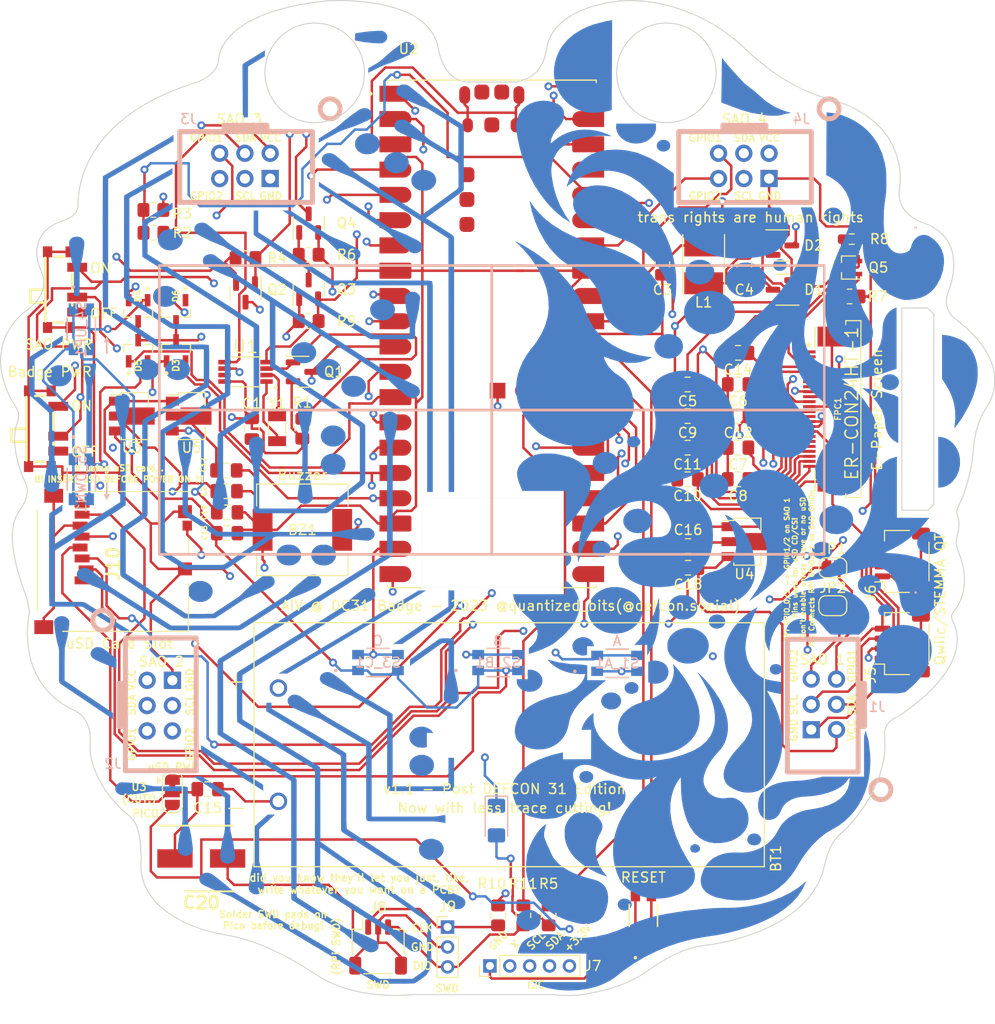
<source format=kicad_pcb>
(kicad_pcb (version 20211014) (generator pcbnew)
  (layers (0 "F.Cu" signal) (1 "In1.Cu" signal) (2 "In2.Cu" signal) (31 "B.Cu" signal) (34 "B.Paste" user) (35 "F.Paste" user) (36 "B.SilkS" user "B.Silkscreen") (37 "F.SilkS" user "F.Silkscreen") (38 "B.Mask" user) (39 "F.Mask" user) (44 "Edge.Cuts" user))
  (net 0 "")
  (net 1 "+BATT")
  (net 2 "GND")
  (net 3 "RTC_ALARM")
  (net 4 "SW_B")
  (net 5 "SW_UP")
  (net 6 "SW_C")
  (net 7 "SW_A")
  (net 8 "SW_DOWN")
  (net 10 "HOLD_VSYS_EN")
  (net 12 "/E Ink display/GDR")
  (net 13 "/E Ink display/RESE")
  (net 14 "/E Ink display/PREVGH")
  (net 15 "/E Ink display/VSH2{slash}VGH")
  (net 18 "/E Ink display/EINK_BUSY")
  (net 19 "/E Ink display/EINK_RES")
  (net 20 "/E Ink display/EINK_D{slash}C")
  (net 21 "/E Ink display/EINK_CS")
  (net 22 "+3V3")
  (net 23 "/E Ink display/VDD")
  (net 25 "/E Ink display/VSH1")
  (net 26 "/E Ink display/PREVGL")
  (net 27 "/E Ink display/VSL")
  (net 28 "/E Ink display/VGL")
  (net 29 "/E Ink display/VCOM")
  (net 31 "VDC")
  (net 32 "VBUS")
  (net 33 "Net-(C2-Pad1)")
  (net 34 "+VSW")
  (net 35 "Net-(C4-Pad2)")
  (net 36 "SW_RESET")
  (net 37 "I2C_SDA")
  (net 38 "I2C_SCL")
  (net 39 "/GPIO_2")
  (net 40 "/GPIO_3")
  (net 41 "/GPIO_6")
  (net 42 "/GPIO_7")
  (net 45 "/GPIO_28")
  (net 46 "/GPIO_27")
  (net 47 "/USER_LED")
  (net 48 "/MISO")
  (net 54 "/Power/VSW_ENABLE")
  (net 55 "Net-(LED1-Pad2)")
  (net 56 "BUZZ")
  (net 57 "Net-(C4-Pad1)")
  (net 59 "/SCLK")
  (net 60 "/MOSI")
  (net 62 "/DBG_SWCLK")
  (net 63 "/DBG_SWDIO")
  (net 65 "Net-(R10-Pad1)")
  (net 66 "Net-(R11-Pad1)")
  (net 67 "Net-(Q3-Pad3)")
  (net 69 "Net-(Q1-Pad1)")
  (net 70 "Net-(J1-Pad6)")
  (net 71 "/GPIO_1{slash}SD_CS")
  (net 72 "Net-(J1-Pad5)")
  (net 73 "/GPIO_0{slash}SD_CD")
  (net 74 "Net-(C15-Pad1)")
  (net 75 "/Power/SAO_PWR_1-2")
  (net 76 "/Power/SAO_PWR_3-4")
  (net 77 "Net-(Q2-Pad2)")
  (net 78 "Net-(C16-Pad1)")
  (net 82 "Net-(U1-Pad2)")
  (net 83 "Net-(U1-Pad1)")
  (footprint "Capacitor_SMD:C_0805_2012Metric_Pad1.18x1.45mm_HandSolder" (layer "F.Cu") (at 34.979026 151.464715)
    (fp_text reference "C13")
    (fp_text value "10uf")
  )
  (footprint "EastRising Connectors:ER-CON24HT-1-REV" (layer "F.Cu") (at 96.4012 138.9987 -90)
    (fp_text reference "FPC1")
    (fp_text value "ER-CON24HT-1")
  )
  (footprint "Package_TO_SOT_SMD:SOT-23" (layer "F.Cu") (at 90.82 122.555)
    (fp_text reference "D2")
    (fp_text value "200mA/70V")
  )
  (footprint "SamacSys_Parts:TF101AP3" (layer "F.Cu") (at 23.495 154.305 -90)
    (fp_text reference "J10")
    (fp_text value "Micro_SD_Card" hide)
  )
  (footprint "Package_TO_SOT_SMD:SOT-23" (layer "F.Cu") (at 43.18 126.97 90)
    (fp_text reference "Q3")
    (fp_text value "DMN3731U-7")
  )
  (footprint "Capacitor_SMD:C_0805_2012Metric_Pad1.18x1.45mm_HandSolder" (layer "F.Cu") (at 86.36 136.515 180)
    (fp_text reference "C6")
    (fp_text value "1uF/50V")
  )
  (footprint "Jumper:SolderJumper-2_P1.3mm_Open_RoundedPad1.0x1.5mm" (layer "F.Cu") (at 95.885 154.94 180)
    (fp_text reference "JP1")
    (fp_text value "SAO1_GPIO0")
  )
  (footprint "Capacitor_SMD:C_0805_2012Metric_Pad1.18x1.45mm_HandSolder" (layer "F.Cu") (at 81.28 136.527437 180)
    (fp_text reference "C5")
    (fp_text value "4.7uf/50V")
  )
  (footprint "Crystal:Crystal_SMD_3215-2Pin_3.2x1.5mm" (layer "F.Cu") (at 40.005 140.97 -90)
    (fp_text reference "Y1")
    (fp_text value "SC32S-7PF20PPM ")
  )
  (footprint "Resistor_SMD:R_0805_2012Metric_Pad1.20x1.40mm_HandSolder" (layer "F.Cu") (at 27.5667 118.9915)
    (fp_text reference "R3")
    (fp_text value "10k")
  )
  (footprint "Connector_JST:JST_SH_SM04B-SRSS-TB_1x04-1MP_P1.00mm_Horizontal" (layer "F.Cu") (at 102.87 154.305 90)
    (fp_text reference "J6")
    (fp_text value "QWiic/STEMMA QT 2")
  )
  (footprint "Capacitor_SMD:C_0805_2012Metric_Pad1.18x1.45mm_HandSolder" (layer "F.Cu") (at 34.931275 147.24669)
    (fp_text reference "C2")
    (fp_text value "10uf")
  )
  (footprint "Resistor_SMD:R_0805_2012Metric_Pad1.20x1.40mm_HandSolder" (layer "F.Cu") (at 62.23 189.865 -90)
    (fp_text reference "R10")
    (fp_text value "100")
  )
  (footprint "Resistor_SMD:R_0805_2012Metric_Pad1.20x1.40mm_HandSolder" (layer "F.Cu") (at 36.83 123.825 180)
    (fp_text reference "R4")
    (fp_text value "120k")
  )
  (footprint "Connector_PinHeader_2.00mm:PinHeader_1x03_P2.00mm_Vertical" (layer "F.Cu") (at 57.15 191.04)
    (fp_text reference "J9")
    (fp_text value "RPi SWD")
  )
  (footprint "Capacitor_SMD:C_0805_2012Metric_Pad1.18x1.45mm_HandSolder" (layer "F.Cu") (at 81.28 139.7 180)
    (fp_text reference "C9")
    (fp_text value "1uF/50V")
  )
  (footprint "Library:SOT95P237X111-3N" (layer "F.Cu") (at 29.845 133.14 90)
    (fp_text reference "D3")
    (fp_text value "BAT54CLT1G")
  )
  (footprint "SamacSys_Parts:CAPAE660X630N" (layer "F.Cu") (at 32.385 184.15)
    (fp_text reference "C20")
    (fp_text value "47uF" hide)
  )
  (footprint "Capacitor_SMD:C_0805_2012Metric_Pad1.18x1.45mm_HandSolder" (layer "F.Cu") (at 81.332808 152.75936 180)
    (fp_text reference "C16")
    (fp_text value "10uf")
  )
  (footprint "Library:SOT95P237X111-3N" (layer "F.Cu") (at 26.035 129.115 -90)
    (fp_text reference "D4")
    (fp_text value "BAT54CLT1G")
  )
  (footprint "Resistor_SMD:R_0805_2012Metric_Pad1.20x1.40mm_HandSolder" (layer "F.Cu") (at 67.31 189.865 90)
    (fp_text reference "R5")
    (fp_text value "1k")
  )
  (footprint "Capacitor_SMD:C_0805_2012Metric_Pad1.18x1.45mm_HandSolder" (layer "F.Cu") (at 86.36 146.05 180)
    (fp_text reference "C8")
    (fp_text value "1uF/50V")
  )
  (footprint "Inductor_SMD:L_Taiyo-Yuden_NR-40xx_HandSoldering" (layer "F.Cu") (at 82.8975 124.46 -90)
    (fp_text reference "L1")
    (fp_text value "10uH NRS4018T100MDGJ")
  )
  (footprint "Library:SOT95P237X111-3N" (layer "F.Cu") (at 26.035 133.14 90)
    (fp_text reference "D5")
    (fp_text value "BAT54CLT1G")
  )
  (footprint "Capacitor_SMD:C_0805_2012Metric_Pad1.18x1.45mm_HandSolder" (layer "F.Cu") (at 81.329423 154.94 180)
    (fp_text reference "C18")
    (fp_text value "10uf")
  )
  (footprint "Capacitor_SMD:C_0805_2012Metric_Pad1.18x1.45mm_HandSolder" (layer "F.Cu") (at 33.02 177.185)
    (fp_text reference "C15")
    (fp_text value "47uF")
  )
  (footprint "Package_TO_SOT_SMD:SOT-23" (layer "F.Cu") (at 42.545 135.255)
    (fp_text reference "Q1")
    (fp_text value "DMG2301L")
  )
  (footprint "SnapEDA Library:SW-SMD_G-SWITCH_MK-12C02-G015" (layer "F.Cu") (at 16.51 140.97 -90)
    (fp_text reference "SW_BRD_PWR1" hide)
    (fp_text value "SW_SPDT" hide)
  )
  (footprint "Buzzer_Beeper:Buzzer_CUI_CPT-9019S-SMT" (layer "F.Cu") (at 42.545 151.13 180)
    (fp_text reference "BZ1")
    (fp_text value "Buzzer")
  )
  (footprint "Resistor_SMD:R_0805_2012Metric_Pad1.20x1.40mm_HandSolder" (layer "F.Cu") (at 43.18 123.4925 180)
    (fp_text reference "R6")
    (fp_text value "120k")
  )
  (footprint "Library:BAT_BC2AAAPC" (layer "F.Cu") (at 63.3418 172.72)
    (fp_text reference "BT1")
    (fp_text value "BC2AAAPC")
  )
  (footprint "Package_TO_SOT_SMD:SOT-23" (layer "F.Cu") (at 36.83 127.3175 -90)
    (fp_text reference "Q2")
    (fp_text value "DMG2301L")
  )
  (footprint "Resistor_SMD:R_0805_2012Metric_Pad1.20x1.40mm_HandSolder" (layer "F.Cu") (at 64.77 189.865 -90)
    (fp_text reference "R11")
    (fp_text value "100")
  )
  (footprint "Jumper:SolderJumper-3_P1.3mm_Bridged12_RoundedPad1.0x1.5mm" (layer "F.Cu") (at 29.474864 177.501303 -90)
    (fp_text reference "JP3" hide)
    (fp_text value "SolderJumper_3_Bridged12")
  )
  (footprint "Capacitor_SMD:C_0805_2012Metric_Pad1.18x1.45mm_HandSolder" (layer "F.Cu") (at 86.36 133.35 180)
    (fp_text reference "C14")
    (fp_text value "1uF/50V")
  )
  (footprint "Package_TO_SOT_SMD:SOT-89-3" (layer "F.Cu") (at 86.995 152.315)
    (fp_text reference "U4")
    (fp_text value "WL9005P3-33")
  )
  (footprint "Package_TO_SOT_SMD:SOT-323_SC-70" (layer "F.Cu") (at 97.4875 124.775 180)
    (fp_text reference "Q5")
    (fp_text value "BSS138PW")
  )
  (footprint "SnapEDA Library:SOP65P490X110-8N" (layer "F.Cu") (at 36.83 135.255 180)
    (fp_text reference "U1")
    (fp_text value "PCF85063ATT")
  )
  (footprint "Capacitor_SMD:C_0805_2012Metric_Pad1.18x1.45mm_HandSolder" (layer "F.Cu") (at 37.465 140.97 -90)
    (fp_text reference "C1")
    (fp_text value "100nF")
  )
  (footprint "Resistor_SMD:R_0805_2012Metric_Pad1.20x1.40mm_HandSolder" (layer "F.Cu") (at 42.545 140.97 -90)
    (fp_text reference "R1")
    (fp_text value "120k")
  )
  (footprint "SnapEDA Library:SW-SMD_G-SWITCH_MK-12C02-G015" (layer "F.Cu") (at 18.415 127 -90)
    (fp_text reference "SW_SAO_PWR1" hide)
    (fp_text value "SW_SPDT" hide)
  )
  (footprint "Resistor_SMD:R_0805_2012Metric_Pad1.20x1.40mm_HandSolder" (layer "F.Cu") (at 97.572246 127.682956)
    (fp_text reference "R7")
    (fp_text value "10k")
  )
  (footprint "Package_TO_SOT_SMD:SOT-23" (layer "F.Cu") (at 90.805 127 180)
    (fp_text reference "D1")
    (fp_text value "200mA/70V")
  )
  (footprint "Package_TO_SOT_SMD:SOT-89-3" (layer "F.Cu") (at 31.115 139.7)
    (fp_text reference "U5")
    (fp_text value "WL9005P3-33")
  )
  (footprint "Resistor_SMD:R_0603_1608Metric_Pad0.98x0.95mm_HandSolder" (layer "F.Cu") (at 97.79 121.92)
    (fp_text reference "R8")
    (fp_text value "0.47")
  )
  (footprint "Resistor_SMD:R_0805_2012Metric_Pad1.20x1.40mm_HandSolder" (layer "F.Cu") (at 43.18 130.16)
    (fp_text reference "R9")
    (fp_text value "620k")
  )
  (footprint "Capacitor_SMD:C_0805_2012Metric_Pad1.18x1.45mm_HandSolder" (layer "F.Cu") (at 34.907399 145.161553)
    (fp_text reference "C17")
    (fp_text value "10uf")
  )
  (footprint "Capacitor_SMD:C_0805_2012Metric_Pad1.18x1.45mm_HandSolder" (layer "F.Cu") (at 81.28 142.875 180)
    (fp_text reference "C11")
    (fp_text value "4.7uF/50V")
  )
  (footprint "Resistor_SMD:R_0805_2012Metric_Pad1.20x1.40mm_HandSolder" (layer "F.Cu") (at 27.575 121.285)
    (fp_text reference "R2")
    (fp_text value "10k")
  )
  (footprint "Connector_JST:JST_SH_SM03B-SRSS-TB_1x03-1MP_P1.00mm_Horizontal" (layer "F.Cu") (at 50.165 193.04)
    (fp_text reference "J8")
    (fp_text value "RPi SWD (JST-SH)")
  )
  (footprint "Capacitor_SMD:C_0805_2012Metric_Pad1.18x1.45mm_HandSolder" (layer "F.Cu") (at 34.979026 149.371619)
    (fp_text reference "C19")
    (fp_text value "10uf")
  )
  (footprint "Connector_PinHeader_2.00mm:PinHeader_1x05_P2.00mm_Vertical" (layer "F.Cu") (at 61.405 194.945 90)
    (fp_text reference "J7")
    (fp_text value "I2C Header/BG")
  )
  (footprint "Package_TO_SOT_SMD:SOT-89-3" (layer "F.Cu") (at 25.4 139.7)
    (fp_text reference "U3")
    (fp_text value "WL9005P3-33")
  )
  (footprint "KMR442NGLFS:KMR442NGLFS_CNK" (layer "F.Cu") (at 76.835 189.865 90)
    (fp_text reference "S6_RST1" hide)
    (fp_text value "KMR442NGLFS")
  )
  (footprint "Capacitor_SMD:C_0805_2012Metric_Pad1.18x1.45mm_HandSolder" (layer "F.Cu") (at 78.74 124.46 -90)
    (fp_text reference "C3")
    (fp_text value "10uF")
  )
  (footprint "Capacitor_SMD:C_0805_2012Metric_Pad1.18x1.45mm_HandSolder" (layer "F.Cu") (at 81.28 146.05 180)
    (fp_text reference "C10")
    (fp_text value "1uF/50V")
  )
  (footprint "Jumper:SolderJumper-2_P1.3mm_Open_RoundedPad1.0x1.5mm" (layer "F.Cu") (at 95.885 158.75)
    (fp_text reference "JP2")
    (fp_text value "SAO1_GPIO1")
  )
  (footprint "Package_TO_SOT_SMD:SOT-23" (layer "F.Cu") (at 43.18 120.3175 90)
    (fp_text reference "Q4")
    (fp_text value "DMG2301L")
  )
  (footprint "Library:MODULE_SC0918" (layer "F.Cu") (at 61.595 131.445)
    (fp_text reference "U2")
    (fp_text value "SC0918")
    (fp_line (start -7 25.5) (end -7 16.5) (layer "Edge.Cuts") (width 0.01))
    (fp_line (start 7 16.5) (end 7 25.5) (layer "Edge.Cuts") (width 0.01))
    (fp_line (start -7 16.5) (end 7 16.5) (layer "Edge.Cuts") (width 0.01))
    (fp_line (start 7 25.5) (end -7 25.5) (layer "Edge.Cuts") (width 0.01))
  )
  (footprint "Connector_JST:JST_SH_SM04B-SRSS-TB_1x04-1MP_P1.00mm_Horizontal" (layer "F.Cu") (at 102.87 162.56 90)
    (fp_text reference "J5")
    (fp_text value "QWiic/STEMMA QT 1")
  )
  (footprint "Capacitor_SMD:C_0805_2012Metric_Pad1.18x1.45mm_HandSolder" (layer "F.Cu") (at 86.36 139.7 180)
    (fp_text reference "C12")
    (fp_text value "1uF/50V")
  )
  (footprint "Capacitor_SMD:C_0805_2012Metric_Pad1.18x1.45mm_HandSolder" (layer "F.Cu") (at 86.995 124.46 90)
    (fp_text reference "C4")
    (fp_text value "4.7uf/50V")
  )
  (footprint "Library:SOT95P237X111-3N" (layer "F.Cu") (at 29.845 129.115 -90)
    (fp_text reference "D6")
    (fp_text value "BAT54CLT1G")
  )
  (footprint "Capacitor_SMD:C_0805_2012Metric_Pad1.18x1.45mm_HandSolder" (layer "F.Cu") (at 86.36 142.875 180)
    (fp_text reference "C7")
    (fp_text value "1uF/50V")
  )
  (footprint "KMR442NGLFS:KMR442NGLFS_CNK" (layer "B.Cu") (at 20.32 146.05 -90)
    (fp_text reference "S5_DWN1")
    (fp_text value "KMR442NGLFS")
  )
  (footprint "KMR442NGLFS:KMR442NGLFS_CNK" (layer "B.Cu") (at 20.32 130.9813 -90)
    (fp_text reference "S4_UP1")
    (fp_text value "KMR442NGLFS")
  )
  (footprint "LED_SMD:LED_1206_3216Metric_Pad1.42x1.75mm_HandSolder" (layer "B.Cu") (at 62.0646 180.34 -90)
    (fp_text reference "LED1" hide)
    (fp_text value "BLUE")
  )
  (footprint "KMR442NGLFS:KMR442NGLFS_CNK" (layer "B.Cu") (at 50.1526 164.465)
    (fp_text reference "S3_C1")
    (fp_text value "KMR442NGLFS")
  )
  (footprint "Badgelife_SAO_v169bis:Badgelife-SAOv169-BADGE-2x3" (layer "B.Cu") (at 86.995 114.546 180)
    (fp_text reference "J4")
    (fp_text value "SAO_4")
  )
  (footprint "Badgelife_SAO_v169bis:Badgelife-SAOv169-BADGE-2x3" (layer "B.Cu") (at 36.83 114.546 180)
    (fp_text reference "J3")
    (fp_text value "SAO_3")
  )
  (footprint "Badgelife_SAO_v169bis:Badgelife-SAOv169-BADGE-2x3" (layer "B.Cu") (at 95.004 168.7275 90)
    (fp_text reference "J1")
    (fp_text value "SAO_1")
  )
  (footprint "KMR442NGLFS:KMR442NGLFS_CNK" (layer "B.Cu") (at 74.1976 164.542)
    (fp_text reference "S1_A1")
    (fp_text value "KMR442NGLFS")
  )
  (footprint "KMR442NGLFS:KMR442NGLFS_CNK" (layer "B.Cu") (at 62.23 164.465)
    (fp_text reference "S2_B1")
    (fp_text value "KMR442NGLFS")
  )
  (footprint "Badgelife_SAO_v169bis:Badgelife-SAOv169-BADGE-2x3" (layer "B.Cu") (at 28.186 168.7275 -90)
    (fp_text reference "J2")
    (fp_text value "SAO_2")
  )
  (gr_poly (pts (xy 82.173669 182.726105) (xy 82.406213 182.855301) (xy 82.535921 183.064094) (xy 82.543672 183.181404) (xy 82.503885 183.299751) (xy 82.444452 183.408279) (xy 82.349367 183.489937) (xy 82.093568 183.571594) (xy 81.820718 183.540581) (xy 81.703935 183.481148) (xy 81.614015 183.391746) (xy 81.545801 183.196907) (xy 81.570604 182.995872) (xy 81.687913 182.826881) (xy 81.897722 182.729202) (xy 82.037759 182.708015)) (layer "B.Cu") (width 0) (fill solid))
  (gr_poly (pts (xy 67.318246 108.050889) (xy 67.788499 108.159934) (xy 68.226717 108.342364) (xy 68.47735 108.507224) (xy 68.675268 108.718595) (xy 68.805494 108.964077) (xy 68.851484 109.23178) (xy 68.84115 109.687081) (xy 68.797742 109.910857) (xy 68.710924 110.12688) (xy 68.517656 110.444712) (xy 68.27271 110.735672) (xy 68.020013 111.022496) (xy 67.804521 111.329993) (xy 67.586446 111.813203) (xy 67.497045 112.283492) (xy 67.503763 112.301579) (xy 67.517717 112.302613) (xy 68.233953 111.733615) (xy 68.647363 111.481932) (xy 69.094366 111.274178) (xy 69.64937 111.083996) (xy 70.227113 110.965132) (xy 70.818807 110.914485) (xy 71.414121 110.929989) (xy 72.004781 111.007509) (xy 72.580457 111.145495) (xy 73.13236 111.339812) (xy 73.651193 111.587877) (xy 72.861059 111.539298) (xy 72.109685 111.558419) (xy 72.045606 111.562037) (xy 71.281827 111.646275) (xy 70.508749 111.796148) (xy 69.795614 112.019406) (xy 69.133638 112.340339) (xy 68.557447 112.7605) (xy 68.313016 113.008047) (xy 68.103212 113.280918) (xy 67.817956 113.817358) (xy 67.80607 113.855601) (xy 67.80607 113.856118) (xy 67.64174 114.387907) (xy 67.574045 114.975509) (xy 67.613836 115.564148) (xy 67.786436 116.576561) (xy 68.066003 117.572437) (xy 68.457712 118.538856) (xy 68.965692 119.465481) (xy 69.492273 120.240684) (xy 68.782754 119.803985) (xy 68.143003 119.293903) (xy 67.563192 118.731623) (xy 67.031442 118.137819) (xy 66.417009 117.325924) (xy 65.879575 116.478369) (xy 65.541093 115.838053) (xy 65.530759 115.825132) (xy 65.465128 115.761566) (xy 65.492002 115.745027) (xy 65.415002 115.599808) (xy 65.020193 114.695921) (xy 64.689981 113.771363) (xy 64.421266 112.831817) (xy 64.208875 111.881937) (xy 64.049711 110.927922) (xy 64.045061 110.381662) (xy 64.145311 109.840054) (xy 64.356153 109.324287) (xy 64.686365 108.856581) (xy 65.026395 108.555286) (xy 65.425855 108.318592) (xy 65.870271 108.148564) (xy 66.344144 108.046754) (xy 66.831453 108.013161)) (layer "B.Cu") (width 0) (fill solid))
  (gr_poly (pts (xy 102.323616 149.909056) (xy 105.598223 149.926111) (xy 104.789346 150.864265) (xy 104.158891 151.493213) (xy 103.463846 152.070995) (xy 102.710405 152.591415) (xy 101.904764 153.050854) (xy 101.127557 153.409511) (xy 101.332712 153.45861) (xy 102.148164 153.500988) (xy 103.236986 153.639488) (xy 104.29635 153.885486) (xy 104.806917 154.05603) (xy 105.301462 154.262234) (xy 105.82184 154.556293) (xy 106.279695 154.922191) (xy 106.641427 155.35527) (xy 106.877588 155.84985) (xy 106.984559 156.385773) (xy 106.966989 156.926864) (xy 106.852785 157.463302) (xy 106.668817 157.983723) (xy 106.495187 158.370289) (xy 106.267808 158.736702) (xy 105.985658 159.073139) (xy 105.647172 159.369781) (xy 105.276651 159.593559) (xy 104.858591 159.747047) (xy 104.413141 159.824051) (xy 103.959421 159.818882) (xy 103.575983 159.699501) (xy 103.258691 159.485031) (xy 103.011674 159.204921) (xy 102.837526 158.889156) (xy 102.699037 158.477268) (xy 102.630304 158.052975) (xy 102.577592 157.62558) (xy 102.48871 157.203869) (xy 102.345567 156.742363) (xy 102.151781 156.294296) (xy 101.896501 155.870521) (xy 101.570421 155.483436) (xy 101.238138 155.215732) (xy 100.846948 155.014179) (xy 100.415453 154.89273) (xy 99.974649 154.864307) (xy 99.38244 154.945446) (xy 99.217592 154.985756) (xy 98.500322 155.204365) (xy 97.062684 155.573875) (xy 95.606447 155.889641) (xy 94.135217 156.142875) (xy 92.649515 156.323757) (xy 93.704233 155.810573) (xy 94.711404 155.231239) (xy 95.670007 154.593506) (xy 96.57744 153.904091) (xy 97.12211 153.425018) (xy 97.636293 152.918033) (xy 98.11223 152.383663) (xy 98.542695 151.822933) (xy 98.92045 151.236881) (xy 99.23826 150.626537) (xy 99.488374 149.992939) (xy 99.66356 149.337116) (xy 99.737459 148.895252) (xy 99.741075 148.868377) (xy 99.767427 148.413593) (xy 99.811357 147.484901) (xy 99.883188 146.903499) (xy 99.999971 146.326748) (xy 100.172059 145.760853) (xy 100.40925 145.213043) (xy 100.637659 144.833195) (xy 100.927049 144.482803) (xy 101.28103 144.183574) (xy 101.703744 143.956699) (xy 102.328516 143.778919)) (layer "B.Cu") (width 0) (fill solid))
  (gr_poly (pts (xy 76.176103 141.777347) (xy 76.391595 141.92567) (xy 76.508897 142.148926) (xy 76.531641 142.315853) (xy 76.489778 142.472446) (xy 76.39573 142.61198) (xy 76.260339 142.726196) (xy 76.095487 142.807331) (xy 75.913072 142.84816) (xy 75.726003 142.840408) (xy 75.544618 142.777359) (xy 75.38442 142.683815) (xy 75.274866 142.5541) (xy 75.214406 142.401642) (xy 75.203035 142.238334) (xy 75.238695 142.07761) (xy 75.321374 141.932903) (xy 75.450048 141.817142) (xy 75.623167 141.742206) (xy 75.905321 141.712745)) (layer "B.Cu") (width 0) (fill solid))
  (gr_poly (pts (xy 42.983167 132.299125) (xy 43.221555 132.373741) (xy 43.438779 132.486202) (xy 43.626102 132.631733) (xy 43.776121 132.80558) (xy 43.880632 133.002704) (xy 43.931167 133.218357) (xy 43.934339 133.460205) (xy 43.867927 133.690933) (xy 43.74172 133.902618) (xy 43.564979 134.087044) (xy 43.34749 134.236278) (xy 43.098251 134.342384) (xy 42.827318 134.397423) (xy 42.54342 134.393184) (xy 42.319582 134.357467) (xy 42.110298 134.285229) (xy 41.755226 134.049995) (xy 41.517892 133.7248) (xy 41.455452 133.540108) (xy 41.436931 133.34695) (xy 41.449365 133.15776) (xy 41.50387 132.975452) (xy 41.72215 132.649723) (xy 42.057376 132.406551) (xy 42.474359 132.283516) (xy 42.47437 132.283516) (xy 42.731546 132.267639)) (layer "B.Cu") (width 0) (fill solid))
  (gr_poly (pts (xy 45.839067 140.654751) (xy 46.1145 140.722225) (xy 46.36638 140.838382) (xy 46.582548 140.996879) (xy 46.750028 141.191623) (xy 46.856653 141.416271) (xy 46.890256 141.664467) (xy 46.886548 141.866359) (xy 46.833105 142.060047) (xy 46.736002 142.240505) (xy 46.600538 142.402443) (xy 46.238058 142.652225) (xy 46.022424 142.729755) (xy 45.791177 142.769443) (xy 45.352235 142.746956) (xy 44.951127 142.595073) (xy 44.634157 142.337349) (xy 44.521444 142.176471) (xy 44.446832 141.998127) (xy 44.398942 141.796234) (xy 44.402914 141.592495) (xy 44.45424 141.393242) (xy 44.548696 141.205112) (xy 44.681516 141.034447) (xy 44.848466 140.887592) (xy 45.045053 140.770901) (xy 45.266771 140.69099) (xy 45.266775 140.690998) (xy 45.552259 140.642315)) (layer "B.Cu") (width 0) (fill solid))
  (gr_poly (pts (xy 65.860452 118.727489) (xy 66.405122 119.363672) (xy 67.021623 119.94869) (xy 67.707887 120.475311) (xy 68.683019 121.089788) (xy 69.725336 121.61796) (xy 70.820875 122.061374) (xy 71.957239 122.420551) (xy 72.949945 122.685154) (xy 73.920427 123.007639) (xy 74.858354 123.392654) (xy 75.753389 123.846924) (xy 76.368341 124.26605) (xy 76.92386 124.744608) (xy 77.618913 125.458828) (xy 78.206987 126.241781) (xy 78.451417 126.656772) (xy 78.658121 127.086235) (xy 78.822969 127.528616) (xy 78.942346 127.983402) (xy 79.007974 128.501753) (xy 79.00332 129.023723) (xy 78.933038 129.542074) (xy 78.801263 130.051641) (xy 78.569757 130.541569) (xy 78.208536 130.971031) (xy 77.737764 131.310051) (xy 77.466463 131.436153) (xy 77.175523 131.528141) (xy 76.646875 131.618583) (xy 76.110475 131.603596) (xy 75.57924 131.511604) (xy 75.06661 131.369484) (xy 74.689371 131.219612) (xy 74.338491 131.033047) (xy 74.015512 130.812889) (xy 73.723539 130.563274) (xy 73.463605 130.287302) (xy 73.237264 129.990141) (xy 73.047613 129.674375) (xy 72.895685 129.345173) (xy 72.754606 128.93845) (xy 72.663656 128.52191) (xy 72.58304 128.1033) (xy 72.471418 127.689859) (xy 72.311223 127.256779) (xy 72.106069 126.835069) (xy 71.85647 126.430414) (xy 71.563467 126.048498) (xy 71.226533 125.695522) (xy 70.848264 125.377689) (xy 70.427618 125.099645) (xy 69.966146 124.868124) (xy 69.479871 124.622125) (xy 69.024602 124.339952) (xy 68.599821 124.025221) (xy 68.205015 123.682581) (xy 67.502214 122.927017) (xy 66.913103 122.106336) (xy 66.376184 121.1394) (xy 65.943136 120.135256) (xy 65.613439 119.102688) (xy 65.388132 118.049963)) (layer "B.Cu") (width 0) (fill solid))
  (gr_poly (pts (xy 75.82987 166.432388) (xy 76.070684 166.531097) (xy 76.250001 166.702163) (xy 76.325967 166.846351) (xy 76.354387 167.002426) (xy 76.335268 167.15953) (xy 76.269639 167.308884) (xy 76.16887 167.436538) (xy 76.137865 167.457725) (xy 76.135797 167.460823) (xy 76.128561 167.464439) (xy 76.031408 167.530594) (xy 75.690343 167.616897) (xy 75.337911 167.564705) (xy 75.186498 167.486145) (xy 75.06661 167.372452) (xy 74.945688 167.137306) (xy 74.953954 166.881492) (xy 75.078496 166.648933) (xy 75.307939 166.48304) (xy 75.563737 166.413788)) (layer "B.Cu") (width 0) (fill solid))
  (gr_poly (pts (xy 68.989486 153.246261) (xy 69.234868 153.370563) (xy 69.397649 153.529735) (xy 69.513921 153.715267) (xy 69.57335 153.920436) (xy 69.566632 154.136978) (xy 69.523225 154.314758) (xy 69.436406 154.478065) (xy 69.158906 154.745254) (xy 68.990794 154.864193)) (layer "B.Cu") (width 0) (fill solid))
  (gr_poly (pts (xy 55.727094 182.179344) (xy 56.166833 182.322235) (xy 56.356275 182.441833) (xy 56.515558 182.589218) (xy 56.637529 182.76094) (xy 56.715051 182.953834) (xy 56.764001 183.18325) (xy 56.745744 183.412658) (xy 56.667425 183.633072) (xy 56.536722 183.836021) (xy 56.360242 184.011986) (xy 56.145929 184.152489) (xy 55.900926 184.248276) (xy 55.632375 184.290878) (xy 55.188936 184.263359) (xy 54.787294 184.102752) (xy 54.474824 183.835502) (xy 54.366872 183.67012) (xy 54.298345 183.487816) (xy 54.261831 183.272697) (xy 54.278501 183.058632) (xy 54.343851 182.852508) (xy 54.453916 182.661201) (xy 54.6042 182.492119) (xy 54.790464 182.351616) (xy 55.008481 182.24736) (xy 55.254014 182.185974) (xy 55.254022 182.185959) (xy 55.491086 182.162414)) (layer "B.Cu") (width 0) (fill solid))
  (gr_poly (pts (xy 51.764413 139.34309) (xy 51.99407 139.524345) (xy 52.11128 139.774662) (xy 52.116834 140.071281) (xy 52.088789 140.367634) (xy 52.004121 140.958752) (xy 51.934534 141.3927) (xy 51.831346 141.821358) (xy 51.632116 142.678139) (xy 51.629732 151.666939) (xy 51.632905 152.692005) (xy 51.609357 153.715748) (xy 51.057436 154.095985) (xy 50.481435 154.45161) (xy 34.57855 164.418648) (xy 34.58728 171.466858) (xy 41.808395 176.014313) (xy 41.945713 176.152176) (xy 41.970849 176.336601) (xy 41.96688 187.756042) (xy 41.98064 187.958992) (xy 42.025617 188.049225) (xy 42.116899 188.117492) (xy 46.955335 191.157242) (xy 47.444021 191.356483) (xy 47.952287 191.525566) (xy 48.931776 191.925911) (xy 49.878717 192.379181) (xy 50.012861 192.469139) (xy 50.114992 192.582916) (xy 50.22056 192.854934) (xy 50.18987 193.140701) (xy 50.121606 193.271942) (xy 50.017362 193.386253) (xy 49.769979 193.530464) (xy 49.475496 193.579681) (xy 49.176782 193.538139) (xy 48.91749 193.410599) (xy 47.837991 192.603302) (xy 46.847391 191.717415) (xy 46.252344 191.312576) (xy 45.637186 190.928634) (xy 41.574245 188.376549) (xy 41.450683 188.259071) (xy 41.427665 188.101364) (xy 41.417346 176.357788) (xy 34.243803 171.848694) (xy 34.073305 171.71904) (xy 34.019886 171.638344) (xy 34.014621 171.540436) (xy 34.014621 164.374481) (xy 34.051532 164.18502) (xy 34.209726 164.047432) (xy 49.527357 154.448986) (xy 51.060354 153.495891) (xy 51.067495 142.876873) (xy 51.061941 142.605659) (xy 51.019872 142.337616) (xy 50.745237 141.161991) (xy 50.590986 139.970482) (xy 50.610567 139.74107) (xy 50.722223 139.533096) (xy 50.908754 139.369304) (xy 51.154024 139.272461) (xy 51.154024 139.272442) (xy 51.46861 139.251804)) (layer "B.Cu") (width 0) (fill solid))
  (gr_poly (pts (xy 53.35243 102.140351) (xy 53.607751 102.288475) (xy 53.720464 102.405113) (xy 53.794282 102.540139) (xy 53.827886 102.835699) (xy 53.714647 103.115674) (xy 53.604845 103.231226) (xy 53.460912 103.320582) (xy 52.483274 103.783477) (xy 51.47336 104.193161) (xy 51.020658 104.343112) (xy 50.580389 104.514892) (xy 49.168214 105.213534) (xy 49.183122 104.742079) (xy 49.959413 104.298605) (xy 50.332738 104.061813) (xy 50.660558 103.779589) (xy 51.543474 103.006791) (xy 52.492536 102.291863) (xy 52.492536 102.291865) (xy 52.752882 102.150302) (xy 53.053449 102.097037)) (layer "B.Cu") (width 0) (fill solid))
  (gr_poly (pts (xy 71.191253 164.753707) (xy 71.195003 166.24034) (xy 72.161933 166.241138) (xy 73.075336 166.244928) (xy 71.953622 167.18692) (xy 70.96195 167.982277) (xy 70.399713 168.545593) (xy 69.917055 169.1642) (xy 69.55377 169.835525) (xy 69.429227 170.190056) (xy 69.349645 170.556465) (xy 69.243711 171.046394) (xy 69.061807 171.520302) (xy 68.802392 171.965782) (xy 68.462362 172.370437) (xy 68.179693 172.616951) (xy 67.856199 172.822639) (xy 67.500665 172.985435) (xy 67.121873 173.103782) (xy 66.727067 173.176651) (xy 66.324506 173.201973) (xy 65.922464 173.177681) (xy 65.528692 173.102745) (xy 65.033632 172.942535) (xy 64.587144 172.694992) (xy 64.229028 172.364754) (xy 64.095705 172.169922) (xy 63.999586 171.955963) (xy 63.905015 171.448982) (xy 63.942224 170.937347) (xy 64.08175 170.433983) (xy 64.292589 169.953872) (xy 64.547353 169.598831) (xy 64.850694 169.27893) (xy 65.195894 168.991592) (xy 65.575201 168.73526) (xy 66.409257 168.306831) (xy 67.296026 167.979179) (xy 67.880487 167.817932) (xy 68.479413 167.690803) (xy 69.065942 167.539894) (xy 69.615262 167.304237) (xy 70.119108 166.990021) (xy 70.527868 166.59053) (xy 70.828626 166.125412) (xy 71.008977 165.619461) (xy 71.007168 165.617396) (xy 71.005361 165.615326) (xy 70.464307 165.629799) (xy 69.91757 165.587417) (xy 69.38117 165.488708) (xy 68.864404 165.333671) (xy 68.376581 165.123329) (xy 67.92906 164.858215) (xy 67.531152 164.539345) (xy 67.192155 164.167251) (xy 68.302682 164.440635) (xy 69.441114 164.608078) (xy 70.594015 164.661316)) (layer "B.Cu") (width 0) (fill solid))
  (gr_poly (pts (xy 103.538774 160.738273) (xy 104.090677 160.855587) (xy 104.611581 161.045254) (xy 105.081834 161.316055) (xy 105.417215 161.650944) (xy 105.636842 162.046814) (xy 105.764482 162.47731) (xy 105.822877 162.915039) (xy 105.827005 163.328995) (xy 105.782564 163.739853) (xy 105.69317 164.144508) (xy 105.561906 164.541931) (xy 105.187768 165.303695) (xy 104.685991 166.008095) (xy 103.97751 166.762626) (xy 103.172906 167.441185) (xy 102.40098 167.567207) (xy 101.428831 167.550152) (xy 100.866008 167.550152) (xy 99.731835 167.533096) (xy 99.724231 165.631745) (xy 99.860445 164.93573) (xy 100.065599 164.484566) (xy 100.217012 164.01738) (xy 100.29918 163.539337) (xy 100.296083 163.055092) (xy 100.296594 162.596176) (xy 100.393228 162.14294) (xy 100.595804 161.719162) (xy 100.913614 161.349647) (xy 101.353898 161.047321) (xy 101.863946 160.842666) (xy 102.4143 160.724834) (xy 102.976533 160.682457)) (layer "B.Cu") (width 0) (fill solid))
  (gr_poly (pts (xy 48.064485 135.685776) (xy 48.401826 135.811466) (xy 48.675405 136.026058) (xy 48.819341 136.206776) (xy 48.911417 136.408668) (xy 48.953222 136.622997) (xy 48.945287 136.840763) (xy 48.889192 137.053242) (xy 48.785741 137.251426) (xy 48.636514 137.42659) (xy 48.442312 137.569744) (xy 48.207628 137.688019) (xy 47.949659 137.753902) (xy 47.680311 137.770046) (xy 47.412023 137.738559) (xy 47.156702 137.66209) (xy 46.926515 137.543014) (xy 46.7339 137.383194) (xy 46.590494 137.185276) (xy 46.492071 136.9683) (xy 46.45688 136.740738) (xy 46.480691 136.512386) (xy 46.559011 136.292236) (xy 46.687067 136.090343) (xy 46.860899 135.915706) (xy 47.075738 135.778114) (xy 47.32736 135.686828) (xy 47.327352 135.686836) (xy 47.69539 135.645553)) (layer "B.Cu") (width 0) (fill solid))
  (gr_poly (pts (xy 20.868172 154.969501) (xy 21.045178 155.047298) (xy 21.779264 155.569889) (xy 22.473531 156.132702) (xy 22.947294 156.572731) (xy 23.184281 156.792351) (xy 23.446668 156.989742) (xy 29.36627 160.748417) (xy 36.1368 160.747089) (xy 40.988992 157.642776) (xy 41.747287 156.907451) (xy 42.569614 156.223457) (xy 42.998237 155.883709) (xy 43.230276 155.734207) (xy 43.493536 155.628631) (xy 43.837495 155.62466) (xy 44.148115 155.750873) (xy 44.367719 155.974197) (xy 44.425397 156.112053) (xy 44.43889 156.261822) (xy 44.412698 156.467941) (xy 44.304483 156.648403) (xy 44.137796 156.798431) (xy 43.936714 156.914062) (xy 42.874677 157.421303) (xy 41.773218 157.863193) (xy 41.42238 157.997345) (xy 41.101177 158.175949) (xy 40.486814 158.572849) (xy 36.546905 161.090011) (xy 36.306133 161.199291) (xy 36.0352 161.227077) (xy 29.445539 161.227871) (xy 29.212148 161.203522) (xy 29.00477 161.116466) (xy 28.627103 160.876468) (xy 24.086695 158.000511) (xy 23.394042 157.553596) (xy 23.034235 157.349323) (xy 22.637757 157.200882) (xy 21.478935 156.756618) (xy 20.362393 156.237732) (xy 20.146149 156.111778) (xy 19.975228 155.943229) (xy 19.873735 155.741871) (xy 19.865903 155.518547) (xy 19.865903 155.51828) (xy 19.908105 155.353168) (xy 20.001979 155.209759) (xy 20.136705 155.092274) (xy 20.301487 155.005218) (xy 20.485531 154.952827) (xy 20.678042 154.939598)) (layer "B.Cu") (width 0) (fill solid))
  (gr_poly (pts (xy 45.385847 165.468956) (xy 45.729009 165.670585) (xy 46.048097 165.902382) (xy 46.816709 166.501968) (xy 47.534261 167.146004) (xy 47.751485 167.337311) (xy 47.996488 167.501098) (xy 48.51375 167.800361) (xy 51.621015 169.622413) (xy 51.628156 176.898445) (xy 57.236005 176.900291) (xy 57.238386 174.238129) (xy 57.223757 174.033551) (xy 57.811374 174.032081) (xy 57.79825 174.105041) (xy 57.803014 176.80928) (xy 57.783174 177.067268) (xy 57.726022 177.322082) (xy 57.151609 177.383201) (xy 56.572172 177.381607) (xy 52.608976 177.3824) (xy 51.870523 177.386902) (xy 51.502489 177.373932) (xy 51.139478 177.319694) (xy 51.080213 177.060119) (xy 51.06143 176.796844) (xy 51.065664 176.267906) (xy 51.065664 169.873787) (xy 47.481615 167.792694) (xy 45.989366 167.239143) (xy 45.264143 166.925056) (xy 44.568025 166.567314) (xy 44.376996 166.364364) (xy 44.301855 166.113258) (xy 44.339693 165.853943) (xy 44.487329 165.627182) (xy 44.487321 165.627197) (xy 44.680467 165.500717) (xy 44.908803 165.425308) (xy 45.150896 165.411278)) (layer "B.Cu") (width 0) (fill solid))
  (gr_poly (pts (xy 81.522546 160.989437) (xy 81.888414 161.051452) (xy 82.237749 161.167217) (xy 82.558656 161.332077) (xy 82.841333 161.541382) (xy 83.075426 161.790481) (xy 83.250604 162.074722) (xy 83.350862 162.328472) (xy 83.404604 162.592041) (xy 83.411317 162.858711) (xy 83.374116 163.124344) (xy 83.292467 163.382225) (xy 83.167924 163.626678) (xy 83.001527 163.852516) (xy 82.794824 164.054069) (xy 82.535921 164.244255) (xy 82.243951 164.39154) (xy 81.92769 164.495422) (xy 81.594896 164.554848) (xy 81.255899 164.569839) (xy 80.917932 164.539863) (xy 80.590303 164.463379) (xy 80.281793 164.339859) (xy 79.845132 164.054588) (xy 79.506135 163.682487) (xy 79.465311 163.597732) (xy 79.458589 163.592048) (xy 79.403299 163.503677) (xy 79.416215 163.494888) (xy 79.297357 163.248375) (xy 79.251367 163.016853) (xy 79.249818 162.77964) (xy 79.259119 162.483513) (xy 79.334566 162.198238) (xy 79.468927 161.9295) (xy 79.654962 161.684021) (xy 79.885957 161.466446) (xy 80.155191 161.283497) (xy 80.454912 161.140861) (xy 80.778406 161.04422) (xy 81.148927 160.985306)) (layer "B.Cu") (width 0) (fill solid))
  (gr_poly (pts (xy 84.169931 145.484878) (xy 84.658273 145.634754) (xy 84.872728 145.760853) (xy 85.058252 145.916927) (xy 85.20656 146.099357) (xy 85.311983 146.305561) (xy 85.394144 146.69006) (xy 85.331102 147.078178) (xy 85.135248 147.431156) (xy 84.818468 147.712295) (xy 84.535287 147.858032) (xy 84.221605 147.939686) (xy 83.892946 147.961391) (xy 83.566347 147.927284) (xy 83.200998 147.800667) (xy 82.88939 147.593948) (xy 82.655298 147.323143) (xy 82.521966 147.005825) (xy 82.506464 146.563446) (xy 82.546258 146.34639) (xy 82.640825 146.141735) (xy 82.822725 145.910209) (xy 83.060441 145.721577) (xy 83.341554 145.581005) (xy 83.650583 145.493667) (xy 83.911035 145.468342)) (layer "B.Cu") (width 0) (fill solid))
  (gr_poly (pts (xy 49.10231 108.805497) (xy 49.342815 108.948911) (xy 49.45341 109.071819) (xy 49.522201 109.211581) (xy 49.540725 109.512275) (xy 49.410285 109.792198) (xy 49.293075 109.905977) (xy 49.143058 109.992503) (xy 47.868823 110.549385) (xy 46.540881 111.004367) (xy 46.147445 111.174241) (xy 45.779411 111.382191) (xy 44.195402 112.224447) (xy 44.195402 111.806594) (xy 45.90084 110.736664) (xy 46.29613 110.436817) (xy 46.660461 110.1081) (xy 47.444949 109.488217) (xy 48.270713 108.908368) (xy 48.270725 108.908374) (xy 48.527637 108.787901) (xy 48.817882 108.752708)) (layer "B.Cu") (width 0) (fill solid))
  (gr_poly (pts (xy 45.787469 143.467747) (xy 46.050992 143.521461) (xy 46.296262 143.620422) (xy 46.512689 143.759338) (xy 46.689168 143.932918) (xy 46.814847 144.135868) (xy 46.87914 144.363422) (xy 46.886022 144.659515) (xy 46.800294 144.946075) (xy 46.627523 145.201156) (xy 46.374052 145.403572) (xy 46.153657 145.507297) (xy 45.913679 145.569218) (xy 45.663385 145.590114) (xy 45.412824 145.570797) (xy 45.171522 145.512329) (xy 44.948743 145.416008) (xy 44.754541 145.282383) (xy 44.598173 145.112774) (xy 44.466409 144.893951) (xy 44.404233 144.657657) (xy 44.407144 144.415279) (xy 44.471174 144.178196) (xy 44.591821 143.95858) (xy 44.76486 143.767265) (xy 44.985525 143.615917) (xy 45.250108 143.516426) (xy 45.250097 143.516433) (xy 45.517065 143.464309)) (layer "B.Cu") (width 0) (fill solid))
  (gr_poly (pts (xy 18.412214 149.220731) (xy 17.619697 149.737985) (xy 17.622846 152.555734) (xy 20.252408 150.892393) (xy 22.094069 149.718487) (xy 22.452229 149.474028) (xy 22.884295 149.201144) (xy 23.20093 149.009581) (xy 24.232429 148.338239) (xy 24.230841 141.56151) (xy 24.233328 141.112482) (xy 24.213564 140.889951) (xy 24.153132 140.672182) (xy 23.921861 139.877577) (xy 23.773217 139.068163) (xy 23.692625 138.494238) (xy 23.672093 138.20688) (xy 23.697124 137.919779) (xy 23.768693 137.769754) (xy 23.88376 137.645918) (xy 24.203324 137.48636) (xy 24.573714 137.461492) (xy 24.752361 137.506208) (xy 24.91291 137.59221) (xy 25.064305 137.723184) (xy 25.160957 137.885122) (xy 25.205565 138.06426) (xy 25.200831 138.248418) (xy 25.04634 139.378534) (xy 24.795542 140.495687) (xy 24.765617 141.399831) (xy 24.77493 142.305299) (xy 24.77493 146.764642) (xy 24.776094 147.674608) (xy 24.783776 148.636095) (xy 24.317599 148.969619) (xy 23.832472 149.295564) (xy 17.829237 153.09644) (xy 17.685495 153.203123) (xy 17.637207 153.255903) (xy 17.637207 153.331142) (xy 17.629143 158.362417) (xy 20.412878 158.36453) (xy 20.658676 158.421152) (xy 20.875953 158.53573) (xy 21.288411 158.804041) (xy 24.598825 160.88705) (xy 25.514948 161.454676) (xy 24.615458 161.437812) (xy 20.413538 158.8477) (xy 17.552889 158.845586) (xy 17.328046 158.822038) (xy 17.110347 158.769914) (xy 17.075871 157.704893) (xy 17.074654 156.6396) (xy 17.076242 149.879808) (xy 17.107172 149.494547) (xy 17.353525 149.297689) (xy 17.624273 149.124899) (xy 18.423704 148.603341)) (layer "B.Cu") (width 0) (fill solid))
  (gr_poly (pts (xy 107.446039 131.59428) (xy 108.005174 131.732266) (xy 108.751383 132.021156) (xy 109.088831 132.21806) (xy 109.375116 132.469223) (xy 109.486223 132.601009) (xy 109.571489 132.702816) (xy 109.673296 132.823231) (xy 109.920305 133.201531) (xy 110.119257 133.599983) (xy 110.271707 134.014458) (xy 110.37919 134.439785) (xy 110.444818 134.872868) (xy 110.458254 135.741093) (xy 110.394182 136.254795) (xy 110.290827 136.76281) (xy 109.978182 137.757652) (xy 109.545648 138.722004) (xy 109.021135 139.650696) (xy 108.590669 140.313236) (xy 108.103876 140.946316) (xy 108.205683 140.00367) (xy 108.168993 139.056889) (xy 108.094057 138.587635) (xy 107.980371 138.12458) (xy 107.82638 137.670311) (xy 107.630007 137.227413) (xy 107.538019 137.064106) (xy 107.525621 137.042915) (xy 107.413484 136.84343) (xy 107.391362 136.803641) (xy 107.366457 136.760223) (xy 107.323045 136.68322) (xy 106.871563 135.961181) (xy 106.866747 131.538983)) (layer "B.Cu") (width 0) (fill solid))
  (gr_poly (pts (xy 55.19898 173.876938) (xy 55.54294 174.132011) (xy 55.666498 174.295799) (xy 55.748254 174.480224) (xy 55.782915 174.733711) (xy 55.768892 174.990112) (xy 55.690046 175.234611) (xy 55.531824 175.45211) (xy 55.362222 175.607429) (xy 55.159288 175.725448) (xy 54.932542 175.805359) (xy 54.69098 175.84716) (xy 54.200708 175.81382) (xy 53.970785 175.738411) (xy 53.763086 175.623039) (xy 53.581316 175.471946) (xy 53.444791 175.29229) (xy 53.354303 175.092514) (xy 53.310117 174.880836) (xy 53.313028 174.665451) (xy 53.362771 174.454826) (xy 53.460401 174.257164) (xy 53.606187 174.080681) (xy 53.927125 173.862648) (xy 54.31368 173.741989) (xy 54.313684 173.741989) (xy 54.770883 173.738815)) (layer "B.Cu") (width 0) (fill solid))
  (gr_poly (pts (xy 95.619882 156.959938) (xy 96.234827 157.022987) (xy 96.838411 157.145984) (xy 97.424417 157.33255) (xy 97.857469 157.522735) (xy 98.24711 157.770798) (xy 98.597475 158.06176) (xy 98.910631 158.381141) (xy 99.18297 158.72895) (xy 99.394846 159.107765) (xy 99.527132 159.509319) (xy 99.562273 159.92741) (xy 99.498193 160.357391) (xy 99.326631 160.764629) (xy 99.069795 161.139827) (xy 98.529178 161.655456) (xy 95.693262 161.647327) (xy 95.393022 161.387894) (xy 94.876253 160.805458) (xy 94.481447 160.381679) (xy 94.026178 160.000797) (xy 93.506311 159.694336) (xy 92.9172 159.496399) (xy 92.462968 159.458156) (xy 92.018549 159.532574) (xy 91.599451 159.692783) (xy 91.221696 159.910358) (xy 90.803117 160.23801) (xy 90.449655 160.610107) (xy 90.157678 161.018379) (xy 89.923585 161.455593) (xy 89.744272 161.914512) (xy 89.616113 162.386867) (xy 89.536531 162.866462) (xy 89.50139 163.344505) (xy 89.263162 162.878349) (xy 89.10193 162.38842) (xy 89.017183 161.884022) (xy 89.007883 161.373939) (xy 89.072992 160.86644) (xy 89.212518 160.370312) (xy 89.425424 159.894851) (xy 89.711198 159.448852) (xy 90.001619 159.090709) (xy 90.331316 158.759441) (xy 91.074419 158.165119) (xy 91.786005 157.723255) (xy 92.165826 157.535656) (xy 92.569421 157.386814) (xy 93.156984 157.217304) (xy 93.761079 157.085003) (xy 94.377061 156.995598) (xy 94.998208 156.952186)) (layer "B.Cu") (width 0) (fill solid))
  (gr_poly (pts (xy 93.788104 118.737751) (xy 94.010573 119.172928) (xy 94.173872 119.691798) (xy 94.396078 120.750207) (xy 94.503569 121.82412) (xy 94.521658 122.900099) (xy 94.401251 124.536294) (xy 94.149588 126.161116) (xy 93.777518 127.769919) (xy 93.298475 129.357533) (xy 93.128454 130.076403) (xy 93.024069 130.805609) (xy 93.002363 131.538436) (xy 93.081946 132.269194) (xy 93.221991 132.767905) (xy 93.443167 133.245429) (xy 93.74806 133.686263) (xy 94.140799 134.074381) (xy 94.582114 134.371539) (xy 95.074072 134.603583) (xy 95.602209 134.769477) (xy 96.152045 134.869219) (xy 96.591299 134.892993) (xy 97.030028 134.868186) (xy 97.893027 134.718314) (xy 98.473868 134.547251) (xy 99.021635 134.307456) (xy 99.518767 133.999442) (xy 99.946646 133.62218) (xy 100.372977 133.062483) (xy 100.66857 132.444903) (xy 100.836516 131.791667) (xy 100.879919 131.124476) (xy 100.891806 130.714655) (xy 100.957953 130.307932) (xy 101.085593 129.913096) (xy 101.281447 129.538931) (xy 101.546034 129.220061) (xy 101.890196 128.962176) (xy 102.293272 128.778199) (xy 102.298649 134.950468) (xy 101.50366 135.210311) (xy 100.863386 135.432532) (xy 100.205031 135.611865) (xy 99.532721 135.751399) (xy 98.161223 135.919879) (xy 96.778883 135.95967) (xy 97.60932 136.60464) (xy 98.364317 137.314723) (xy 99.028357 138.087344) (xy 99.585943 138.920428) (xy 100.002455 139.771083) (xy 100.287192 140.656878) (xy 100.445326 141.565417) (xy 100.4784 142.485324) (xy 100.390028 143.403678) (xy 100.183325 144.308081) (xy 99.861899 145.187159) (xy 99.428335 146.02748) (xy 99.111555 146.458491) (xy 98.736387 146.85591) (xy 98.296622 147.197516) (xy 97.787085 147.460051) (xy 97.268774 147.616644) (xy 96.725653 147.679694) (xy 96.177367 147.655402) (xy 95.641997 147.549975) (xy 95.382582 147.468321) (xy 95.148489 147.351523) (xy 94.752646 147.034209) (xy 94.451895 146.638854) (xy 94.242087 146.208357) (xy 94.143896 145.831095) (xy 94.103079 145.450728) (xy 94.113409 145.068812) (xy 94.168707 144.688964) (xy 94.392981 143.942187) (xy 94.726294 143.230033) (xy 95.158308 142.605738) (xy 95.381552 142.297206) (xy 95.571203 141.971621) (xy 95.827002 141.391253) (xy 95.969626 140.782462) (xy 95.979964 140.164885) (xy 95.92829 139.85842) (xy 95.835783 139.556609) (xy 95.669905 139.183478) (xy 95.451834 138.830504) (xy 95.181563 138.50595) (xy 94.858069 138.218611) (xy 94.171286 137.607234) (xy 93.552725 136.940562) (xy 93.011152 136.225825) (xy 92.554846 135.469744) (xy 92.193114 134.679553) (xy 91.93318 133.860942) (xy 91.784872 133.022173) (xy 91.757483 132.216479) (xy 91.752318 132.17565) (xy 91.288779 132.974108) (xy 91.109976 133.396338) (xy 90.96942 133.828898) (xy 90.870199 134.269732) (xy 90.813872 134.715212) (xy 90.803534 135.164313) (xy 90.840224 135.613413) (xy 90.937376 136.120398) (xy 91.084135 136.618075) (xy 91.276373 137.103354) (xy 91.510985 137.575709) (xy 92.092863 138.47391) (xy 92.802382 139.300276) (xy 93.280905 139.738524) (xy 93.517584 139.959197) (xy 93.72222 140.202094) (xy 93.926855 140.591246) (xy 94.014189 141.009856) (xy 94.001272 141.438799) (xy 93.907225 141.857409) (xy 93.669508 142.374728) (xy 93.336714 142.853285) (xy 92.909346 143.270342) (xy 92.388449 143.601615) (xy 91.952818 143.770606) (xy 91.488249 143.861048) (xy 91.011275 143.875003) (xy 90.538954 143.815051) (xy 90.158095 143.714274) (xy 89.809279 143.552001) (xy 89.168493 143.145278) (xy 88.795386 142.858454) (xy 88.453291 142.545271) (xy 88.143233 142.208834) (xy 87.867796 141.851725) (xy 87.62802 141.475493) (xy 87.426482 141.083758) (xy 87.264219 140.678069) (xy 87.143812 140.261527) (xy 87.02754 139.64498) (xy 86.975859 139.024821) (xy 86.98361 138.403624) (xy 87.043555 137.782946) (xy 87.150007 137.165885) (xy 87.296774 136.553992) (xy 87.685896 135.354498) (xy 88.228499 134.090918) (xy 88.868773 132.861445) (xy 89.597922 131.668151) (xy 90.383925 130.550311) (xy 90.386503 130.520854) (xy 89.919867 130.642298) (xy 89.46253 130.825766) (xy 89.038786 131.058844) (xy 88.651213 131.336878) (xy 88.301878 131.651614) (xy 87.993887 131.99787) (xy 87.729819 132.369452) (xy 87.512266 132.760153) (xy 87.354651 133.105376) (xy 87.233214 133.46197) (xy 87.100401 133.81391) (xy 86.907652 134.145697) (xy 86.646162 134.447508) (xy 86.324225 134.703845) (xy 85.948019 134.894545) (xy 85.525824 134.998419) (xy 85.183203 135.027362) (xy 84.838011 135.000487) (xy 84.512961 134.907462) (xy 84.229773 134.740019) (xy 84.063376 134.582911) (xy 83.944525 134.397898) (xy 83.874243 134.195311) (xy 83.855124 133.983939) (xy 83.885092 133.637168) (xy 84.009634 133.308482) (xy 84.201353 133.000468) (xy 84.435446 132.717261) (xy 85.124296 132.066088) (xy 85.881872 131.473834) (xy 86.662184 130.901736) (xy 87.422346 130.312064) (xy 88.873419 129.037116) (xy 89.551413 128.360102) (xy 90.189619 127.656224) (xy 90.781828 126.92495) (xy 91.322363 126.166285) (xy 91.805022 125.37868) (xy 92.223601 124.562134) (xy 92.65045 123.453078) (xy 92.934157 122.310429) (xy 93.016318 121.731095) (xy 93.055075 121.148661) (xy 93.048361 120.565192) (xy 92.994101 119.982756) (xy 92.673828 118.730171)) (layer "B.Cu") (width 0) (fill solid))
  (gr_poly (pts (xy 81.363382 135.157638) (xy 81.833124 135.232574) (xy 82.293046 135.35144) (xy 82.737459 135.508545) (xy 83.5617 135.92147) (xy 83.995782 136.225349) (xy 84.380769 136.567474) (xy 84.719766 136.943188) (xy 85.015359 137.34629) (xy 85.270639 137.771103) (xy 85.489229 138.212452) (xy 85.826158 139.121506) (xy 85.72384 139.09515) (xy 85.814279 139.132873) (xy 85.991006 140.046581) (xy 86.021501 140.508083) (xy 85.984811 140.969585) (xy 85.89644 141.484836) (xy 85.743997 141.987167) (xy 85.532121 142.472961) (xy 85.264955 142.938598) (xy 84.947145 143.3815) (xy 84.582307 143.797008) (xy 84.175615 144.183056) (xy 83.729646 144.535) (xy 83.164827 144.9226) (xy 82.567964 145.268856) (xy 81.943712 145.577389) (xy 81.296724 145.850777) (xy 79.951066 146.302978) (xy 78.568208 146.648201) (xy 78.574922 146.649235) (xy 79.253953 146.683342) (xy 79.933496 146.787735) (xy 80.587205 146.971203) (xy 81.20009 147.243557) (xy 81.612977 147.485935) (xy 81.990739 147.762939) (xy 82.334901 148.070438) (xy 82.644441 148.404293) (xy 83.164827 149.133499) (xy 83.556535 149.917484) (xy 83.705362 150.353149) (xy 83.78856 150.800182) (xy 83.840234 151.707687) (xy 83.803026 152.562473) (xy 83.633012 153.407963) (xy 83.494005 153.818821) (xy 83.314683 154.217789) (xy 83.094545 154.601257) (xy 82.830995 154.966636) (xy 82.515253 155.319092) (xy 82.158166 155.639511) (xy 81.76439 155.926334) (xy 81.338579 156.17905) (xy 80.886407 156.395592) (xy 80.412019 156.57492) (xy 79.921098 156.716526) (xy 79.417764 156.818332) (xy 78.57699 156.885517) (xy 77.730012 156.872597) (xy 76.899576 156.751667) (xy 76.49753 156.642105) (xy 76.108922 156.496368) (xy 75.559602 156.200756) (xy 75.092447 155.817806) (xy 74.719346 155.36457) (xy 74.452695 154.859142) (xy 74.374147 154.620376) (xy 74.341588 154.374897) (xy 74.339006 153.879284) (xy 74.4036 153.472046) (xy 74.588602 153.094265) (xy 74.872823 152.762478) (xy 75.23456 152.49374) (xy 75.790079 152.222938) (xy 76.392625 152.042572) (xy 77.021013 151.931976) (xy 77.656114 151.870479) (xy 78.323778 151.86066) (xy 78.652437 151.829136) (xy 78.962495 151.726292) (xy 79.217775 151.568149) (xy 79.406396 151.355228) (xy 79.535074 151.107677) (xy 79.610002 150.846176) (xy 79.63791 150.590877) (xy 79.627054 150.435322) (xy 79.592432 150.230667) (xy 79.351106 149.643581) (xy 79.10357 149.257015) (xy 78.786279 148.908687) (xy 78.400773 148.617729) (xy 77.95067 148.403774) (xy 77.391015 148.252868) (xy 76.809137 148.205322) (xy 76.223131 148.242531) (xy 75.650037 148.347961) (xy 75.163244 148.490082) (xy 74.694025 148.667858) (xy 73.816041 149.120579) (xy 73.030042 149.686474) (xy 72.349981 150.344364) (xy 71.966024 150.803798) (xy 71.621858 151.284424) (xy 71.044118 152.29684) (xy 70.599184 153.360416) (xy 70.267938 154.452419) (xy 70.244684 153.894272) (xy 70.281374 153.336643) (xy 70.323747 152.686508) (xy 70.409013 152.039471) (xy 70.678247 150.756771) (xy 70.896322 150.043587) (xy 71.032232 149.694229) (xy 71.207414 149.357788) (xy 71.149538 149.378464) (xy 71.434789 148.796028) (xy 71.761903 148.225994) (xy 72.13294 147.675083) (xy 72.548932 147.150013) (xy 73.011957 146.656986) (xy 73.523035 146.201683) (xy 74.084241 145.790825) (xy 74.697122 145.431133) (xy 75.173582 145.195988) (xy 75.623167 144.925186) (xy 76.043813 144.621303) (xy 76.431383 144.287453) (xy 76.783815 143.925689) (xy 77.097497 143.539123) (xy 77.36931 143.129818) (xy 77.59617 142.700355) (xy 77.769807 142.271408) (xy 77.904161 141.832645) (xy 78.05816 140.936512) (xy 78.066431 140.029007) (xy 77.938272 139.128738) (xy 77.796159 138.568527) (xy 77.633378 138.012966) (xy 77.587389 137.568001) (xy 77.621492 137.120968) (xy 77.751718 136.689953) (xy 77.991495 136.293052) (xy 78.378557 135.914234) (xy 78.851396 135.617073) (xy 79.382112 135.395885) (xy 79.942285 135.242912) (xy 79.942285 135.243427) (xy 80.413057 135.158153) (xy 80.887964 135.131283)) (layer "B.Cu") (width 0) (fill solid))
  (gr_poly (pts (xy 87.397127 124.282587) (xy 87.799165 124.364242) (xy 88.175371 124.51153) (xy 88.511789 124.71825) (xy 88.793939 124.976135) (xy 89.007883 125.278463) (xy 89.13862 125.618519) (xy 89.164461 126.198887) (xy 89.116914 126.485195) (xy 89.000131 126.758066) (xy 88.765001 127.086235) (xy 88.451326 127.36169) (xy 88.075639 127.572544) (xy 87.653955 127.704325) (xy 87.138742 127.753938) (xy 86.625078 127.694505) (xy 86.146554 127.528099) (xy 85.738313 127.255745) (xy 85.44272 126.949798) (xy 85.242219 126.593206) (xy 85.14145 126.206638) (xy 85.145586 125.810251) (xy 85.196222 125.560636) (xy 85.292345 125.322904) (xy 85.429285 125.099645) (xy 85.602922 124.89603) (xy 86.042169 124.560627) (xy 86.573923 124.347187) (xy 86.983713 124.274835)) (layer "B.Cu") (width 0) (fill solid))
  (gr_poly (pts (xy 64.68688 122.50169) (xy 65.396398 122.924433) (xy 66.243894 123.482578) (xy 67.052629 124.084135) (xy 67.816923 124.727552) (xy 68.531091 125.411281) (xy 69.188932 126.134287) (xy 69.784246 126.894501) (xy 70.311861 127.691408) (xy 70.765066 128.522938) (xy 71.084939 129.299177) (xy 71.233251 129.690914) (xy 71.412054 130.073347) (xy 71.678705 130.550354) (xy 71.995481 131.003586) (xy 72.358766 131.430466) (xy 72.76391 131.828403) (xy 73.20936 132.194294) (xy 73.690465 132.525051) (xy 74.204648 132.817562) (xy 74.747766 133.068725) (xy 75.450567 133.333847) (xy 76.179719 133.536949) (xy 76.927995 133.685787) (xy 77.68712 133.788116) (xy 77.319185 133.993286) (xy 76.926446 134.15918) (xy 76.513032 134.279594) (xy 76.081537 134.34626) (xy 75.236108 134.352978) (xy 74.404634 134.229461) (xy 73.599 134.004139) (xy 72.908601 133.734367) (xy 72.874494 133.740051) (xy 72.852273 133.767959) (xy 72.995935 134.170032) (xy 73.248632 134.606212) (xy 73.574712 135.005699) (xy 73.963319 135.362293) (xy 74.536928 135.758163) (xy 74.818563 135.960747) (xy 75.058858 136.199509) (xy 75.414911 136.7313) (xy 75.65262 137.308567) (xy 75.79783 137.911156) (xy 75.876379 138.519947) (xy 75.87483 138.893078) (xy 75.817987 139.260525) (xy 75.711534 139.618667) (xy 75.558569 139.965442) (xy 75.364267 140.298263) (xy 75.132757 140.61351) (xy 74.577234 141.18251) (xy 73.760747 141.787681) (xy 73.30961 142.0466) (xy 72.834707 142.270893) (xy 72.338613 142.455906) (xy 71.824949 142.596992) (xy 71.296297 142.690536) (xy 70.755762 142.73188) (xy 70.144948 142.729294) (xy 69.540334 142.669864) (xy 68.947088 142.557201) (xy 68.367795 142.395443) (xy 67.80607 142.189239) (xy 67.266569 141.943756) (xy 66.751871 141.662617) (xy 66.26663 141.349953) (xy 65.573648 140.67036) (xy 64.988157 139.917377) (xy 64.527719 139.104969) (xy 64.20939 138.243976) (xy 64.071416 137.563351) (xy 64.030592 136.876518) (xy 64.081235 136.190723) (xy 64.216627 135.51268) (xy 64.432634 134.847557) (xy 64.722021 134.203106) (xy 65.079622 133.585529) (xy 65.500268 133.000511) (xy 66.08473 132.255283) (xy 66.574106 131.461475) (xy 66.952375 130.62529) (xy 67.202489 129.753963) (xy 67.280004 129.26507) (xy 67.31566 128.772558) (xy 67.267602 127.788568) (xy 67.068647 126.81698) (xy 66.728616 125.874853) (xy 66.203584 124.852619) (xy 65.555563 123.8831) (xy 64.796434 122.974046) (xy 63.940156 122.131143)) (layer "B.Cu") (width 0) (fill solid))
  (gr_poly (pts (xy 71.513338 175.462463) (xy 71.731931 175.676414) (xy 71.785158 175.812851) (xy 71.789808 175.964271) (xy 71.771204 176.126037) (xy 71.697305 176.269188) (xy 71.579484 176.389084) (xy 71.42859 176.481079) (xy 71.256505 176.538956) (xy 71.073572 176.559112) (xy 70.892187 176.535858) (xy 70.722173 176.464538) (xy 70.562494 176.355491) (xy 70.456556 176.21492) (xy 70.402811 176.054199) (xy 70.400228 175.886757) (xy 70.446222 175.722931) (xy 70.539754 175.576156) (xy 70.678766 175.457809) (xy 70.861181 175.379257) (xy 71.200696 175.353416)) (layer "B.Cu") (width 0) (fill solid))
  (gr_poly (pts (xy 75.319307 188.262596) (xy 75.559602 188.460533) (xy 75.631433 188.590248) (xy 75.659856 188.735985) (xy 75.650037 188.901367) (xy 75.584409 189.05175) (xy 75.473302 189.181473) (xy 75.327577 189.284317) (xy 75.158079 189.35408) (xy 74.974111 189.385086) (xy 74.788076 189.370621) (xy 74.609273 189.304985) (xy 74.446493 189.204727) (xy 74.333322 189.069839) (xy 74.269243 188.912735) (xy 74.25374 188.745293) (xy 74.286294 188.580429) (xy 74.36691 188.430557) (xy 74.495069 188.306526) (xy 74.670251 188.22229) (xy 74.833551 188.17836) (xy 75.001497 188.173187)) (layer "B.Cu") (width 0) (fill solid))
  (gr_poly (pts (xy 101.952283 135.551987) (xy 102.207043 135.678601) (xy 102.401349 135.86982) (xy 102.487134 136.027958) (xy 102.528988 136.197472) (xy 102.528988 136.371632) (xy 102.488682 136.541661) (xy 102.410138 136.701352) (xy 102.294377 136.841404) (xy 102.143483 136.955101) (xy 101.960034 137.034687) (xy 101.769864 137.084301) (xy 101.57401 137.093605) (xy 101.196255 137.00885) (xy 100.887227 136.804711) (xy 100.777676 136.666211) (xy 100.707394 136.507553) (xy 100.672772 136.35096) (xy 100.677937 136.192818) (xy 100.796796 135.895142) (xy 101.036572 135.656895) (xy 101.368855 135.520462) (xy 101.66393 135.497204)) (layer "B.Cu") (width 0) (fill solid))
  (gr_poly (pts (xy 38.764368 103.552977) (xy 37.081348 104.583186) (xy 37.075784 109.680491) (xy 36.557731 109.699678) (xy 36.524667 104.479085) (xy 36.53922 104.38269) (xy 36.601661 104.305638) (xy 36.77761 104.180348) (xy 38.78393 102.949776)) (layer "B.Cu") (width 0) (fill solid))
  (gr_poly (pts (xy 51.173063 128.062837) (xy 51.543214 128.297275) (xy 51.682386 128.454977) (xy 51.781076 128.636495) (xy 51.852247 128.852146) (xy 51.863363 129.072824) (xy 51.819173 129.290329) (xy 51.724454 129.496719) (xy 51.584486 129.683264) (xy 51.404306 129.842289) (xy 51.188406 129.965067) (xy 50.942079 130.043653) (xy 50.669031 130.08546) (xy 50.396246 130.06879) (xy 50.134573 129.999994) (xy 49.894594 129.885685) (xy 49.687162 129.731952) (xy 49.523122 129.545408) (xy 49.41332 129.332405) (xy 49.368604 129.099291) (xy 49.3649 128.914862) (xy 49.401411 128.734934) (xy 49.581594 128.405239) (xy 49.879514 128.144077) (xy 50.265542 127.98558) (xy 50.265539 127.985573) (xy 50.728029 127.952497)) (layer "B.Cu") (width 0) (fill solid))
  (gr_poly (pts (xy 21.811788 134.429023) (xy 21.754436 135.037498) (xy 21.593278 135.851677) (xy 21.469956 136.286678) (xy 21.396587 136.728302) (xy 21.395649 142.87497) (xy 20.831937 142.874971) (xy 20.833313 137.133667) (xy 20.833816 136.712951) (xy 20.777804 136.2962) (xy 20.514411 135.170315) (xy 20.397862 134.430497)) (layer "B.Cu") (width 0) (fill solid))
  (gr_poly (pts (xy 87.98417 159.608028) (xy 87.672044 160.339302) (xy 87.448801 160.969799) (xy 87.276201 161.611667) (xy 87.15838 162.262321) (xy 87.097398 162.919174) (xy 87.127374 163.354324) (xy 87.19507 163.787399) (xy 87.310823 164.212211) (xy 87.483942 164.622551) (xy 87.722688 165.027206) (xy 88.029642 165.396721) (xy 88.398614 165.722305) (xy 88.823396 165.99311) (xy 89.089014 166.109909) (xy 89.371683 166.191047) (xy 89.95511 166.307838) (xy 90.7101 166.417404) (xy 90.69201 167.636535) (xy 89.977846 167.499588) (xy 89.27556 167.323356) (xy 89.749956 168.16729) (xy 90.160264 169.035522) (xy 90.486345 169.929069) (xy 90.707002 170.846908) (xy 90.80105 171.51255) (xy 90.835672 172.183357) (xy 90.809839 172.854164) (xy 90.723535 173.521355) (xy 90.575738 174.179756) (xy 90.365938 174.82576) (xy 90.093599 175.454193) (xy 89.757188 176.060913) (xy 89.32982 176.670227) (xy 89.06524 176.941543) (xy 88.743814 177.166351) (xy 88.444604 177.327598) (xy 88.120592 177.44181) (xy 87.779527 177.511062) (xy 87.429163 177.536903) (xy 87.076211 177.521911) (xy 86.727914 177.467132) (xy 86.392015 177.374626) (xy 86.075242 177.24646) (xy 85.49698 176.931724) (xy 85.254617 176.728622) (xy 85.07789 176.477974) (xy 84.931123 176.095543) (xy 84.899606 175.695541) (xy 84.958513 175.293983) (xy 85.082536 174.905868) (xy 85.344537 174.366325) (xy 85.673196 173.854172) (xy 86.057153 173.370964) (xy 86.484003 172.914627) (xy 87.0049 172.293953) (xy 87.414178 171.612808) (xy 87.567659 171.253631) (xy 87.680315 170.884636) (xy 87.74904 170.50737) (xy 87.769708 170.123901) (xy 87.717515 169.547668) (xy 87.556291 168.985908) (xy 87.289117 168.455154) (xy 86.919633 167.971428) (xy 86.275232 167.189506) (xy 85.725389 166.354873) (xy 85.301645 165.471138) (xy 85.146615 165.012222) (xy 85.034997 164.541931) (xy 84.971429 164.062858) (xy 84.963678 163.582229) (xy 85.009675 163.103676) (xy 85.107858 162.630798) (xy 85.256174 162.167229) (xy 85.453058 161.717094) (xy 85.69697 161.283497) (xy 85.985841 160.87109) (xy 86.475732 160.300541) (xy 87.028154 159.771339) (xy 87.641038 159.295364) (xy 88.313867 158.883472)) (layer "B.Cu") (width 0) (fill solid))
  (gr_poly (pts (xy 44.203314 116.166625) (xy 50.759805 120.39306) (xy 51.288705 120.735721) (xy 51.563867 120.89316) (xy 51.862848 121.015669) (xy 52.969602 121.470257) (xy 54.032697 121.996288) (xy 54.283521 122.134941) (xy 54.489103 122.321218) (xy 54.611341 122.546924) (xy 54.613195 122.803322) (xy 54.55763 122.966053) (xy 54.453386 123.104706) (xy 54.311304 123.215576) (xy 54.141702 123.294691) (xy 53.955701 123.338348) (xy 53.763875 123.342846) (xy 53.576814 123.304477) (xy 53.405366 123.219011) (xy 52.688081 122.674723) (xy 52.016832 122.088892) (xy 51.468614 121.542488) (xy 51.183923 121.279472) (xy 50.85478 121.05562) (xy 44.203314 116.624432)) (layer "B.Cu") (width 0) (fill solid))
  (gr_poly (pts (xy 32.76498 120.311046) (xy 33.008106 120.447845) (xy 33.922956 121.191377) (xy 34.77116 121.989683) (xy 35.041589 122.25164) (xy 35.353639 122.476555) (xy 36.011394 122.894096) (xy 49.510698 131.467209) (xy 49.703054 131.523838) (xy 49.911279 131.530716) (xy 53.335783 131.517223) (xy 53.338426 130.945946) (xy 53.303236 130.376259) (xy 53.012193 129.166233) (xy 52.855825 127.938211) (xy 52.876195 127.674139) (xy 53.018011 127.438375) (xy 53.253492 127.26956) (xy 53.554586 127.205524) (xy 53.876321 127.234365) (xy 54.150957 127.376718) (xy 54.336431 127.599779) (xy 54.382467 127.731815) (xy 54.390405 127.872053) (xy 54.25282 128.985498) (xy 54.012842 130.086244) (xy 53.897485 130.537655) (xy 53.875257 130.998592) (xy 53.882402 131.462971) (xy 53.85515 131.924701) (xy 53.323602 131.989792) (xy 49.672349 131.988468) (xy 49.416231 131.96492) (xy 49.187631 131.868076) (xy 35.916927 123.434139) (xy 35.280075 123.025858) (xy 34.619516 122.649593) (xy 33.300331 122.115625) (xy 32.045969 121.477403) (xy 31.899496 121.381616) (xy 31.789957 121.25884) (xy 31.71799 121.117277) (xy 31.684255 120.964864) (xy 31.689388 120.809809) (xy 31.73405 120.660309) (xy 31.818902 120.524038) (xy 31.94458 120.409466) (xy 31.944587 120.409477) (xy 32.197528 120.286701) (xy 32.482881 120.25548)) (layer "B.Cu") (width 0) (fill solid))
  (gr_poly (pts (xy 57.81532 157.215493) (xy 57.817847 157.890123) (xy 57.817847 158.451051) (xy 57.801401 158.743942) (xy 57.757211 159.025478) (xy 57.587881 159.199325) (xy 57.38627 159.348033) (xy 56.963995 159.629043) (xy 52.588579 162.598941) (xy 51.67078 162.6004) (xy 57.23388 158.828899) (xy 57.234597 157.210485)) (layer "B.Cu") (width 0) (fill solid))
  (gr_poly (pts (xy 82.7726 124.001964) (xy 83.086275 124.085169) (xy 83.368433 124.22884) (xy 83.608209 124.423157) (xy 83.794763 124.656235) (xy 83.918268 124.917219) (xy 83.967874 125.195776) (xy 83.933252 125.480533) (xy 83.858842 125.70379) (xy 83.734819 125.908439) (xy 83.567903 126.088291) (xy 83.365846 126.240743) (xy 83.135889 126.360128) (xy 82.884736 126.441784) (xy 82.620157 126.482611) (xy 82.349367 126.47641) (xy 81.91942 126.379766) (xy 81.543214 126.175114) (xy 81.255899 125.884155) (xy 81.094667 125.530145) (xy 81.076067 125.099645) (xy 81.108621 124.887245) (xy 81.192338 124.684658) (xy 81.410928 124.410236) (xy 81.704965 124.192663) (xy 82.053781 124.04796) (xy 82.437219 123.990595)) (layer "B.Cu") (width 0) (fill solid))
  (gr_poly (pts (xy 100.086793 155.746487) (xy 100.281091 155.847782) (xy 100.448526 155.978016) (xy 100.58082 156.136158) (xy 100.671251 156.319622) (xy 100.724992 156.518074) (xy 100.72706 156.719623) (xy 100.681589 156.91756) (xy 100.592699 157.104126) (xy 100.464029 157.272087) (xy 100.299699 157.414722) (xy 100.103326 157.525318) (xy 99.879564 157.595604) (xy 99.626871 157.636432) (xy 99.37417 157.624027) (xy 99.130777 157.563045) (xy 98.906503 157.459686) (xy 98.712198 157.320148) (xy 98.55665 157.148571) (xy 98.451234 156.951668) (xy 98.405237 156.73513) (xy 98.42798 156.398693) (xy 98.584039 156.091194) (xy 98.84707 155.843132) (xy 99.193307 155.682403) (xy 99.648576 155.642093)) (layer "B.Cu") (width 0) (fill solid))
  (gr_poly (pts (xy 80.121599 164.946586) (xy 80.169145 164.963127) (xy 80.210481 165.045814) (xy 80.216165 165.056145) (xy 80.404787 165.274757) (xy 80.938089 165.986908) (xy 81.416612 166.726448) (xy 81.839838 167.49028) (xy 82.210878 168.377113) (xy 82.348337 168.836037) (xy 82.445489 169.301674) (xy 82.495096 169.770408) (xy 82.491998 170.23967) (xy 82.428949 170.706337) (xy 82.29976 171.167839) (xy 82.132844 171.539421) (xy 81.916322 171.891365) (xy 81.654321 172.219536) (xy 81.351495 172.521347) (xy 81.012498 172.793182) (xy 80.640428 173.032463) (xy 80.240968 173.235046) (xy 79.816705 173.399391) (xy 79.102022 173.602493) (xy 78.364084 173.737892) (xy 77.614259 173.787506) (xy 76.863397 173.731178) (xy 76.354906 173.612831) (xy 75.877931 173.420059) (xy 75.44333 173.162697) (xy 75.062475 172.848999) (xy 74.744665 172.487755) (xy 74.501272 172.088264) (xy 74.343141 171.658806) (xy 74.280611 171.209183) (xy 74.299215 170.780243) (xy 74.392232 170.35646) (xy 74.564832 169.953361) (xy 74.824247 169.584877) (xy 75.202001 169.210716) (xy 75.644868 168.893402) (xy 76.140962 168.640167) (xy 76.676851 168.456184) (xy 77.447862 168.202438) (xy 77.540361 168.159538) (xy 77.556901 168.132149) (xy 77.588937 168.137321) (xy 77.835954 168.02259) (xy 77.841119 168.013283) (xy 77.852487 168.014839) (xy 78.177019 167.864448) (xy 78.826074 167.430847) (xy 79.108743 167.174515) (xy 79.35679 166.888725) (xy 79.677179 166.35849) (xy 79.858049 165.783287) (xy 79.904039 165.187416) (xy 79.818262 164.595161)) (layer "B.Cu") (width 0) (fill solid))
  (gr_poly (pts (xy 41.325999 119.042685) (xy 44.805063 121.279222) (xy 45.193735 121.534033) (xy 45.618127 121.740951) (xy 46.778852 122.218029) (xy 47.891161 122.774223) (xy 48.086954 122.889591) (xy 48.251791 123.036711) (xy 48.362649 123.212669) (xy 48.395456 123.41509) (xy 48.347303 123.675457) (xy 48.172674 123.890842) (xy 47.912328 124.033462) (xy 47.607263 124.075533) (xy 47.289495 124.009382) (xy 47.020418 123.847713) (xy 46.011827 123.014745) (xy 45.090017 122.112718) (xy 44.356592 121.589865) (xy 43.594329 121.096117) (xy 40.541458 119.038895)) (layer "B.Cu") (width 0) (fill solid))
  (gr_poly (pts (xy 18.738147 159.87091) (xy 18.974447 160.051639) (xy 19.057658 160.174412) (xy 19.101315 160.309883) (xy 19.111634 160.59301) (xy 18.940713 161.816795) (xy 18.655598 163.024177) (xy 18.635384 164.644867) (xy 18.636548 166.267143) (xy 23.506891 169.527236) (xy 23.510531 170.156874) (xy 18.64615 166.89003) (xy 18.258245 166.630455) (xy 18.114285 166.471168) (xy 18.074358 166.265571) (xy 18.075946 163.290115) (xy 18.058907 163.068115) (xy 18.007445 162.850349) (xy 17.884811 162.416931) (xy 17.698517 161.473099) (xy 17.581863 160.521065) (xy 17.584852 160.360451) (xy 17.629355 160.205395) (xy 17.714921 160.064098) (xy 17.841101 159.945823) (xy 17.84113 159.946064) (xy 18.118916 159.815613) (xy 18.435437 159.791534)) (layer "B.Cu") (width 0) (fill solid))
  (gr_poly (pts (xy 95.259571 109.181009) (xy 96.23152 109.303828) (xy 96.800994 109.472305) (xy 97.351348 109.682643) (xy 97.877417 109.933292) (xy 98.37506 110.223217) (xy 98.839629 110.550869) (xy 99.266478 110.914698) (xy 99.624083 111.274391) (xy 99.944472 111.657858) (xy 100.22766 112.06148) (xy 100.475707 112.48319) (xy 100.865348 113.365887) (xy 101.119078 114.283208) (xy 101.217269 114.824817) (xy 101.26274 115.370561) (xy 101.271529 116.466178) (xy 101.257056 117.113731) (xy 101.181609 117.757148) (xy 101.089621 118.40005) (xy 101.028128 119.045019) (xy 101.004355 120.206788) (xy 101.003844 120.259502) (xy 101.035361 120.947881) (xy 101.044669 121.093101) (xy 101.158873 121.768562) (xy 101.359374 122.388723) (xy 101.515441 122.680715) (xy 101.722144 122.94997) (xy 101.927817 123.128265) (xy 101.970191 123.155139) (xy 102.211005 123.279172) (xy 102.511763 123.352557) (xy 102.825949 123.349456) (xy 103.117407 123.295709) (xy 103.392325 123.188732) (xy 103.610404 123.020254) (xy 103.729773 122.78511) (xy 103.818137 122.471927) (xy 103.954566 122.169599) (xy 104.153006 121.897245) (xy 104.424819 121.672952) (xy 104.689406 121.546336) (xy 104.987059 121.492072) (xy 105.288855 121.514812) (xy 105.56687 121.618688) (xy 106.09397 121.986135) (xy 106.518233 122.440402) (xy 106.828292 122.958755) (xy 107.014327 123.518451) (xy 107.061873 123.905017) (xy 107.069106 124.292619) (xy 106.969367 125.06162) (xy 106.727004 125.808397) (xy 106.354933 126.515382) (xy 106.03041 126.945361) (xy 105.692079 127.264663) (xy 105.240115 127.580185) (xy 104.745513 127.801904) (xy 104.225328 127.929818) (xy 103.551646 128.023622) (xy 103.06108 128.037879) (xy 102.518477 127.894725) (xy 102.00688 127.692655) (xy 101.528876 127.438388) (xy 101.086005 127.138644) (xy 100.68138 126.799623) (xy 100.316542 126.427526) (xy 99.994086 126.02855) (xy 99.715544 125.60943) (xy 99.501609 125.221828) (xy 99.325392 124.822852) (xy 99.07321 123.997526) (xy 98.935752 123.149455) (xy 98.890273 122.295699) (xy 98.570914 123.115863) (xy 98.345092 123.958249) (xy 98.212798 124.815622) (xy 98.174559 125.679197) (xy 98.230368 126.542768) (xy 98.379714 127.397561) (xy 98.624144 128.236331) (xy 98.962622 129.051843) (xy 99.193099 129.505594) (xy 99.455619 129.948493) (xy 99.697463 130.397079) (xy 99.866446 130.870982) (xy 99.92639 131.270984) (xy 99.897452 131.676677) (xy 99.752753 132.056011) (xy 99.628729 132.22552) (xy 99.465438 132.376426) (xy 99.065978 132.608985) (xy 98.620528 132.757308) (xy 98.14717 132.825012) (xy 97.665541 132.814159) (xy 97.192191 132.727851) (xy 96.747252 132.568675) (xy 96.348311 132.340251) (xy 96.013968 132.044639) (xy 95.698226 131.640502) (xy 95.472396 131.196052) (xy 95.319953 130.726791) (xy 95.226416 130.247722) (xy 95.107558 129.291639) (xy 95.106528 128.329872) (xy 95.202132 127.370172) (xy 95.374213 126.419774) (xy 95.67755 125.254386) (xy 96.063575 124.107087) (xy 96.524008 122.979944) (xy 97.051627 121.874505) (xy 97.418013 120.900852) (xy 97.554953 120.400071) (xy 97.651595 119.893606) (xy 97.698104 119.424867) (xy 97.70172 119.321506) (xy 97.699652 118.873439) (xy 97.637122 118.365941) (xy 97.507933 117.863611) (xy 97.230948 117.233629) (xy 96.824767 116.658946) (xy 96.305419 116.155065) (xy 95.689955 115.737489) (xy 95.221197 115.493581)) (layer "B.Cu") (width 0) (fill solid))
  (gr_poly (pts (xy 38.10379 119.046807) (xy 38.11137 121.218508) (xy 44.765649 125.496208) (xy 45.230783 125.799179) (xy 45.714971 126.076217) (xy 55.14393 126.084949) (xy 55.599016 126.143692) (xy 55.659605 126.568115) (xy 55.659338 126.996769) (xy 55.659338 147.32) (xy 55.093612 147.319992) (xy 55.094709 126.569439) (xy 45.783231 126.570234) (xy 45.479753 126.530546) (xy 45.215436 126.402214) (xy 44.724367 126.077545) (xy 37.896001 121.689644) (xy 37.72561 121.561312) (xy 37.663961 121.484045) (xy 37.646762 121.389583) (xy 37.649647 119.054055)) (layer "B.Cu") (width 0) (fill solid))
  (gr_poly (pts (xy 45.419446 133.97829) (xy 45.679796 134.051845) (xy 45.916334 134.170128) (xy 46.118211 134.327034) (xy 46.27511 134.516758) (xy 46.376443 134.732933) (xy 46.411367 134.969757) (xy 46.409784 135.163444) (xy 46.362421 135.350777) (xy 46.150754 135.687885) (xy 45.814203 135.941635) (xy 45.611532 136.024986) (xy 45.392194 136.072613) (xy 45.153009 136.091667) (xy 44.915414 136.068378) (xy 44.475412 135.910682) (xy 44.288087 135.783672) (xy 44.132778 135.629673) (xy 44.016626 135.452392) (xy 43.94704 135.255523) (xy 43.915025 135.049934) (xy 43.934078 134.844868) (xy 43.999694 134.646942) (xy 44.107379 134.462517) (xy 44.252634 134.298198) (xy 44.43123 134.160339) (xy 44.638399 134.055294) (xy 44.869379 133.989666) (xy 45.145868 133.955536)) (layer "B.Cu") (width 0) (fill solid))
  (gr_poly (pts (xy 45.178407 152.68042) (xy 45.414415 152.794464) (xy 45.608354 152.937084) (xy 45.757844 153.110931) (xy 45.861558 153.307266) (xy 45.91871 153.517887) (xy 45.927705 153.734329) (xy 45.88828 153.947864) (xy 45.798852 154.149757) (xy 45.658624 154.332069) (xy 45.444314 154.513054) (xy 45.184228 154.636623) (xy 44.895036 154.703834) (xy 44.593942 154.71468) (xy 44.297872 154.66996) (xy 44.023763 154.570202) (xy 43.788814 154.415668) (xy 43.609956 154.207165) (xy 43.483749 153.980926) (xy 43.431362 153.737755) (xy 43.448295 153.490619) (xy 43.528461 153.251945) (xy 43.666837 153.033912) (xy 43.857866 152.849487) (xy 44.096519 152.711361) (xy 44.376977 152.631717) (xy 44.376985 152.631733) (xy 44.918058 152.623264)) (layer "B.Cu") (width 0) (fill solid))
  (gr_poly (pts (xy 85.415849 149.770714) (xy 85.775522 149.997589) (xy 86.106248 150.25444) (xy 86.407518 150.538166) (xy 86.925836 151.166595) (xy 87.334077 151.84774) (xy 87.640001 152.567127) (xy 87.853425 153.309768) (xy 87.98417 154.067917) (xy 88.042566 154.831234) (xy 88.046182 155.56871) (xy 88.018793 155.935119) (xy 87.931978 156.296364) (xy 87.676691 156.874664) (xy 87.295839 157.3987) (xy 86.810594 157.85659) (xy 86.243707 158.23954) (xy 85.803941 158.455044) (xy 85.329034 158.6044) (xy 84.831903 158.685539) (xy 84.326509 158.697941) (xy 84.004053 158.665382) (xy 83.692438 158.585796) (xy 83.402536 158.461246) (xy 83.144151 158.293285) (xy 82.88939 158.049873) (xy 82.676485 157.770283) (xy 82.513704 157.464336) (xy 82.407762 157.141853) (xy 82.365907 156.812134) (xy 82.396394 156.485515) (xy 82.505952 156.172333) (xy 82.701288 155.880855) (xy 82.92608 155.686539) (xy 83.189111 155.533565) (xy 83.479532 155.419353) (xy 83.785455 155.341316) (xy 84.426248 155.154751) (xy 85.007608 154.855522) (xy 85.496469 154.45655) (xy 85.697488 154.222957) (xy 85.862848 153.968693) (xy 86.07834 153.45499) (xy 86.16929 152.915966) (xy 86.154306 152.36919) (xy 86.051988 151.830684) (xy 85.867502 151.245148) (xy 85.619974 150.678734) (xy 85.02569 149.580013)) (layer "B.Cu") (width 0) (fill solid))
  (gr_poly (pts (xy 32.556714 156.282436) (xy 32.850772 156.364994) (xy 33.105646 156.52005) (xy 33.289821 156.682255) (xy 33.421875 156.874092) (xy 33.501911 157.086303) (xy 33.529932 157.308571) (xy 33.506092 157.531624) (xy 33.430419 157.745163) (xy 33.302997 157.93938) (xy 33.123899 158.105026) (xy 32.907577 158.243938) (xy 32.662096 158.334171) (xy 32.399366 158.376774) (xy 32.131238 158.372543) (xy 31.869617 158.323059) (xy 31.626413 158.228863) (xy 31.41345 158.09153) (xy 31.242689 157.911602) (xy 31.104152 157.686958) (xy 31.039356 157.443786) (xy 31.04351 157.194534) (xy 31.11193 156.951362) (xy 31.239856 156.726982) (xy 31.422576 156.533295) (xy 31.655357 156.383003) (xy 31.93346 156.288273) (xy 31.93346 156.288257) (xy 32.244083 156.260738)) (layer "B.Cu") (width 0) (fill solid))
  (gr_poly (pts (xy 105.964983 151.339207) (xy 106.233705 151.419826) (xy 106.477098 151.545925) (xy 106.685358 151.711818) (xy 106.847619 151.910789) (xy 106.954072 152.136112) (xy 106.99386 152.381595) (xy 106.986627 152.614155) (xy 106.918931 152.835861) (xy 106.798524 153.041549) (xy 106.632646 153.222431) (xy 106.42904 153.372818) (xy 106.195978 153.485481) (xy 105.940179 153.553184) (xy 105.668878 153.570236) (xy 105.43168 153.553699) (xy 105.204828 153.497887) (xy 104.804849 153.287029) (xy 104.51288 152.971783) (xy 104.421411 152.785217) (xy 104.373353 152.585731) (xy 104.361467 152.375911) (xy 104.399187 152.170738) (xy 104.481355 151.975387) (xy 104.60383 151.795543) (xy 104.760927 151.636368) (xy 104.948511 151.504066) (xy 105.161417 151.403805) (xy 105.39499 151.341274) (xy 105.682313 151.310783)) (layer "B.Cu") (width 0) (fill solid))
  (gr_poly (pts (xy 18.473649 132.169936) (xy 15.627284 134.026101) (xy 15.620908 137.343427) (xy 17.276089 138.84266) (xy 17.512626 139.067838) (xy 17.596632 139.196966) (xy 17.619518 139.3462) (xy 17.621899 143.887037) (xy 17.650791 144.135763) (xy 17.712518 144.379991) (xy 17.842349 144.867658) (xy 18.009486 145.758577) (xy 18.10643 146.656106) (xy 18.083332 146.879953) (xy 17.972128 147.081319) (xy 17.788507 147.238492) (xy 17.548133 147.330037) (xy 17.20346 147.346971) (xy 16.889187 147.228963) (xy 16.66072 147.010141) (xy 16.595976 146.873342) (xy 16.573461 146.724363) (xy 16.63704 146.043275) (xy 16.74536 145.36643) (xy 17.066008 144.028333) (xy 17.083472 139.627462) (xy 17.077069 139.448858) (xy 17.054181 139.364183) (xy 16.993884 139.292737) (xy 15.452923 137.90463) (xy 15.254063 137.724706) (xy 15.089703 137.523347) (xy 15.054302 137.22487) (xy 15.058773 136.923749) (xy 15.058773 134.081659) (xy 15.070362 133.871038) (xy 15.11042 133.775777) (xy 15.199161 133.701688) (xy 18.44911 131.594873)) (layer "B.Cu") (width 0) (fill solid))
  (gr_poly (pts (xy 32.385222 175.894657) (xy 34.558203 177.299668) (xy 34.944018 177.541245) (xy 35.129887 177.669045) (xy 35.284829 177.821457) (xy 35.294882 179.580002) (xy 35.307849 181.338814) (xy 35.610266 182.577416) (xy 35.784361 183.834809) (xy 35.773514 184.152863) (xy 35.724038 184.304749) (xy 35.623232 184.439164) (xy 35.359177 184.61036) (xy 35.0339 184.667786) (xy 34.708382 184.611161) (xy 34.443244 184.441018) (xy 34.31865 184.258446) (xy 34.275815 184.052849) (xy 34.293381 183.6279) (xy 34.449618 182.579812) (xy 34.708142 181.547326) (xy 34.754735 181.174241) (xy 34.750157 180.797974) (xy 34.756533 178.031563) (xy 31.600458 175.898955)) (layer "B.Cu") (width 0) (fill solid))
  (gr_poly (pts (xy 75.527754 110.315764) (xy 78.084746 110.310701) (xy 78.115575 110.770485) (xy 78.068028 111.056793) (xy 77.951245 111.329664) (xy 77.716115 111.657833) (xy 77.40244 111.933288) (xy 77.026753 112.144142) (xy 76.605069 112.275923) (xy 76.089856 112.325536) (xy 75.576192 112.266103) (xy 75.097668 112.099697) (xy 74.689427 111.827343) (xy 74.393834 111.521396) (xy 74.193333 111.164804) (xy 74.092564 110.778236) (xy 74.109737 110.316944)) (layer "B.Cu") (width 0) (fill solid))
  (gr_poly (pts (xy 33.526941 123.450825) (xy 33.782159 123.567779) (xy 34.469255 124.098572) (xy 35.117696 124.66482) (xy 35.630115 125.172594) (xy 35.892845 125.420524) (xy 36.193941 125.634853) (xy 50.296495 134.77845) (xy 50.957689 135.213985) (xy 51.298738 135.417461) (xy 51.674181 135.573314) (xy 52.748918 136.02367) (xy 53.785295 136.536999) (xy 54.065752 136.696285) (xy 54.189046 136.792869) (xy 54.284299 136.911411) (xy 54.364995 137.113037) (xy 54.365789 137.326038) (xy 54.29144 137.529781) (xy 54.146974 137.703628) (xy 53.892713 137.834873) (xy 53.599554 137.878265) (xy 53.307188 137.832489) (xy 53.056627 137.697014) (xy 52.261552 137.059849) (xy 51.512517 136.383522) (xy 51.207982 136.064415) (xy 50.881223 135.764354) (xy 39.833282 128.605278) (xy 39.831695 134.494533) (xy 48.645231 140.384315) (xy 48.821973 140.555775) (xy 48.864835 140.663204) (xy 48.87066 140.780422) (xy 48.871454 146.192867) (xy 48.828329 146.423591) (xy 48.657937 146.607227) (xy 45.484788 149.107456) (xy 45.160413 149.358833) (xy 44.972291 149.444565) (xy 44.752954 149.464939) (xy 38.568319 149.467052) (xy 38.143928 149.463081) (xy 37.723772 149.415722) (xy 37.661857 149.205356) (xy 37.640161 148.990505) (xy 37.643602 148.557354) (xy 37.645984 145.312267) (xy 37.620054 144.986278) (xy 37.544914 144.666115) (xy 37.382724 144.026565) (xy 37.243553 143.216358) (xy 37.158357 142.401119) (xy 37.17476 142.253998) (xy 37.23244 142.117992) (xy 37.447017 141.896786) (xy 37.750495 141.769504) (xy 38.091014 141.768448) (xy 38.367239 141.870056) (xy 38.573085 142.053692) (xy 38.689767 142.288925) (xy 38.698497 142.545856) (xy 38.54054 143.675972) (xy 38.429681 144.236927) (xy 38.282043 144.791794) (xy 38.21034 145.21595) (xy 38.210605 145.646194) (xy 38.213781 148.984951) (xy 44.790002 148.988388) (xy 48.055223 146.429416) (xy 48.245988 146.268535) (xy 48.313718 146.17461) (xy 48.328008 146.061088) (xy 48.325624 140.916961) (xy 48.297315 140.789158) (xy 48.189104 140.697338) (xy 39.485899 134.872913) (xy 39.375833 134.786388) (xy 39.314449 134.676052) (xy 39.285345 134.426269) (xy 39.268674 128.228222) (xy 35.842321 126.009796) (xy 35.3539 125.774299) (xy 34.837566 125.583257) (xy 33.930786 125.17921) (xy 33.050783 124.733887) (xy 32.756248 124.548136) (xy 32.640466 124.429857) (xy 32.566965 124.287765) (xy 32.541433 124.116037) (xy 32.552177 123.942457) (xy 32.61123 123.778934) (xy 32.730558 123.638958) (xy 32.73052 123.638958) (xy 32.960309 123.488664) (xy 33.239393 123.425159)) (layer "B.Cu") (width 0) (fill solid))
  (gr_poly (pts (xy 49.559122 157.065704) (xy 49.77952 157.254894) (xy 49.890642 157.497265) (xy 49.886144 157.758426) (xy 49.770784 157.998684) (xy 49.549593 158.178612) (xy 48.638635 158.628441) (xy 47.701745 159.037777) (xy 47.152998 159.234115) (xy 46.625417 159.465107) (xy 38.84217 164.271347) (xy 37.678268 164.990272) (xy 36.527065 165.720581) (xy 36.502723 166.971885) (xy 36.505634 168.224769) (xy 36.507751 169.200363) (xy 36.526273 170.175422) (xy 37.967721 171.074013) (xy 39.421077 171.960953) (xy 43.729818 174.590835) (xy 44.142038 174.833473) (xy 44.305021 174.980324) (xy 44.346033 175.072937) (xy 44.349203 175.183807) (xy 44.355554 182.462486) (xy 55.15007 190.000932) (xy 55.37938 190.228845) (xy 55.487729 190.702933) (xy 55.506323 194.502817) (xy 55.467949 195.174368) (xy 55.003446 195.88179) (xy 54.435384 196.307007) (xy 53.841657 196.70153) (xy 53.025415 196.730896) (xy 52.206266 196.727989) (xy 50.303651 196.726661) (xy 50.105741 196.695442) (xy 49.928999 196.615799) (xy 49.598798 196.415756) (xy 35.43724 188.001404) (xy 34.945882 187.798187) (xy 34.437194 187.626198) (xy 33.481916 187.234054) (xy 32.555187 186.795082) (xy 32.343255 186.636589) (xy 32.214086 186.423851) (xy 32.179929 186.186233) (xy 32.253059 185.954178) (xy 32.378366 185.785354) (xy 32.562067 185.663109) (xy 32.781589 185.590874) (xy 33.014423 185.571556) (xy 33.273212 185.636116) (xy 33.501205 185.755188) (xy 33.915357 186.052864) (xy 34.854759 186.803017) (xy 35.746538 187.594436) (xy 50.192522 196.179718) (xy 50.309469 196.228935) (xy 50.437791 196.245605) (xy 50.702642 196.247986) (xy 53.629198 196.234489) (xy 54.230333 195.819862) (xy 54.814798 195.384857) (xy 55.083493 194.878786) (xy 55.077097 192.768199) (xy 55.091668 190.753933) (xy 54.924906 190.363558) (xy 44.346822 183.05571) (xy 44.348409 186.626518) (xy 51.445596 191.119995) (xy 52.376401 191.467415) (xy 53.296888 191.837059) (xy 53.887434 192.101394) (xy 54.175302 192.243751) (xy 54.441209 192.413627) (xy 54.549421 192.530578) (xy 54.617952 192.664726) (xy 54.641763 192.955528) (xy 54.523229 193.229652) (xy 54.413957 193.342911) (xy 54.273199 193.430755) (xy 54.042486 193.498497) (xy 53.796159 193.507492) (xy 53.556974 193.458542) (xy 53.348482 193.351112) (xy 52.274538 192.545929) (xy 51.28473 191.666656) (xy 50.852403 191.348068) (xy 50.390966 191.060448) (xy 43.830623 186.911216) (xy 43.800724 185.848579) (xy 43.802839 184.7854) (xy 43.810777 175.865661) (xy 43.810247 175.559517) (xy 43.78617 175.255226) (xy 43.564712 175.077675) (xy 43.311771 174.928711) (xy 36.985321 171.067894) (xy 36.477056 170.761749) (xy 35.994722 170.430733) (xy 35.963235 169.598816) (xy 35.966939 168.764519) (xy 35.970115 165.58506) (xy 35.978317 165.496422) (xy 36.030439 165.42498) (xy 36.189189 165.31279) (xy 43.961324 160.514488) (xy 46.478567 158.946457) (xy 47.526052 157.977489) (xy 48.084325 157.521847) (xy 48.670644 157.092399) (xy 48.670652 157.092701) (xy 48.953489 156.978122) (xy 49.266759 156.971508)) (layer "B.Cu") (width 0) (fill solid))
  (gr_poly (pts (xy 29.592025 112.068162) (xy 29.237035 112.278256) (xy 23.016892 115.866527) (xy 23.014512 128.876226) (xy 28.548643 132.490425) (xy 30.111431 132.511333) (xy 31.676601 132.509216) (xy 32.415052 132.503921) (xy 32.783035 132.514774) (xy 33.146942 132.566105) (xy 33.181947 133.329479) (xy 33.177078 134.094181) (xy 33.182663 136.395691) (xy 33.171947 136.625629) (xy 33.132682 136.730411) (xy 33.035158 136.808738) (xy 27.063196 140.309162) (xy 27.007898 140.36552) (xy 26.986652 140.435642) (xy 26.979084 140.585666) (xy 26.979878 149.50938) (xy 26.972496 149.637977) (xy 26.920531 149.754402) (xy 26.718944 149.939361) (xy 24.777458 151.262638) (xy 24.789338 155.506061) (xy 30.701055 159.45261) (xy 30.88031 159.547069) (xy 31.084777 159.578029) (xy 31.510757 159.577495) (xy 32.537313 159.581203) (xy 33.56088 159.552624) (xy 34.813947 158.734474) (xy 36.059818 157.905998) (xy 36.263017 157.75888) (xy 36.440023 157.589798) (xy 36.779218 157.238403) (xy 37.598897 156.516571) (xy 38.474668 155.843952) (xy 38.734489 155.712711) (xy 39.032409 155.674606) (xy 39.324508 155.731495) (xy 39.566867 155.884434) (xy 39.690692 156.034725) (xy 39.752605 156.208832) (xy 39.75975 156.393257) (xy 39.719797 156.573986) (xy 39.54861 156.792541) (xy 39.301227 156.953689) (xy 38.065093 157.537666) (xy 36.785305 158.04808) (xy 35.287498 159.030285) (xy 33.790723 160.012756) (xy 32.531625 160.038418) (xy 31.269535 160.037094) (xy 30.881525 160.040535) (xy 30.692718 160.019626) (xy 30.52325 159.945274) (xy 24.420479 155.888389) (xy 24.313746 155.803715) (xy 24.254241 155.695495) (xy 24.22773 155.451797) (xy 24.233312 151.19091) (xy 24.255405 151.068661) (xy 24.327981 150.965202) (xy 24.541022 150.797443) (xy 26.30963 149.597206) (xy 26.402315 149.512798) (xy 26.433668 149.404053) (xy 26.438086 149.169349) (xy 26.44367 140.233993) (xy 26.479151 140.086349) (xy 26.613401 139.983948) (xy 32.634469 136.459179) (xy 32.636852 132.991039) (xy 28.655588 132.989712) (xy 28.408916 132.967758) (xy 28.188493 132.875412) (xy 22.486166 129.135786) (xy 22.483176 128.702013) (xy 22.480186 128.268241) (xy 22.465739 126.172241) (xy 22.467909 123.208168) (xy 22.465634 119.400274) (xy 22.487701 115.592647) (xy 29.260662 111.682618) (xy 29.588956 111.43204)) (layer "B.Cu") (width 0) (fill solid))
  (gr_poly (pts (xy 99.66842 136.990181) (xy 100.498864 137.143158) (xy 101.314836 137.348843) (xy 102.107034 137.610344) (xy 102.460674 137.790428) (xy 102.460674 142.420927) (xy 101.987146 142.150444) (xy 101.670366 141.839329) (xy 101.427484 141.481186) (xy 101.264192 141.091519) (xy 101.184091 140.753529) (xy 101.146364 140.410374) (xy 101.110193 140.0667) (xy 101.034227 139.72768) (xy 100.893152 139.309586) (xy 100.7035 138.909065) (xy 100.470437 138.526634) (xy 100.199136 138.16177) (xy 99.561967 137.487862) (xy 98.834367 136.886822)) (layer "B.Cu") (width 0) (fill solid))
  (gr_poly (pts (xy 29.369892 126.73295) (xy 29.710039 126.956274) (xy 29.840559 127.102596) (xy 29.937265 127.269031) (xy 30.012353 127.590521) (xy 29.986133 127.919422) (xy 29.852386 128.225036) (xy 29.605001 128.476145) (xy 29.220165 128.671686) (xy 28.779583 128.738104) (xy 28.338682 128.674864) (xy 27.952945 128.480909) (xy 27.785965 128.333525) (xy 27.660527 128.161005) (xy 27.576944 127.970758) (xy 27.535484 127.769663) (xy 27.536437 127.565126) (xy 27.58012 127.364559) (xy 27.66677 127.174839) (xy 27.796707 127.003378) (xy 28.123572 126.759416) (xy 28.529523 126.627643) (xy 28.529523 126.62764) (xy 28.961481 126.617321)) (layer "B.Cu") (width 0) (fill solid))
  (gr_poly (pts (xy 81.33806 157.748058) (xy 81.58146 157.854522) (xy 81.797464 157.99044) (xy 81.974718 158.158916) (xy 82.110628 158.353752) (xy 82.204675 158.567192) (xy 82.254289 158.791481) (xy 82.258417 159.019909) (xy 82.214494 159.244201) (xy 82.121477 159.458156) (xy 82.000551 159.63697) (xy 81.84501 159.793045) (xy 81.454332 160.030254) (xy 80.995965 160.148601) (xy 80.517442 160.128448) (xy 80.122636 160.013199) (xy 79.788286 159.800796) (xy 79.537652 159.515522) (xy 79.39451 159.1796) (xy 79.354204 158.933601) (xy 79.378496 158.687607) (xy 79.460657 158.450394) (xy 79.595018 158.230751) (xy 79.775369 158.037468) (xy 79.995508 157.877777) (xy 80.249238 157.761497) (xy 80.530359 157.696895) (xy 81.07451 157.695347)) (layer "B.Cu") (width 0) (fill solid))
  (gr_poly (pts (xy 72.780961 116.549171) (xy 73.261552 116.622557) (xy 73.728189 116.73677) (xy 74.617544 117.068041) (xy 75.441781 117.511972) (xy 76.19626 118.037042) (xy 76.892335 118.643768) (xy 77.534677 119.293903) (xy 78.113969 119.985384) (xy 78.62195 120.717174) (xy 79.104089 121.623127) (xy 79.494249 122.560089) (xy 79.793451 123.520822) (xy 80.00274 124.499643) (xy 80.123666 125.489836) (xy 80.15674 126.485712) (xy 80.104028 127.480037) (xy 79.966051 128.467129) (xy 79.690614 127.485721) (xy 79.3294 126.523437) (xy 78.87568 125.592678) (xy 78.321191 124.701713) (xy 77.828203 124.068115) (xy 77.269578 123.474827) (xy 76.64171 122.937353) (xy 75.938909 122.471199) (xy 75.56167 122.267578) (xy 75.16221 122.100136) (xy 74.346757 121.794189) (xy 73.054845 121.276871) (xy 71.792909 120.710457) (xy 70.97487 120.265489) (xy 70.60745 119.998821) (xy 70.302042 119.678404) (xy 70.042627 119.293386) (xy 69.852975 118.877361) (xy 69.759958 118.441181) (xy 69.792512 117.998283) (xy 69.96253 117.599829) (xy 70.251916 117.258222) (xy 70.623472 116.973982) (xy 71.042051 116.747623) (xy 71.451845 116.597751) (xy 71.888509 116.529016) (xy 72.336545 116.519714)) (layer "B.Cu") (width 0) (fill solid))
  (gr_poly (pts (xy 99.476488 172.293434) (xy 99.633584 173.586471) (xy 99.659944 174.235573) (xy 99.648057 174.884163) (xy 99.593278 175.531715) (xy 99.494058 176.176163) (xy 99.33748 176.839737) (xy 99.11992 177.493492) (xy 98.841386 178.130188) (xy 98.500841 178.744148) (xy 98.097765 179.327621) (xy 97.632158 179.874397) (xy 97.104028 180.378273) (xy 96.511812 180.832542) (xy 95.855524 181.217041) (xy 95.19613 181.598442) (xy 94.476282 182.170028) (xy 93.837556 182.807762) (xy 93.267564 183.493553) (xy 92.753908 184.209839) (xy 92.25419 185.031555) (xy 92.007181 185.443443) (xy 91.728647 185.840866) (xy 91.116281 186.547851) (xy 90.385057 187.167496) (xy 89.978876 187.437263) (xy 89.547899 187.676025) (xy 89.093149 187.881195) (xy 88.616174 188.049156) (xy 88.068399 188.197479) (xy 87.507715 188.299804) (xy 86.939271 188.35717) (xy 86.366693 188.372673) (xy 85.224649 188.283272) (xy 84.113084 188.046577) (xy 83.647485 187.865692) (xy 83.228387 187.609878) (xy 82.893526 187.282226) (xy 82.768465 187.092041) (xy 82.678552 186.884804) (xy 82.602067 186.493072) (xy 82.631006 186.099785) (xy 82.730745 185.710113) (xy 82.865617 185.33078) (xy 83.101778 184.875999) (xy 83.434061 184.467209) (xy 83.851602 184.121986) (xy 84.34408 183.857902) (xy 84.811754 183.695625) (xy 85.302164 183.593811) (xy 85.80446 183.548332) (xy 86.309335 183.554535) (xy 86.822999 183.563324) (xy 87.33098 183.511123) (xy 87.826036 183.401565) (xy 88.301462 183.238769) (xy 88.748979 183.025848) (xy 89.162393 182.766418) (xy 89.533426 182.463569) (xy 89.855371 182.121444) (xy 90.125124 181.765373) (xy 90.342164 181.383972) (xy 90.556108 181.001022) (xy 90.815004 180.639778) (xy 91.119379 180.323494) (xy 91.464578 180.044937) (xy 91.844919 179.803589) (xy 92.255228 179.599457) (xy 92.68931 179.431496) (xy 93.140443 179.299713) (xy 94.073205 179.14312) (xy 94.765665 179.001518) (xy 95.437463 178.79583) (xy 96.066362 178.512108) (xy 96.629121 178.138977) (xy 97.068887 177.685226) (xy 97.376878 177.160667) (xy 97.547929 176.590637) (xy 97.575319 176.001488) (xy 97.190843 176.523453) (xy 96.955202 176.755501) (xy 96.683382 176.958603) (xy 96.074632 177.297104) (xy 95.41369 177.551368) (xy 94.718645 177.734321) (xy 94.008089 177.859901) (xy 93.154916 177.928634) (xy 92.728067 177.958092) (xy 92.307939 178.029411) (xy 91.782907 178.19841) (xy 91.319368 178.470764) (xy 90.950914 178.832008) (xy 90.812936 179.041313) (xy 90.711648 179.266632) (xy 90.585046 179.555527) (xy 90.406763 179.825294) (xy 90.168535 180.053207) (xy 89.862092 180.215484) (xy 89.608362 180.267677) (xy 89.343774 180.27285) (xy 89.093149 180.217033) (xy 88.881273 180.087318) (xy 88.601701 179.770515) (xy 88.437891 179.403587) (xy 88.367608 179.0103) (xy 88.368127 178.614433) (xy 88.431169 178.17205) (xy 88.609453 177.754478) (xy 88.890054 177.38031) (xy 89.262125 177.069198) (xy 89.778894 176.788574) (xy 90.344232 176.588051) (xy 90.939027 176.458336) (xy 91.545709 176.389084) (xy 92.82522 176.308983) (xy 93.459291 176.228363) (xy 94.085092 176.110527) (xy 94.88208 175.92577) (xy 99.026505 175.92577) (xy 99.022775 171.9048) (xy 99.17761 171.273632)) (layer "B.Cu") (width 0) (fill solid))
  (gr_poly (pts (xy 73.945749 176.425781) (xy 74.390165 176.651108) (xy 74.740015 176.977722) (xy 74.905897 177.235603) (xy 75.005632 177.516228) (xy 75.041288 177.807709) (xy 75.014417 178.100731) (xy 74.92605 178.383941) (xy 74.778257 178.647507) (xy 74.572584 178.881103) (xy 74.310583 179.073868) (xy 73.99484 179.234077) (xy 73.648611 179.32917) (xy 73.286355 179.361725) (xy 72.922555 179.333305) (xy 72.571672 179.245964) (xy 72.249727 179.102295) (xy 71.96964 178.903839) (xy 71.747434 178.652679) (xy 71.542276 178.258873) (xy 71.47458 177.831482) (xy 71.546411 177.404602) (xy 71.756219 177.013382) (xy 71.983076 176.770485) (xy 72.261613 176.570999) (xy 72.580972 176.422157) (xy 72.929273 176.332237) (xy 73.44552 176.314667)) (layer "B.Cu") (width 0) (fill solid))
  (gr_poly (pts (xy 68.95249 157.599386) (xy 68.95249 156.175273) (xy 69.314508 156.436416) (xy 69.650403 156.779575) (xy 69.932039 157.157356) (xy 70.15373 157.56356) (xy 70.310827 157.99044) (xy 70.398679 158.430237) (xy 70.41263 158.876755) (xy 70.348035 159.322754) (xy 70.213678 159.771854) (xy 70.021955 160.199764) (xy 69.778562 160.60804) (xy 69.492273 160.997188) (xy 68.818414 161.719162) (xy 68.058771 162.369816) (xy 67.752328 162.594108) (xy 67.416429 162.783775) (xy 66.707429 163.111427) (xy 66.022199 163.37603) (xy 65.317335 163.602905) (xy 65.323679 163.040271) (xy 65.788621 162.60289) (xy 66.000497 162.301079) (xy 66.142606 161.970325) (xy 66.203584 161.62252) (xy 66.17568 161.271095) (xy 66.047521 160.895382) (xy 65.851667 160.540855) (xy 65.591218 160.219921) (xy 65.268758 159.942917) (xy 64.641405 159.371334) (xy 64.36804 159.051948) (xy 64.132394 158.71241) (xy 63.942224 158.35582) (xy 63.805799 157.983723) (xy 63.730867 157.598186)) (layer "B.Cu") (width 0) (fill solid))
  (gr_poly (pts (xy 74.814428 156.969757) (xy 75.362718 157.170276) (xy 75.845892 157.473121) (xy 76.146646 157.743927) (xy 76.387979 158.052975) (xy 76.568841 158.39096) (xy 76.686151 158.749103) (xy 76.739374 159.119133) (xy 76.725427 159.490715) (xy 76.642229 159.855575) (xy 76.488229 160.204933) (xy 76.170419 160.655067) (xy 75.743055 161.032333) (xy 75.229391 161.32019) (xy 74.653715 161.50262) (xy 74.088891 161.56102) (xy 73.521486 161.527946) (xy 72.974748 161.400295) (xy 72.471418 161.174454) (xy 72.143793 160.958946) (xy 71.862672 160.70158) (xy 71.630128 160.410621) (xy 71.449258 160.093304) (xy 71.32472 159.757385) (xy 71.258573 159.409061) (xy 71.253923 159.056084) (xy 71.314901 158.706211) (xy 71.43324 158.362018) (xy 71.614107 158.040054) (xy 71.851819 157.745476) (xy 72.138105 157.485008) (xy 72.466253 157.262783) (xy 72.829019 157.085003) (xy 73.219179 156.95787) (xy 73.630006 156.885517) (xy 74.227903 156.874149)) (layer "B.Cu") (width 0) (fill solid))
  (gr_poly (pts (xy 79.545404 131.45837) (xy 80.025995 131.581371) (xy 80.431657 131.833053) (xy 80.590303 132.0005) (xy 80.711229 132.192234) (xy 80.811479 132.507999) (xy 80.816644 132.836685) (xy 80.725694 133.156067) (xy 80.538629 133.441856) (xy 80.232706 133.697674) (xy 79.851335 133.863052) (xy 79.43017 133.928684) (xy 79.005907 133.886307) (xy 78.606447 133.73695) (xy 78.279848 133.490436) (xy 78.050928 133.173122) (xy 77.942918 132.811359) (xy 77.937234 132.588619) (xy 77.982194 132.370529) (xy 78.072114 132.163292) (xy 78.203371 131.972591) (xy 78.370286 131.803596) (xy 78.568719 131.66251) (xy 78.794031 131.553982) (xy 79.041559 131.484215) (xy 79.29323 131.451137)) (layer "B.Cu") (width 0) (fill solid))
  (gr_poly (pts (xy 29.499631 118.877485) (xy 27.509621 120.077663) (xy 27.185932 120.251772) (xy 27.046655 120.354967) (xy 26.982996 120.498646) (xy 26.979847 123.423294) (xy 38.054487 130.48632) (xy 38.141269 130.556179) (xy 38.189159 130.645614) (xy 38.21297 130.847236) (xy 38.208209 139.233803) (xy 38.198684 139.330124) (xy 38.144443 139.409767) (xy 37.979078 139.539421) (xy 34.57995 141.735355) (xy 34.578363 145.584793) (xy 34.604478 145.909191) (xy 34.679063 146.228042) (xy 34.83686 146.865467) (xy 34.98299 147.710338) (xy 35.034956 148.134498) (xy 35.051836 148.559978) (xy 35.010005 148.715824) (xy 34.922561 148.8521) (xy 34.646389 149.052135) (xy 34.294361 149.130195) (xy 34.112117 149.114578) (xy 33.937572 149.057422) (xy 33.73789 148.935974) (xy 33.599514 148.766624) (xy 33.526248 148.568439) (xy 33.522016 148.359409) (xy 33.643857 147.40419) (xy 33.832876 146.457443) (xy 33.937255 146.089908) (xy 34.011337 145.7192) (xy 34.013507 143.625404) (xy 34.0288 141.532665) (xy 34.273143 141.329193) (xy 34.542913 141.149788) (xy 35.091501 140.799194) (xy 37.643592 139.149395) (xy 37.644386 130.835857) (xy 27.528651 124.379028) (xy 26.456401 123.705879) (xy 26.434996 121.898115) (xy 26.461163 120.091148) (xy 29.499631 118.250705)) (layer "B.Cu") (width 0) (fill solid))
  (gr_poly (pts (xy 89.517412 145.090046) (xy 89.969064 145.162914) (xy 90.587625 145.352581) (xy 91.161233 145.625969) (xy 91.688333 145.964474) (xy 91.758615 146.020801) (xy 91.885225 146.095741) (xy 91.958086 146.180496) (xy 92.168413 146.348972) (xy 92.625749 146.868873) (xy 93.002466 147.435287) (xy 93.29857 148.036327) (xy 93.514062 148.66114) (xy 93.619485 149.146934) (xy 93.675294 149.637378) (xy 93.683046 150.130409) (xy 93.644289 150.621887) (xy 93.56212 151.110779) (xy 93.437585 151.592956) (xy 93.273256 152.066345) (xy 93.070161 152.527851) (xy 92.824182 152.977466) (xy 92.8061 153.018295) (xy 92.796281 153.028114) (xy 92.658823 153.279796) (xy 92.692926 153.292198) (xy 92.621614 153.360416) (xy 92.602495 153.382637) (xy 92.592676 153.400211) (xy 92.015451 154.226059) (xy 91.358125 155.009014) (xy 90.641374 155.75114) (xy 89.900331 156.426597) (xy 89.125703 157.072601) (xy 88.318002 157.689144) (xy 87.480844 158.275715) (xy 87.88495 157.702583) (xy 88.212579 157.21989) (xy 88.207925 157.187332) (xy 88.243585 157.173893) (xy 88.277688 157.123764) (xy 88.356241 156.982158) (xy 88.349008 156.947018) (xy 88.385179 156.930996) (xy 88.554162 156.627117) (xy 88.773271 156.15683) (xy 88.766031 156.128921) (xy 88.808404 156.073109) (xy 88.909174 155.803337) (xy 88.908661 155.803078) (xy 88.908143 155.802818) (xy 88.914346 155.761474) (xy 88.935533 155.733051) (xy 88.989274 155.588863) (xy 89.140169 155.052425) (xy 89.236803 154.53614) (xy 89.272981 154.060684) (xy 89.236291 153.052402) (xy 89.211999 152.860668) (xy 89.097795 152.393482) (xy 88.938631 151.935596) (xy 88.737092 151.490627) (xy 88.495767 151.06065) (xy 88.215677 150.647724) (xy 87.9666 150.338161) (xy 87.905618 150.301468) (xy 87.888567 150.243068) (xy 87.549051 149.882858) (xy 87.16665 149.536602) (xy 86.821451 149.171741) (xy 86.524309 148.775871) (xy 86.294351 148.351059) (xy 86.149652 147.898861) (xy 86.101594 147.424953) (xy 86.183763 146.956215) (xy 86.378068 146.509697) (xy 86.66694 146.104008) (xy 86.982164 145.820801) (xy 87.341829 145.577389) (xy 87.738191 145.378418) (xy 87.896318 145.321571) (xy 87.909235 145.296249) (xy 87.954713 145.300899) (xy 88.161935 145.226478) (xy 88.605318 145.125702) (xy 89.060075 145.078674)) (layer "B.Cu") (width 0) (fill solid))
  (gr_poly (pts (xy 50.658971 101.021586) (xy 50.879632 101.156481) (xy 51.031503 101.351969) (xy 51.092885 101.57876) (xy 51.049234 101.845108) (xy 50.88228 102.073169) (xy 50.625371 102.224707) (xy 50.312372 102.261434) (xy 49.551427 102.217986) (xy 48.794717 102.13522) (xy 47.835071 101.961579) (xy 47.845198 101.259461) (xy 48.252058 101.179255) (xy 48.252054 101.179289) (xy 49.317003 101.038865) (xy 50.390947 100.976551)) (layer "B.Cu") (width 0) (fill solid))
  (gr_poly (pts (xy 42.94082 138.231773) (xy 43.273403 138.353496) (xy 43.512054 138.585815) (xy 43.576614 138.731087) (xy 43.594341 138.889316) (xy 43.422098 140.21709) (xy 43.10486 141.525284) (xy 43.085809 143.216621) (xy 43.085014 144.90955) (xy 43.099035 145.187382) (xy 43.162536 145.459663) (xy 43.314409 146.001827) (xy 43.487447 146.933491) (xy 43.59275 147.872566) (xy 43.577405 148.026031) (xy 43.51708 148.167862) (xy 43.291126 148.3978) (xy 42.972303 148.524277) (xy 42.796089 148.536712) (xy 42.61882 148.509193) (xy 42.374343 148.416324) (xy 42.18993 148.254387) (xy 42.081449 148.047462) (xy 42.065309 147.819912) (xy 42.125369 147.170574) (xy 42.227764 146.525474) (xy 42.532299 145.250091) (xy 42.553201 143.861454) (xy 42.550556 142.472027) (xy 42.554525 141.858944) (xy 42.53759 141.553856) (xy 42.471179 141.253536) (xy 42.247871 140.34621) (xy 42.10235 139.42725) (xy 42.068483 139.089882) (xy 42.076156 138.751983) (xy 42.133836 138.588722) (xy 42.245489 138.44796) (xy 42.397624 138.336033) (xy 42.576747 138.259827) (xy 42.576753 138.259827) (xy 42.758785 138.224636)) (layer "B.Cu") (width 0) (fill solid))
  (gr_poly (pts (xy 54.967994 157.224337) (xy 54.633817 157.443237) (xy 42.607446 164.632744) (xy 41.024972 165.57605) (xy 40.144894 165.578624) (xy 54.247883 157.220547)) (layer "B.Cu") (width 0) (fill solid))
  (gr_poly (pts (xy 84.402475 159.641102) (xy 84.613313 159.70932) (xy 84.798837 159.823017) (xy 84.945596 159.972374) (xy 85.04223 160.147053) (xy 85.076852 160.338787) (xy 85.037065 160.536205) (xy 84.959032 160.707783) (xy 84.830873 160.847835) (xy 84.663957 160.953777) (xy 84.471208 161.023548) (xy 84.265016 161.053005) (xy 84.056757 161.0406) (xy 83.859354 160.982719) (xy 83.685205 160.876259) (xy 83.538446 160.738273) (xy 83.446977 160.573414) (xy 83.409769 160.394085) (xy 83.424242 160.211651) (xy 83.487283 160.036972) (xy 83.597353 159.881931) (xy 83.752382 159.758419) (xy 83.949792 159.677795) (xy 84.177164 159.627151)) (layer "B.Cu") (width 0) (fill solid))
  (gr_poly (pts (xy 55.318559 115.064791) (xy 55.673364 115.284675) (xy 55.808828 115.433647) (xy 55.907518 115.606432) (xy 55.992979 115.85013) (xy 56.00012 116.101501) (xy 55.93662 116.347318) (xy 55.810678 116.575405) (xy 55.629701 116.773329) (xy 55.401899 116.928119) (xy 55.134405 117.027611) (xy 54.835424 117.058832) (xy 54.590948 117.063329) (xy 54.355733 117.022581) (xy 54.135866 116.941349) (xy 53.938753 116.825453) (xy 53.770475 116.679655) (xy 53.638185 116.508987) (xy 53.548227 116.319267) (xy 53.507745 116.115257) (xy 53.503778 115.925274) (xy 53.541616 115.738464) (xy 53.728937 115.39554) (xy 54.04141 115.129083) (xy 54.235349 115.038061) (xy 54.44993 114.981966) (xy 54.449933 114.98197) (xy 54.893903 114.959743)) (layer "B.Cu") (width 0) (fill solid))
  (gr_poly (pts (xy 73.420717 143.353073) (xy 73.695119 143.460052) (xy 73.935415 143.614574) (xy 74.128683 143.809929) (xy 74.260457 144.039905) (xy 74.316785 144.297272) (xy 74.321435 144.537582) (xy 74.259424 144.768593) (xy 74.14005 144.982548) (xy 73.971586 145.171181) (xy 73.762296 145.32674) (xy 73.520452 145.440433) (xy 73.254835 145.505035) (xy 72.973199 145.512272) (xy 72.699831 145.484878) (xy 72.446615 145.403225) (xy 72.221307 145.275577) (xy 72.030618 145.109684) (xy 71.881277 144.914848) (xy 71.781537 144.698307) (xy 71.737615 144.468849) (xy 71.756219 144.234737) (xy 71.845617 143.963417) (xy 72.016149 143.723102) (xy 72.251279 143.526203) (xy 72.535497 143.384598) (xy 72.826955 143.308628) (xy 73.126676 143.300361)) (layer "B.Cu") (width 0) (fill solid))
  (gr_poly (pts (xy 52.389356 113.22977) (xy 52.652616 113.335083) (xy 52.882009 113.485906) (xy 53.064573 113.675891) (xy 53.186544 113.899216) (xy 53.234964 114.149265) (xy 53.238668 114.364651) (xy 53.186285 114.573158) (xy 53.084154 114.767906) (xy 52.938898 114.942014) (xy 52.756864 115.088604) (xy 52.545198 115.200796) (xy 52.30998 115.271972) (xy 52.058095 115.294729) (xy 51.830026 115.294201) (xy 51.609632 115.254244) (xy 51.214609 115.073522) (xy 50.917482 114.786163) (xy 50.819849 114.61285) (xy 50.763757 114.425775) (xy 50.761903 114.062212) (xy 50.902662 113.719817) (xy 51.165391 113.43537) (xy 51.528928 113.24565) (xy 51.528932 113.245645) (xy 51.814153 113.178701) (xy 52.105459 113.175526)) (layer "B.Cu") (width 0) (fill solid))
  (gr_poly (pts (xy 92.864488 187.203155) (xy 92.393716 187.913238) (xy 91.814424 188.56234) (xy 91.1447 189.143745) (xy 90.293588 189.72876) (xy 89.377885 190.235748) (xy 88.41205 190.672439) (xy 87.411592 191.046089) (xy 86.368761 191.367538) (xy 85.30578 191.637825) (xy 84.226259 191.853332) (xy 83.133302 192.011993) (xy 81.841905 192.245071) (xy 80.577905 192.568069) (xy 79.349039 192.976341) (xy 78.159959 193.46524) (xy 77.016878 194.030617) (xy 75.926507 194.66732) (xy 74.894529 195.371719) (xy 73.927663 196.13813) (xy 73.407281 196.469917) (xy 72.85021 196.747955) (xy 72.262647 196.974319) (xy 71.650281 197.151581) (xy 71.020864 197.281814) (xy 70.379556 197.367088) (xy 69.734121 197.410499) (xy 69.09023 197.412567) (xy 68.194677 197.344345) (xy 67.309461 197.195511) (xy 66.46145 196.943313) (xy 66.059408 196.771217) (xy 65.677518 196.565529) (xy 71.083321 196.571104) (xy 71.10022 193.707879) (xy 64.516896 193.699351) (xy 64.383024 193.675) (xy 64.293107 193.675) (xy 64.247114 193.675) (xy 64.216627 193.675) (xy 64.247114 193.541206) (xy 64.362871 193.102958) (xy 64.587663 192.694168) (xy 64.869817 192.391327) (xy 65.222765 192.151008) (xy 65.625326 191.973228) (xy 66.056825 191.8554) (xy 66.749288 191.764442) (xy 67.449502 191.752037) (xy 68.149202 191.803718) (xy 68.839082 191.905533) (xy 69.868993 192.090027) (xy 70.391962 192.132919) (xy 70.918542 192.128273) (xy 72.067827 191.995453) (xy 73.188173 191.741188) (xy 74.270277 191.381492) (xy 75.304838 190.932907) (xy 76.19729 190.516365) (xy 77.138322 190.18975) (xy 78.110872 189.931351) (xy 79.097375 189.719978) (xy 81.063661 189.40731) (xy 83.049066 189.199554) (xy 83.923433 189.134956) (xy 84.800386 189.113251) (xy 86.057153 189.089477) (xy 87.307207 188.966995) (xy 88.536592 188.741157) (xy 89.731866 188.407303) (xy 90.688913 188.038826) (xy 91.599451 187.589722) (xy 92.444879 187.058449) (xy 93.208658 186.441391)) (layer "B.Cu") (width 0) (fill solid))
  (gr_poly (pts (xy 42.283835 167.818222) (xy 42.981276 168.305885) (xy 43.644585 168.828476) (xy 44.219788 169.348946) (xy 44.509509 169.60614) (xy 44.842352 169.823379) (xy 49.363551 172.472313) (xy 49.482615 172.583183) (xy 49.509604 172.735855) (xy 49.516745 179.940445) (xy 55.793192 179.940445) (xy 56.233458 179.893608) (xy 56.667113 179.805763) (xy 56.926054 179.790276) (xy 56.937425 180.591872) (xy 56.424494 180.503525) (xy 56.071276 180.442406) (xy 55.71144 180.420975) (xy 49.51887 180.424415) (xy 49.252699 180.413299) (xy 49.12649 180.385261) (xy 49.016158 180.323608) (xy 48.968798 180.119598) (xy 48.957419 179.911621) (xy 48.966151 179.494339) (xy 48.958216 172.817108) (xy 44.348116 170.116844) (xy 43.849907 169.927124) (xy 43.342436 169.75592) (xy 42.386496 169.363785) (xy 41.45728 168.928513) (xy 41.244025 168.770286) (xy 41.11332 168.557808) (xy 41.062665 168.376752) (xy 41.065009 168.203665) (xy 41.124428 168.045473) (xy 41.216513 167.928683) (xy 41.347901 167.814139) (xy 41.349146 167.813437) (xy 41.349185 167.813415) (xy 41.505118 167.725424) (xy 41.678998 167.68348) (xy 41.974537 167.707352)) (layer "B.Cu") (width 0) (fill solid))
  (gr_poly (pts (xy 73.696086 100.192753) (xy 73.655843 108.965627) (xy 72.975263 109.120667) (xy 72.277631 109.208524) (xy 71.536077 109.226612) (xy 71.169691 109.190952) (xy 70.812604 109.10568) (xy 70.388341 108.963043) (xy 69.9894 108.778545) (xy 69.618879 108.555286) (xy 69.279367 108.298436) (xy 68.972925 108.011612) (xy 68.702142 107.69843) (xy 68.470113 107.364059) (xy 68.278394 107.011601) (xy 68.07789 106.561984) (xy 67.939397 106.097379) (xy 67.86033 105.623472) (xy 67.837076 105.143881) (xy 67.867567 104.663772) (xy 67.948698 104.187281) (xy 68.07789 103.719576) (xy 68.253072 103.264274) (xy 68.438074 102.892177) (xy 68.660799 102.537134) (xy 69.209604 101.882347) (xy 69.878297 101.314383) (xy 70.645174 100.847194) (xy 71.22085 100.57639) (xy 71.823396 100.351581) (xy 73.0781 100.018761) (xy 73.694148 99.91818)) (layer "B.Cu") (width 0) (fill solid))
  (gr_poly (pts (xy 67.97884 143.493443) (xy 68.416539 143.56786) (xy 69.21959 143.775098) (xy 69.361702 143.784917) (xy 69.436631 143.810242) (xy 69.448517 143.841767) (xy 69.844876 143.99009) (xy 70.277924 144.212311) (xy 70.655678 144.483117) (xy 70.98124 144.800435) (xy 71.241173 145.158059) (xy 71.420491 145.551347) (xy 71.546063 146.111043) (xy 71.538311 146.67849) (xy 71.426175 147.241803) (xy 71.236523 147.78703) (xy 70.766266 148.702283) (xy 70.170952 149.560689) (xy 69.481072 150.367936) (xy 69.034118 150.879358) (xy 69.026206 147.22224) (xy 64.677119 147.22224) (xy 64.513417 146.863503) (xy 64.289658 146.292439) (xy 64.148583 145.701218) (xy 64.131527 145.427312) (xy 64.167187 145.155476) (xy 64.255551 144.892941) (xy 64.396111 144.646943) (xy 64.592484 144.406632) (xy 64.820893 144.189572) (xy 65.358845 143.831429) (xy 65.977928 143.585435) (xy 66.646103 143.465535) (xy 67.535973 143.457783)) (layer "B.Cu") (width 0) (fill solid))
  (gr_poly (pts (xy 76.756944 149.078716) (xy 77.15899 149.271999) (xy 77.464395 149.568127) (xy 77.647333 149.926269) (xy 77.687639 150.313873) (xy 77.589967 150.694237) (xy 77.357942 151.030674) (xy 77.04117 151.268921) (xy 76.657213 151.417244) (xy 76.239664 151.466858) (xy 75.823152 151.408973) (xy 75.408708 151.234814) (xy 75.084695 150.953674) (xy 74.878507 150.600696) (xy 74.828382 150.407413) (xy 74.818563 150.208446) (xy 74.836134 150.013096) (xy 74.893495 149.824978) (xy 75.108469 149.485439) (xy 75.436098 149.218254) (xy 75.846925 149.05236) (xy 76.304262 149.001198)) (layer "B.Cu") (width 0) (fill solid))
  (gr_poly (pts (xy 41.447774 152.628811) (xy 41.746488 152.708187) (xy 42.006574 152.864036) (xy 42.185169 153.024124) (xy 42.315078 153.21252) (xy 42.395513 153.420235) (xy 42.426204 153.638004) (xy 42.407154 153.856563) (xy 42.337568 154.066658) (xy 42.217447 154.259289) (xy 42.04626 154.425457) (xy 41.817926 154.574955) (xy 41.554664 154.670475) (xy 41.27156 154.713337) (xy 40.98343 154.704342) (xy 40.705087 154.644539) (xy 40.451353 154.534469) (xy 40.237304 154.375179) (xy 40.077762 154.167999) (xy 39.969017 153.947849) (xy 39.92695 153.715) (xy 39.947057 153.48003) (xy 40.02458 153.253269) (xy 40.154754 153.045288) (xy 40.333349 152.866684) (xy 40.555332 152.728039) (xy 40.815948 152.639656) (xy 40.81595 152.639656) (xy 41.130804 152.610554)) (layer "B.Cu") (width 0) (fill solid))
  (gr_poly (pts (xy 92.919267 160.082451) (xy 93.184366 160.135166) (xy 93.434999 160.226124) (xy 93.663927 160.353256) (xy 93.862878 160.511398) (xy 94.025148 160.698997) (xy 94.14245 160.912433) (xy 94.191026 161.116054) (xy 94.193613 161.122772) (xy 94.194124 161.128975) (xy 94.237016 161.30727) (xy 94.242906 161.546429) (xy 91.219106 161.556624) (xy 91.199991 161.31554) (xy 91.238237 161.077293) (xy 91.328668 160.849384) (xy 91.466127 160.639564) (xy 91.644929 160.453514) (xy 91.859903 160.297958) (xy 92.104845 160.179611) (xy 92.375116 160.105709) (xy 92.646936 160.071598)) (layer "B.Cu") (width 0) (fill solid))
  (gr_poly (pts (xy 39.43822 168.500674) (xy 39.440649 168.764778) (xy 39.440912 168.977516) (xy 39.46737 169.07753) (xy 39.550979 169.152679) (xy 46.087774 173.041801) (xy 46.531213 173.300583) (xy 46.951372 173.584503) (xy 46.983648 174.587082) (xy 46.981534 175.591774) (xy 46.975183 179.648659) (xy 46.975976 180.416267) (xy 47.011697 181.180969) (xy 54.285886 185.922386) (xy 55.074872 186.437561) (xy 55.882112 186.928657) (xy 57.120626 187.373726) (xy 58.315488 187.898697) (xy 58.545412 188.010887) (xy 58.750463 188.158279) (xy 58.895189 188.342964) (xy 58.943609 188.566559) (xy 58.900217 188.830627) (xy 58.731412 189.055809) (xy 58.47397 189.206901) (xy 58.16467 189.247909) (xy 57.965704 189.229652) (xy 57.784727 189.162971) (xy 57.464315 188.960548) (xy 56.751001 188.422867) (xy 56.066259 187.859535) (xy 55.706163 187.516075) (xy 55.317491 187.199081) (xy 46.586507 181.525741) (xy 46.493371 181.450599) (xy 46.449453 181.352966) (xy 46.434106 181.137047) (xy 46.435693 174.647674) (xy 46.444158 174.220344) (xy 46.43675 174.0084) (xy 46.377748 173.809418) (xy 38.914909 169.357475) (xy 38.926563 168.506359)) (layer "B.Cu") (width 0) (fill solid))
  (gr_poly (pts (xy 96.156521 118.77002) (xy 96.378216 118.844956) (xy 96.569416 118.970021) (xy 96.712559 119.118861) (xy 96.804546 119.293023) (xy 96.845364 119.482171) (xy 96.837101 119.675973) (xy 96.780254 119.862022) (xy 96.675869 120.031014) (xy 96.526005 120.171584) (xy 96.331188 120.273395) (xy 96.135853 120.336444) (xy 95.932247 120.356599) (xy 95.533306 120.28218) (xy 95.356052 120.193807) (xy 95.205158 120.075973) (xy 95.088886 119.931788) (xy 95.016537 119.764346) (xy 94.980366 119.606204) (xy 94.98605 119.447541) (xy 95.106457 119.149352) (xy 95.348301 118.91059) (xy 95.681614 118.771052) (xy 95.918812 118.745214)) (layer "B.Cu") (width 0) (fill solid))
  (gr_poly (pts (xy 29.464323 120.932873) (xy 29.723428 120.996378) (xy 29.962244 121.103809) (xy 30.170576 121.24934) (xy 30.338241 121.427948) (xy 30.455001 121.634075) (xy 30.510671 121.862692) (xy 30.517021 122.096863) (xy 30.458337 122.322305) (xy 30.342924 122.530809) (xy 30.179042 122.714973) (xy 29.974967 122.867119) (xy 29.739013 122.979309) (xy 29.479404 123.044136) (xy 29.204475 123.053398) (xy 28.957963 123.025349) (xy 28.72669 122.953113) (xy 28.517219 122.842771) (xy 28.336137 122.699888) (xy 28.190034 122.530805) (xy 28.085496 122.341087) (xy 28.029141 122.136814) (xy 28.027526 121.924074) (xy 28.098541 121.601524) (xy 28.291212 121.317606) (xy 28.576671 121.095604) (xy 28.92608 120.958277) (xy 29.195135 120.918321)) (layer "B.Cu") (width 0) (fill solid))
  (gr_poly (pts (xy 84.373018 127.238691) (xy 84.923891 127.47797) (xy 85.390008 127.826294) (xy 85.66131 128.130689) (xy 85.860788 128.470745) (xy 85.98739 128.83509) (xy 86.041131 129.213388) (xy 86.020982 129.593756) (xy 85.926927 129.965853) (xy 85.757951 130.317793) (xy 85.513521 130.638206) (xy 85.194162 130.935371) (xy 84.81537 131.171032) (xy 84.392137 131.342605) (xy 83.939455 131.447521) (xy 83.472818 131.484215) (xy 83.006692 131.4501) (xy 82.555559 131.343128) (xy 82.134393 131.160179) (xy 81.786096 130.941574) (xy 81.49051 130.674385) (xy 81.252794 130.367407) (xy 81.076578 130.031486) (xy 80.965478 129.675409) (xy 80.923097 129.308998) (xy 80.953592 128.942068) (xy 81.061075 128.583925) (xy 81.198022 128.302269) (xy 81.380952 128.041283) (xy 81.604196 127.805105) (xy 81.863092 127.59683) (xy 82.153001 127.421121) (xy 82.467706 127.280552) (xy 82.802576 127.179775) (xy 83.15294 127.121895) (xy 83.771509 127.117239)) (layer "B.Cu") (width 0) (fill solid))
  (gr_poly (pts (xy 20.227672 121.738319) (xy 20.372876 121.821932) (xy 20.490033 121.936243) (xy 20.582636 122.091566) (xy 20.620577 122.26091) (xy 20.606608 122.609392) (xy 20.455319 123.642135) (xy 20.219575 124.662704) (xy 20.16277 124.922279) (xy 20.143428 125.18503) (xy 20.14581 125.713177) (xy 20.139343 127.634392) (xy 19.577435 127.634706) (xy 19.583622 125.373682) (xy 19.577563 125.06648) (xy 19.52335 124.76351) (xy 19.372009 124.215519) (xy 19.257947 123.661176) (xy 19.096657 122.543758) (xy 19.097742 122.200569) (xy 19.152061 122.037046) (xy 19.259985 121.891514) (xy 19.259932 121.891523) (xy 19.38881 121.787269) (xy 19.542347 121.714769) (xy 19.888343 121.663965)) (layer "B.Cu") (width 0) (fill solid))
  (gr_poly (pts (xy 72.896718 152.314411) (xy 73.106523 152.399166) (xy 73.287389 152.523716) (xy 73.426916 152.680305) (xy 73.512182 152.863769) (xy 73.531305 153.06739) (xy 73.502881 153.277729) (xy 73.405214 153.463775) (xy 73.251218 153.618816) (xy 73.055364 153.737163) (xy 72.83212 153.812618) (xy 72.594926 153.838459) (xy 72.358247 153.809002) (xy 72.135522 153.718044) (xy 71.94277 153.587292) (xy 71.809446 153.417263) (xy 71.734514 153.222431) (xy 71.717977 153.016228) (xy 71.758283 152.812607) (xy 71.854921 152.625526) (xy 72.007883 152.468933) (xy 72.21562 152.35627) (xy 72.438863 152.286503) (xy 72.670373 152.274616)) (layer "B.Cu") (width 0) (fill solid))
  (gr_poly (pts (xy 39.762525 179.735837) (xy 39.728384 179.797841) (xy 39.557199 179.963224) (xy 38.437218 180.981145) (xy 38.266294 181.142812) (xy 38.210468 181.236745) (xy 38.202532 181.346296) (xy 38.201738 184.254537) (xy 38.216554 184.477338) (xy 38.265501 184.696157) (xy 38.387209 185.13117) (xy 38.570831 186.077123) (xy 38.692539 187.030484) (xy 38.681427 187.223386) (xy 38.607078 187.406484) (xy 38.476108 187.56445) (xy 38.295399 187.680608) (xy 38.020761 187.755231) (xy 37.732099 187.740674) (xy 37.46884 187.641721) (xy 37.269873 187.464429) (xy 37.171448 187.264127) (xy 37.148958 187.050069) (xy 37.195261 186.616117) (xy 37.362478 185.564588) (xy 37.617271 184.526822) (xy 37.637379 182.837598) (xy 37.641876 181.148107) (xy 37.664894 181.040944) (xy 37.722046 180.94489) (xy 37.883705 180.776868) (xy 39.069647 179.73696)) (layer "B.Cu") (width 0) (fill solid))
  (gr_poly (pts (xy 88.219812 181.669243) (xy 88.378976 181.744179) (xy 88.5123 181.850639) (xy 88.613069 181.980873) (xy 88.673013 182.127128) (xy 88.685419 182.283203) (xy 88.641496 182.440315) (xy 88.554162 182.599487) (xy 88.414117 182.718353) (xy 88.237382 182.795875) (xy 88.040498 182.831535) (xy 87.83896 182.824295) (xy 87.648271 182.77417) (xy 87.483942 182.679588) (xy 87.361986 182.540054) (xy 87.296358 182.404655) (xy 87.273614 182.261497) (xy 87.343896 181.981911) (xy 87.546472 181.756584) (xy 87.690134 181.682167) (xy 87.856531 181.643402) (xy 88.043596 181.633072)) (layer "B.Cu") (width 0) (fill solid))
  (gr_poly (pts (xy 65.602586 189.339615) (xy 65.844434 189.420234) (xy 66.062509 189.54116) (xy 66.245958 189.697754) (xy 66.384454 189.884834) (xy 66.466619 190.099312) (xy 66.505891 190.315849) (xy 66.485223 190.530319) (xy 66.410806 190.736008) (xy 66.28885 190.925155) (xy 66.12607 191.090019) (xy 65.928148 191.22335) (xy 65.702325 191.317413) (xy 65.453245 191.365471) (xy 65.209329 191.37426) (xy 64.971101 191.338081) (xy 64.745794 191.261596) (xy 64.542703 191.149452) (xy 64.36804 191.006294) (xy 64.230577 190.837303) (xy 64.138078 190.646599) (xy 64.097768 190.43885) (xy 64.116891 190.109131) (xy 64.259519 189.804214) (xy 64.506532 189.552017) (xy 64.836225 189.38147) (xy 65.087373 189.315841) (xy 65.346788 189.302917)) (layer "B.Cu") (width 0) (fill solid))
  (gr_poly (pts (xy 79.051216 111.95812) (xy 79.29203 112.059929) (xy 79.465148 112.236158) (xy 79.544731 112.461485) (xy 79.524055 112.697662) (xy 79.405715 112.907484) (xy 79.190231 113.05374) (xy 78.943214 113.125053) (xy 78.68328 113.108515) (xy 78.446601 113.014462) (xy 78.268318 112.852186) (xy 78.179954 112.622726) (xy 78.193908 112.38138) (xy 78.309661 112.164324) (xy 78.527221 112.0098) (xy 78.782501 111.938999)) (layer "B.Cu") (width 0) (fill solid))
  (gr_poly (pts (xy 32.360167 172.758878) (xy 38.598555 176.743615) (xy 38.615661 177.352115) (xy 32.374441 173.371556)) (layer "B.Cu") (width 0) (fill solid))
  (gr_poly (pts (xy 108.552838 145.230222) (xy 108.313559 145.781095) (xy 107.965235 146.247212) (xy 107.66084 146.518514) (xy 107.320784 146.717992) (xy 106.956439 146.844594) (xy 106.492205 146.893021) (xy 106.482531 141.780301) (xy 106.849461 141.810796) (xy 107.207604 141.918279) (xy 107.48926 142.055226) (xy 107.750246 142.238156) (xy 107.986424 142.4614) (xy 108.194699 142.720296) (xy 108.370408 143.010205) (xy 108.510977 143.32491) (xy 108.611754 143.65978) (xy 108.669634 144.010144) (xy 108.67429 144.628713)) (layer "B.Cu") (width 0) (fill solid))
  (gr_poly (pts (xy 65.696638 165.206024) (xy 65.947271 165.284576) (xy 66.17568 165.403953) (xy 66.372568 165.558998) (xy 66.529146 165.743492) (xy 66.636632 165.952278) (xy 66.686243 166.179672) (xy 66.689859 166.408615) (xy 66.634565 166.629806) (xy 66.527078 166.837562) (xy 66.374635 167.023094) (xy 66.182916 167.179687) (xy 65.959672 167.299583) (xy 65.711626 167.375549) (xy 65.444974 167.399841) (xy 65.183492 167.394676) (xy 64.933378 167.339897) (xy 64.702901 167.241699) (xy 64.498781 167.105781) (xy 64.328248 166.939369) (xy 64.20009 166.748154) (xy 64.119993 166.538338) (xy 64.097253 166.316109) (xy 64.104679 166.135858) (xy 65.207751 166.134684) (xy 65.207119 165.192556) (xy 65.432054 165.173981)) (layer "B.Cu") (width 0) (fill solid))
  (gr_poly (pts (xy 82.90954 166.036003) (xy 83.510538 166.71508) (xy 84.050561 167.430847) (xy 84.528047 168.177627) (xy 84.779199 168.653084) (xy 84.991586 169.14508) (xy 85.159532 169.650512) (xy 85.277872 170.164726) (xy 85.339883 170.684631) (xy 85.340921 171.206085) (xy 85.274255 171.724952) (xy 85.13421 172.237106) (xy 84.997789 172.570953) (xy 84.817956 172.888275) (xy 84.598329 173.188019) (xy 84.342531 173.466057) (xy 83.88054 174.005081) (xy 83.475915 174.579246) (xy 83.152421 175.188042) (xy 82.933832 175.830421) (xy 82.880601 176.147224) (xy 82.886804 176.466606) (xy 82.955018 176.779785) (xy 83.087823 177.079529) (xy 83.313135 177.436127) (xy 83.631982 177.735351) (xy 84.027818 177.954475) (xy 84.482057 178.071792) (xy 84.811235 178.103836) (xy 85.140413 178.081093) (xy 85.470628 178.046982) (xy 85.801355 178.043884) (xy 86.183763 178.153442) (xy 86.510354 178.35086) (xy 86.784761 178.6072) (xy 87.010065 178.89299) (xy 87.230211 179.281105) (xy 87.360437 179.696098) (xy 87.408494 180.126076) (xy 87.380075 180.556053) (xy 87.253465 180.983452) (xy 87.03074 181.379318) (xy 86.724298 181.732811) (xy 86.346025 182.032043) (xy 85.822031 182.317833) (xy 85.240671 182.503364) (xy 84.627267 182.59742) (xy 84.006631 182.609825) (xy 83.418039 182.522484) (xy 82.873369 182.316284) (xy 82.392778 182.012398) (xy 81.993837 181.632553) (xy 81.556139 181.020141) (xy 81.231607 180.359672) (xy 80.994928 179.669227) (xy 80.821298 178.967407) (xy 80.698305 178.226318) (xy 80.630098 177.481605) (xy 80.593919 175.985977) (xy 80.30092 176.384437) (xy 80.060106 176.805107) (xy 79.868387 177.243355) (xy 79.723176 177.695556) (xy 79.622407 178.158096) (xy 79.562463 178.62632) (xy 79.557291 179.563797) (xy 79.637392 180.163284) (xy 79.759347 180.756576) (xy 80.117464 181.920929) (xy 80.608392 183.051689) (xy 81.207323 184.142654) (xy 81.668794 184.842407) (xy 81.876016 185.201065) (xy 82.013475 185.586082) (xy 81.880662 185.658951) (xy 82.021226 185.619674) (xy 82.01761 186.045006) (xy 81.993837 186.255859) (xy 81.931825 186.461548) (xy 81.717371 186.84346) (xy 81.416093 187.178863) (xy 81.046609 187.462074) (xy 80.626993 187.686363) (xy 79.678216 187.994377) (xy 79.182123 188.098251) (xy 78.678796 188.163368) (xy 78.172365 188.185592) (xy 77.666971 188.1613) (xy 77.168809 188.085853) (xy 76.680986 187.955101) (xy 76.146135 187.744758) (xy 75.651586 187.470856) (xy 75.20252 187.143722) (xy 74.804613 186.77214) (xy 74.596353 186.504959) (xy 74.436159 186.215027) (xy 74.181909 185.608825) (xy 73.983472 184.988144) (xy 73.852731 184.356613) (xy 73.787618 183.717331) (xy 73.787103 183.075462) (xy 73.84963 182.435661) (xy 73.972619 181.801544) (xy 74.155038 181.178802) (xy 74.394815 180.570526) (xy 74.720377 179.911087) (xy 75.096582 179.272835) (xy 75.519296 178.656807) (xy 75.985418 178.063003) (xy 76.489259 177.491943) (xy 77.028764 176.945167) (xy 78.197168 175.924484) (xy 77.647333 176.09864) (xy 77.081994 176.198906) (xy 76.507348 176.233009) (xy 75.928056 176.208725) (xy 75.351346 176.1343) (xy 74.781873 176.016991) (xy 73.688402 175.684166) (xy 73.148382 175.472282) (xy 72.631616 175.219047) (xy 72.109167 174.978218) (xy 71.550546 174.804054) (xy 71.190362 174.738937) (xy 70.82139 174.739975) (xy 70.464822 174.812324) (xy 70.141847 174.962196) (xy 69.969762 175.107933) (xy 69.850908 175.287262) (xy 69.783212 175.486748) (xy 69.764608 175.693474) (xy 69.778562 175.942566) (xy 69.833337 176.1865) (xy 70.020925 176.65937) (xy 70.108774 176.90847) (xy 70.155797 177.164291) (xy 70.133062 177.679024) (xy 70.092762 178.167822) (xy 69.933266 178.600738) (xy 69.720605 178.972895) (xy 69.424399 179.299481) (xy 69.059838 179.588092) (xy 68.581351 179.907083) (xy 68.011724 180.096959) (xy 67.221841 180.172909) (xy 66.72057 180.188099) (xy 66.089453 180.080589) (xy 65.527421 179.954005) (xy 65.157796 179.812231) (xy 64.737538 179.579317) (xy 64.423611 179.305896) (xy 64.160316 178.971715) (xy 64.048923 178.713484) (xy 63.927402 178.455253) (xy 63.816008 178.116008) (xy 63.709678 177.751447) (xy 63.664108 177.371696) (xy 63.674235 176.753967) (xy 63.831198 176.298265) (xy 64.079303 175.883071) (xy 64.402143 175.504318) (xy 64.78145 175.123955) (xy 65.468229 174.638161) (xy 66.234075 174.249527) (xy 67.05108 173.938926) (xy 67.894384 173.682054) (xy 68.752529 173.488522) (xy 68.753672 174.183925) (xy 71.577053 174.175262) (xy 71.584648 171.213202) (xy 70.614168 171.221588) (xy 70.710287 170.904793) (xy 70.847745 170.596779) (xy 71.032747 170.287727) (xy 71.264257 170.004524) (xy 71.536592 169.748192) (xy 71.843034 169.521309) (xy 71.812028 169.995735) (xy 71.846651 170.470672) (xy 71.951555 170.936828) (xy 72.130872 171.386963) (xy 72.334478 171.751823) (xy 72.577356 172.097053) (xy 73.162851 172.725998) (xy 73.855314 173.274322) (xy 74.624261 173.739448) (xy 75.265047 173.994224) (xy 75.940977 174.168907) (xy 76.637056 174.277954) (xy 77.340372 174.336868) (xy 78.516527 174.261932) (xy 79.669946 174.056244) (xy 80.788225 173.733246) (xy 81.858446 173.308952) (xy 82.531786 172.918251) (xy 83.110048 172.427803) (xy 83.353441 172.149246) (xy 83.561182 171.850532) (xy 83.730165 171.534256) (xy 83.856256 171.20092) (xy 83.977693 170.70375) (xy 84.028856 170.202453) (xy 84.017999 169.700126) (xy 83.95289 169.198829) (xy 83.841783 168.701149) (xy 83.692438 168.209152) (xy 83.310037 167.255134) (xy 82.813425 166.313011) (xy 82.249635 165.399307)) (layer "B.Cu") (width 0) (fill solid))
  (gr_poly (pts (xy 65.128596 183.774132) (xy 65.36151 183.045009) (xy 65.695692 182.30576) (xy 66.095696 181.657651) (xy 66.384307 181.277899) (xy 66.73576 180.913338) (xy 67.085131 180.695614) (xy 66.928167 181.218827) (xy 66.853905 181.610393) (xy 66.867407 182.028963) (xy 67.015932 182.386773) (xy 67.11461 182.661713) (xy 67.254133 182.952012) (xy 67.377904 183.201804) (xy 67.465669 183.433593) (xy 67.575937 183.665382) (xy 67.688063 183.882543) (xy 67.766798 184.041878) (xy 68.075304 184.435165) (xy 68.460813 184.791756) (xy 68.887659 185.105972) (xy 69.348611 185.381943) (xy 69.838506 185.621742) (xy 70.877718 186.009346) (xy 71.95569 186.295135) (xy 72.397005 186.461029) (xy 72.764944 186.725113) (xy 73.041929 187.062584) (xy 73.211427 187.449669) (xy 73.293592 187.967506) (xy 73.276021 188.488952) (xy 73.176801 189.006271) (xy 73.013505 189.510155) (xy 72.89155 189.775795) (xy 72.726701 190.023857) (xy 72.516897 190.244011) (xy 72.259546 190.425407) (xy 71.779474 190.628517) (xy 71.258058 190.729805) (xy 70.720621 190.734459) (xy 70.194555 190.649185) (xy 69.198751 190.379417) (xy 68.258241 189.988197) (xy 67.817956 189.746849) (xy 67.403513 189.475532) (xy 67.018007 189.174232) (xy 66.66609 188.841934) (xy 66.279031 188.405754) (xy 65.947786 187.940628) (xy 65.668733 187.450699) (xy 65.439806 186.94165) (xy 65.258424 186.417099) (xy 65.122514 185.88221) (xy 65.052814 185.481216) (xy 65.042519 184.700725)) (layer "B.Cu") (width 0) (fill solid))
  (gr_poly (pts (xy 73.973138 167.520775) (xy 74.25839 167.661857) (xy 74.47233 167.882019) (xy 74.594289 168.163154) (xy 74.595323 168.462387) (xy 74.482667 168.746109) (xy 74.264593 168.980736) (xy 74.053751 169.102707) (xy 73.812425 169.164718) (xy 73.557142 169.177643) (xy 73.306512 169.152832) (xy 72.962347 169.003479) (xy 72.716882 168.750244) (xy 72.595441 168.436546) (xy 72.588724 168.271171) (xy 72.622316 168.106827) (xy 72.714815 167.898041) (xy 72.871397 167.719223) (xy 73.077066 167.580726) (xy 73.316328 167.491836) (xy 73.648611 167.463409)) (layer "B.Cu") (width 0) (fill solid))
  (gr_poly (pts (xy 71.12861 179.495264) (xy 71.53272 179.590868) (xy 71.906343 179.751077) (xy 72.23707 180.004831) (xy 72.507856 180.30974) (xy 72.680456 180.657549) (xy 72.718179 180.843599) (xy 72.717661 181.036882) (xy 72.673738 181.270479) (xy 72.571935 181.489603) (xy 72.337839 181.92061) (xy 72.179193 182.343355) (xy 72.080492 182.777467) (xy 72.041734 183.21882) (xy 72.060854 183.661195) (xy 72.137335 184.099443) (xy 72.269109 184.528391) (xy 72.455145 184.941835) (xy 72.694406 185.335634) (xy 73.188951 185.976984) (xy 72.289263 185.648302) (xy 71.442804 185.226587) (xy 70.667658 184.71599) (xy 69.980879 184.119081) (xy 69.578317 183.642076) (xy 69.259992 183.118555) (xy 69.038816 182.561449) (xy 68.926161 181.980562) (xy 68.920996 181.27099) (xy 68.979906 180.921121) (xy 69.110128 180.584162) (xy 69.30805 180.245142) (xy 69.569532 179.936098) (xy 69.898714 179.684931) (xy 70.29817 179.519556) (xy 70.711584 179.469423)) (layer "B.Cu") (width 0) (fill solid))
  (gr_poly (pts (xy 84.736411 103.704167) (xy 85.119528 104.190242) (xy 85.964378 105.163314) (xy 87.038859 106.306015) (xy 87.968369 107.022336) (xy 89.167686 108.068771) (xy 90.020448 108.614538) (xy 90.636048 108.894221) (xy 91.056744 109.047718) (xy 91.677885 109.23099) (xy 90.970804 109.379182) (xy 90.648649 109.477723) (xy 90.356815 109.515624) (xy 89.644285 109.526994) (xy 89.065354 109.475828) (xy 87.629374 109.22) (xy 86.601605 108.920419) (xy 85.527125 108.516779) (xy 84.667882 108.205828)) (layer "B.Cu") (width 0) (fill solid))
  (gr_poly (pts (xy 88.9 118.745) (xy 90.593124 118.742039) (xy 90.849626 119.018965) (xy 91.065637 119.379692) (xy 91.239267 119.75489) (xy 91.374658 120.280477) (xy 91.430986 120.817434) (xy 91.396883 121.354908) (xy 91.259424 121.880495) (xy 91.028429 122.32546) (xy 90.700799 122.721847) (xy 90.291521 123.059318) (xy 89.817651 123.328054) (xy 89.437829 123.481027) (xy 89.03837 123.591623) (xy 88.216196 123.744079) (xy 86.979059 123.870697) (xy 85.731073 123.857776) (xy 85.113023 123.79266) (xy 84.503763 123.685165) (xy 83.9069 123.532709) (xy 83.327608 123.332706) (xy 82.66253 123.039163) (xy 82.038797 122.688255) (xy 81.459505 122.286184) (xy 80.92827 121.837084) (xy 80.44716 121.347154) (xy 80.0198 120.821567) (xy 79.649797 120.266006) (xy 79.33922 119.685121) (xy 78.772325 118.751779) (xy 78.110353 117.864948) (xy 77.354845 117.035482) (xy 76.507348 116.274233) (xy 75.724451 115.749679) (xy 75.294504 115.532623) (xy 74.84337 115.350191) (xy 74.374662 115.207037) (xy 73.892004 115.105743) (xy 73.39953 115.049928) (xy 72.90085 115.043211) (xy 72.251279 115.099542) (xy 71.620824 115.240112) (xy 71.01621 115.452001) (xy 70.446737 115.724872) (xy 69.747556 116.166221) (xy 69.102117 116.665968) (xy 69.42251 115.770351) (xy 69.637483 115.336237) (xy 69.892248 114.919178) (xy 70.188356 114.525892) (xy 70.52942 114.161547) (xy 70.916994 113.832346) (xy 71.353143 113.544487) (xy 71.775854 113.332599) (xy 72.221307 113.167739) (xy 72.684843 113.04629) (xy 73.161817 112.966186) (xy 74.135919 112.916056) (xy 75.104852 112.995127) (xy 76.212791 113.238311) (xy 77.479641 113.762144) (xy 78.186375 114.173909) (xy 78.883856 114.609221) (xy 79.8958 115.319856) (xy 79.896298 118.741044)) (layer "B.Cu") (width 0) (fill solid))
  (gr_poly (pts (xy 54.718492 170.909157) (xy 55.001333 170.975845) (xy 55.260622 171.094917) (xy 55.48261 171.258705) (xy 55.714096 171.537389) (xy 55.065987 171.536389) (xy 55.065885 172.941841) (xy 54.834638 173.005348) (xy 54.590429 173.023605) (xy 54.165773 172.983917) (xy 53.786359 172.816421) (xy 53.495054 172.549705) (xy 53.3961 172.388298) (xy 53.335779 172.213135) (xy 53.301908 172.018127) (xy 53.312757 171.822845) (xy 53.364881 171.633125) (xy 53.455106 171.454254) (xy 53.73821 171.152344) (xy 53.925271 171.04042) (xy 54.138261 170.962097) (xy 54.138265 170.962074) (xy 54.42613 170.902008)) (layer "B.Cu") (width 0) (fill solid))
  (gr_poly (pts (xy 29.480741 115.385227) (xy 29.13628 115.579447) (xy 25.154989 117.797872) (xy 25.156577 127.596359) (xy 29.611339 130.464916) (xy 34.84411 130.46571) (xy 35.063211 130.481586) (xy 35.257337 130.564407) (xy 35.300439 130.704647) (xy 35.308904 130.852295) (xy 35.306522 137.411781) (xy 35.300966 137.515247) (xy 35.248102 137.600712) (xy 35.067762 137.730896) (xy 28.853944 141.359127) (xy 28.744565 141.457027) (xy 28.72623 141.592235) (xy 28.725437 153.286068) (xy 30.731958 154.559337) (xy 30.854433 154.620991) (xy 30.990957 154.646919) (xy 31.276838 154.653534) (xy 34.455516 154.65221) (xy 34.661813 154.611198) (xy 34.840143 154.506149) (xy 38.874696 151.805351) (xy 34.367466 151.808002) (xy 34.053827 151.79874) (xy 33.90238 151.773334) (xy 33.766279 151.710624) (xy 30.762067 149.732197) (xy 30.566883 149.582695) (xy 30.505924 149.489025) (xy 30.497192 149.376037) (xy 30.494812 145.246391) (xy 30.465602 144.973587) (xy 30.399641 144.70607) (xy 30.259227 144.171573) (xy 30.097965 143.292827) (xy 30.013402 142.406673) (xy 30.064281 142.148159) (xy 30.238349 141.936741) (xy 30.496425 141.796768) (xy 30.799346 141.753898) (xy 31.102981 141.816082) (xy 31.35005 141.977218) (xy 31.50835 142.205574) (xy 31.545629 142.470177) (xy 31.38463 143.692379) (xy 31.260805 144.297787) (xy 31.095176 144.896049) (xy 31.032337 145.336616) (xy 31.032497 145.78141) (xy 31.040407 149.303001) (xy 32.582954 150.320129) (xy 34.135 151.324566) (xy 37.106481 151.340175) (xy 40.079076 151.338058) (xy 45.63083 151.341499) (xy 45.971609 151.318744) (xy 46.30578 151.258148) (xy 46.973588 151.128498) (xy 48.043031 150.989582) (xy 49.12121 150.925812) (xy 49.299276 150.949627) (xy 49.457498 151.012604) (xy 49.69853 151.226932) (xy 49.810712 151.511116) (xy 49.808069 151.661407) (xy 49.760446 151.807728) (xy 49.635034 151.993217) (xy 49.445062 152.127636) (xy 49.213022 152.204105) (xy 48.962461 152.215484) (xy 47.526567 152.089004) (xy 46.112897 151.840278) (xy 45.673955 151.796615) (xy 45.231836 151.800323) (xy 39.999961 151.79768) (xy 39.833539 151.810909) (xy 39.688283 151.877327) (xy 35.021692 154.996723) (xy 34.790712 155.098064) (xy 34.529966 155.117115) (xy 30.954742 155.117115) (xy 30.724739 155.103088) (xy 30.518495 155.023708) (xy 28.197174 153.553047) (xy 28.178337 150.885059) (xy 28.18683 148.217338) (xy 28.181272 141.322594) (xy 28.188602 141.22998) (xy 28.238765 141.154045) (xy 28.40093 141.03656) (xy 34.760665 137.32101) (xy 34.758285 130.945946) (xy 29.610391 130.944622) (xy 29.438438 130.924511) (xy 29.284713 130.861275) (xy 29.006031 130.685047) (xy 24.769389 127.951176) (xy 24.65911 127.857506) (xy 24.615137 127.735525) (xy 24.606035 127.469335) (xy 24.61638 117.524788) (xy 28.780075 115.20158) (xy 29.207746 114.962908) (xy 29.486577 114.787214)) (layer "B.Cu") (width 0) (fill solid))
  (gr_poly (pts (xy 90.216073 164.615318) (xy 90.225374 164.614799) (xy 90.437768 164.661827) (xy 90.470323 164.680435) (xy 90.479623 164.683021) (xy 90.494096 164.694389) (xy 90.604166 164.757957) (xy 90.654291 164.819969) (xy 90.687364 164.84581) (xy 90.711648 164.89077) (xy 90.718889 164.899559) (xy 90.722505 164.910408) (xy 90.747827 164.957435) (xy 90.759714 165.027206) (xy 90.777277 165.081474) (xy 90.77366 165.160026) (xy 90.776765 165.224106) (xy 90.769525 165.246849) (xy 90.769525 165.249435) (xy 90.767465 165.2546) (xy 90.73697 165.352272) (xy 90.715265 165.376045) (xy 90.703386 165.403953) (xy 90.584527 165.534706) (xy 90.557138 165.550728) (xy 90.547838 165.561065) (xy 90.523035 165.570885) (xy 90.420198 165.631348) (xy 90.325632 165.648918) (xy 90.266199 165.672172) (xy 90.111169 165.678894) (xy 89.957178 165.646332) (xy 89.948907 165.642715) (xy 89.929269 165.640137) (xy 89.889993 165.618942) (xy 89.785608 165.577087) (xy 89.749956 165.545044) (xy 89.734964 165.536774) (xy 89.712228 165.510414) (xy 89.660554 165.463386) (xy 89.640916 165.427208) (xy 89.639883 165.425921) (xy 89.638849 165.424629) (xy 89.624895 165.404991) (xy 89.613527 165.378113) (xy 89.602678 165.355896) (xy 89.58304 165.319717) (xy 89.582002 165.314033) (xy 89.571672 165.293358) (xy 89.565988 165.230308) (xy 89.552545 165.160026) (xy 89.55668 165.124885) (xy 89.555131 165.110412) (xy 89.559785 165.094391) (xy 89.570634 164.998787) (xy 89.622308 164.883018) (xy 89.623346 164.879921) (xy 89.624376 164.878883) (xy 89.636781 164.850975) (xy 89.71895 164.764671) (xy 89.747369 164.73056) (xy 89.776308 164.718162) (xy 89.916864 164.650978) (xy 89.944772 164.647362) (xy 89.9918 164.628235) (xy 90.154062 164.618934) (xy 90.203668 164.612213)) (layer "B.Cu") (width 0) (fill solid))
  (gr_poly (pts (xy 96.888017 148.781555) (xy 97.297815 148.988792) (xy 97.622858 149.28854) (xy 97.78409 149.525749) (xy 97.88434 149.784149) (xy 97.925684 150.053921) (xy 97.908632 150.326275) (xy 97.835763 150.59243) (xy 97.708124 150.842045) (xy 97.528291 151.066852) (xy 97.297296 151.257034) (xy 97.071985 151.387787) (xy 96.824457 151.483394) (xy 96.291154 151.569698) (xy 95.752168 151.5144) (xy 95.497407 151.43378) (xy 95.262277 151.316467) (xy 94.89641 151.022922) (xy 94.649911 150.648243) (xy 94.537775 150.228599) (xy 94.537256 150.013611) (xy 94.576532 149.800689) (xy 94.646295 149.593967) (xy 94.753786 149.400169) (xy 95.064355 149.065281) (xy 95.474153 148.819282) (xy 95.95009 148.6875) (xy 96.427064 148.677681)) (layer "B.Cu") (width 0) (fill solid))
  (gr_poly (pts (xy 25.450409 176.54882) (xy 26.5175 176.687469) (xy 27.187744 176.816856) (xy 27.52313 176.877983) (xy 27.865713 176.900467) (xy 30.559064 176.897026) (xy 30.801372 176.918724) (xy 31.02939 176.997047) (xy 31.031772 179.918258) (xy 31.028886 180.30352) (xy 31.073045 180.686928) (xy 31.244363 181.28096) (xy 31.371759 181.88266) (xy 31.537786 183.098511) (xy 31.539533 183.305687) (xy 31.473253 183.505462) (xy 31.342258 183.678779) (xy 31.149932 183.806846) (xy 30.879318 183.884643) (xy 30.593912 183.870621) (xy 30.332107 183.772446) (xy 30.1324 183.598602) (xy 30.042652 183.434013) (xy 30.011749 183.255417) (xy 30.028497 182.890793) (xy 30.190185 181.819946) (xy 30.448814 180.763923) (xy 30.493133 180.45433) (xy 30.500064 180.142105) (xy 30.4948 179.516846) (xy 30.498188 178.452095) (xy 30.471782 177.389183) (xy 28.500982 177.381775) (xy 27.902679 177.377273) (xy 27.309722 177.430458) (xy 26.00739 177.650604) (xy 24.687807 177.783172) (xy 24.455846 177.78846) (xy 24.229177 177.747978) (xy 24.026401 177.658279) (xy 23.866222 177.515388) (xy 23.866163 177.515404) (xy 23.776098 177.36644) (xy 23.736754 177.204498) (xy 23.744745 177.039123) (xy 23.796683 176.879303) (xy 23.889182 176.734833) (xy 24.018854 176.615234) (xy 24.182314 176.529503) (xy 24.376148 176.487434)) (layer "B.Cu") (width 0) (fill solid))
  (gr_poly (pts (xy 90.75609 123.957519) (xy 90.996904 124.059328) (xy 91.170022 124.235557) (xy 91.249605 124.460884) (xy 91.228929 124.697061) (xy 91.110589 124.906883) (xy 90.895105 125.053139) (xy 90.648088 125.124452) (xy 90.388154 125.107914) (xy 90.151475 125.013861) (xy 89.973192 124.851585) (xy 89.884828 124.622125) (xy 89.898782 124.380779) (xy 90.014535 124.163723) (xy 90.232095 124.009199) (xy 90.487375 123.938398)) (layer "B.Cu") (width 0) (fill solid))
  (gr_poly (pts (xy 22.270399 162.9412) (xy 22.514689 163.052864) (xy 22.948632 163.362976) (xy 23.853137 164.073166) (xy 23.852107 165.054519) (xy 23.238215 164.854812) (xy 22.092014 164.360008) (xy 21.615922 164.127426) (xy 21.414759 163.975273) (xy 21.287892 163.771271) (xy 21.28787 163.771255) (xy 21.246832 163.620697) (xy 21.253394 163.469612) (xy 21.387828 163.190452) (xy 21.648364 162.98645) (xy 21.812511 162.928764) (xy 21.992163 162.909454)) (layer "B.Cu") (width 0) (fill solid))
  (gr_poly (pts (xy 78.575441 164.359497) (xy 78.792482 164.46183) (xy 78.983682 164.59568) (xy 79.141298 164.757957) (xy 79.25757 164.948135) (xy 79.366609 165.329017) (xy 79.326814 165.719208) (xy 79.146463 166.077347) (xy 79.005388 166.231872) (xy 78.832269 166.362625) (xy 78.570276 166.496475) (xy 78.280885 166.57193) (xy 77.977541 166.591568) (xy 77.675233 166.557976) (xy 77.387918 166.472183) (xy 77.323451 166.406305) (xy 77.325906 164.399811) (xy 77.602373 164.305237) (xy 77.845766 164.261307) (xy 78.094331 164.25769)) (layer "B.Cu") (width 0) (fill solid))
  (gr_poly (pts (xy 78.479837 159.117584) (xy 78.431261 160.281937) (xy 78.238512 161.434921) (xy 78.084001 162.001335) (xy 77.887109 162.559479) (xy 77.55509 163.163879) (xy 77.22307 163.76828) (xy 77.223314 162.687132) (xy 76.755874 162.692186) (xy 75.915136 162.69075) (xy 76.313562 162.275242) (xy 76.38247 162.190785) (xy 76.673234 161.834408) (xy 76.99621 161.372906) (xy 77.540361 160.399769) (xy 77.963075 159.385288) (xy 78.187349 158.671585) (xy 78.399744 157.955814)) (layer "B.Cu") (width 0) (fill solid))
  (gr_poly (pts (xy 94.933618 152.319061) (xy 95.335145 152.431206) (xy 95.652956 152.664284) (xy 95.760957 152.818809) (xy 95.825548 152.995037) (xy 95.85914 153.18832) (xy 95.837953 153.380054) (xy 95.767671 153.563518) (xy 95.653985 153.730446) (xy 95.503091 153.873085) (xy 95.320673 153.98471) (xy 95.112932 154.057064) (xy 94.886072 154.08239) (xy 94.521242 154.052929) (xy 94.196191 153.912876) (xy 93.946077 153.686519) (xy 93.806039 153.397625) (xy 93.779161 153.23225) (xy 93.791048 153.066357) (xy 93.919725 152.755241) (xy 94.168802 152.503559) (xy 94.511934 152.35162) (xy 94.721742 152.31596)) (layer "B.Cu") (width 0) (fill solid))
  (gr_poly (pts (xy 71.033266 161.937252) (xy 71.257024 162.011154) (xy 71.457529 162.125366) (xy 71.626508 162.27214) (xy 71.755186 162.445785) (xy 71.834249 162.640098) (xy 71.85148 162.831154) (xy 71.18064 162.823574) (xy 71.17306 163.683916) (xy 71.120597 163.711174) (xy 71.007425 163.746055) (xy 70.767648 163.768799) (xy 70.523737 163.739342) (xy 70.158899 163.605484) (xy 69.882947 163.365173) (xy 69.721715 163.05664) (xy 69.701047 162.717621) (xy 69.791479 162.442684) (xy 69.979066 162.208057) (xy 70.24003 162.031311) (xy 70.551641 161.931568) (xy 70.795553 161.90831)) (layer "B.Cu") (width 0) (fill solid))
  (gr_poly (pts (xy 30.484012 134.036243) (xy 30.8453 134.224899) (xy 30.991165 134.357467) (xy 31.106285 134.514114) (xy 31.206457 134.71336) (xy 31.252466 134.924778) (xy 31.247121 135.140163) (xy 31.193225 135.350784) (xy 31.093557 135.548969) (xy 30.95092 135.725723) (xy 30.768144 135.873108) (xy 30.547985 135.982921) (xy 30.313591 136.056209) (xy 30.068401 136.085579) (xy 29.821254 136.073677) (xy 29.581119 136.022342) (xy 29.356857 135.933964) (xy 29.157362 135.810657) (xy 28.991521 135.655075) (xy 28.868253 135.469059) (xy 28.776815 135.252083) (xy 28.749032 135.025844) (xy 28.779987 134.80014) (xy 28.864732 134.583698) (xy 28.998268 134.386047) (xy 29.17567 134.216171) (xy 29.391994 134.083603) (xy 29.642236 133.997082) (xy 29.642238 133.997082) (xy 30.067874 133.95739)) (layer "B.Cu") (width 0) (fill solid))
  (gr_poly (pts (xy 27.387907 134.03915) (xy 27.746312 134.227806) (xy 28.007746 134.514641) (xy 28.103737 134.707271) (xy 28.149482 134.911804) (xy 28.147287 135.120048) (xy 28.099531 135.324848) (xy 28.008594 135.518535) (xy 27.876805 135.693439) (xy 27.706545 135.841884) (xy 27.50017 135.956451) (xy 27.278238 136.037685) (xy 27.043685 136.078174) (xy 26.568971 136.04404) (xy 26.140505 135.867813) (xy 25.963764 135.731014) (xy 25.822768 135.563789) (xy 25.703811 135.340988) (xy 25.653804 135.102848) (xy 25.668331 134.860744) (xy 25.742864 134.626301) (xy 25.872932 134.410915) (xy 26.054066 134.226227) (xy 26.281793 134.083603) (xy 26.551615 133.994964) (xy 26.551613 133.994964) (xy 26.975397 133.958183)) (layer "B.Cu") (width 0) (fill solid))
  (gr_poly (pts (xy 57.733427 162.074108) (xy 57.78634 162.342682) (xy 57.803274 162.614166) (xy 57.799833 163.160301) (xy 57.797452 164.978386) (xy 57.812002 165.3573) (xy 57.891908 165.729332) (xy 58.073411 166.472862) (xy 58.209672 167.277778) (xy 58.256238 167.682358) (xy 58.267881 168.088257) (xy 58.214437 168.270294) (xy 58.099077 168.419266) (xy 57.936624 168.532516) (xy 57.742681 168.606338) (xy 57.531812 168.638092) (xy 57.319879 168.624328) (xy 57.121442 168.562156) (xy 56.952112 168.448379) (xy 56.848657 168.338829) (xy 56.783308 168.217903) (xy 56.738588 167.952247) (xy 56.794946 167.402939) (xy 56.932264 166.527366) (xy 57.140752 165.662384) (xy 57.21034 165.392486) (xy 57.237588 165.118355) (xy 57.237588 162.514137) (xy 56.809759 162.505142) (xy 56.60444 162.531875) (xy 56.426374 162.626869) (xy 53.3779 164.790944) (xy 53.376001 164.153877) (xy 56.155977 162.194233) (xy 56.155981 162.19424) (xy 56.346746 162.077549) (xy 56.571374 162.031246) (xy 57.153985 162.026214)) (layer "B.Cu") (width 0) (fill solid))
  (gr_poly (pts (xy 101.39937 158.634373) (xy 101.563188 158.706726) (xy 101.702196 158.810085) (xy 101.806581 158.93877) (xy 101.865495 159.087093) (xy 101.86963 159.2504) (xy 101.847406 159.410095) (xy 101.77144 159.550663) (xy 101.652589 159.667461) (xy 101.501687 159.756351) (xy 101.148744 159.833355) (xy 100.967874 159.812683) (xy 100.798372 159.747047) (xy 100.638696 159.644722) (xy 100.528108 159.509834) (xy 100.465578 159.353245) (xy 100.451112 159.187351) (xy 100.483667 159.02301) (xy 100.56273 158.872619) (xy 100.687784 158.746521) (xy 100.858835 158.657631) (xy 101.0366 158.6044) (xy 101.220575 158.598198)) (layer "B.Cu") (width 0) (fill solid))
  (gr_poly (pts (xy 49.251417 111.286922) (xy 49.535051 111.353735) (xy 49.79461 111.473336) (xy 50.016328 111.637919) (xy 50.186193 111.840075) (xy 50.289907 112.07266) (xy 50.313985 112.328267) (xy 50.307634 112.537303) (xy 50.246515 112.736812) (xy 50.137506 112.920975) (xy 49.987485 113.083705) (xy 49.803598 113.219182) (xy 49.592729 113.321318) (xy 49.362012 113.384029) (xy 49.118066 113.401494) (xy 48.873594 113.396995) (xy 48.639173 113.346721) (xy 48.421682 113.255961) (xy 48.22854 113.130805) (xy 48.066347 112.976805) (xy 47.942522 112.799523) (xy 47.864202 112.604775) (xy 47.83801 112.397858) (xy 47.875848 112.057578) (xy 48.042005 111.748523) (xy 48.31347 111.499796) (xy 48.667482 111.340241) (xy 48.667486 111.340239) (xy 48.957468 111.279882)) (layer "B.Cu") (width 0) (fill solid))
  (gr_poly (pts (xy 18.222831 134.593227) (xy 18.468047 134.638214) (xy 18.698949 134.722889) (xy 18.906567 134.843544) (xy 19.081853 134.995685) (xy 19.215865 135.17588) (xy 19.299605 135.379886) (xy 19.349797 135.611946) (xy 19.331223 135.843475) (xy 19.251424 136.065471) (xy 19.117969 136.269222) (xy 18.938423 136.445175) (xy 18.720353 136.584892) (xy 18.471275 136.678562) (xy 18.198833 136.717457) (xy 17.947267 136.71825) (xy 17.703983 136.672737) (xy 17.476705 136.585689) (xy 17.273188 136.46291) (xy 17.101156 136.309711) (xy 16.968334 136.1311) (xy 16.882504 135.932381) (xy 16.851362 135.719375) (xy 16.851017 135.541042) (xy 16.889224 135.367458) (xy 17.066786 135.049141) (xy 17.355129 134.795383) (xy 17.725361 134.638477) (xy 17.972244 134.592171)) (layer "B.Cu") (width 0) (fill solid))
  (gr_poly (pts (xy 53.015893 106.410065) (xy 53.286558 106.543213) (xy 54.377965 107.405154) (xy 55.387353 108.33703) (xy 58.673215 110.408654) (xy 58.740945 110.466048) (xy 58.771108 110.54072) (xy 58.783544 110.704693) (xy 58.779573 116.861406) (xy 58.767931 116.962484) (xy 58.718717 117.051391) (xy 58.558908 117.199568) (xy 54.988618 119.811191) (xy 57.266946 121.269678) (xy 57.639741 121.50888) (xy 57.772035 121.660763) (xy 57.80087 121.858419) (xy 57.80774 147.325519) (xy 57.256121 147.32379) (xy 57.235467 121.857107) (xy 48.280641 116.1499) (xy 47.822385 115.85487) (xy 47.324178 115.615932) (xy 46.314527 115.215589) (xy 45.346151 114.74592) (xy 44.756925 114.417549) (xy 44.572507 114.225448) (xy 44.48837 113.986777) (xy 44.507684 113.737786) (xy 44.634683 113.514461) (xy 44.890272 113.337707) (xy 45.211214 113.270498) (xy 45.541147 113.310454) (xy 45.822927 113.455722) (xy 46.832315 114.28525) (xy 47.757825 115.182516) (xy 48.437807 115.651392) (xy 49.141862 116.095659) (xy 54.511846 119.519876) (xy 58.116266 116.883909) (xy 58.207548 116.796325) (xy 58.241418 116.686779) (xy 58.245653 116.450491) (xy 58.245386 115.368797) (xy 58.228185 114.287632) (xy 57.718336 113.946824) (xy 57.182817 113.631418) (xy 55.509592 112.627517) (xy 55.112188 112.385669) (xy 54.681444 112.194892) (xy 53.54162 111.767295) (xy 52.447301 111.260238) (xy 52.086145 111.063639) (xy 51.936922 110.936789) (xy 51.840612 110.774243) (xy 51.789018 110.523453) (xy 51.856748 110.274991) (xy 52.026082 110.065478) (xy 52.280084 109.931431) (xy 52.692571 109.904812) (xy 52.891805 109.951672) (xy 53.069074 110.044946) (xy 53.88743 110.661443) (xy 54.6616 111.319058) (xy 54.9918 111.645842) (xy 55.354806 111.944842) (xy 58.228979 113.668462) (xy 58.238504 110.727646) (xy 55.248449 108.859474) (xy 54.873796 108.693673) (xy 54.48089 108.561425) (xy 53.532358 108.167035) (xy 52.610815 107.728005) (xy 52.300722 107.554639) (xy 52.166578 107.447633) (xy 52.064447 107.31639) (xy 51.993276 107.137651) (xy 51.987455 106.949148) (xy 52.043279 106.766176) (xy 52.156259 106.60408) (xy 52.156263 106.604073) (xy 52.399679 106.438035) (xy 52.70342 106.374186)) (layer "B.Cu") (width 0) (fill solid))
  (gr_line (start 104.213416 157.43237) (end 104.213416 157.43237) (layer "B.SilkS") (width 0.25))
  (gr_line (start 28.164328 153.603672) (end 28.164328 124.586742) (layer "B.SilkS") (width 0.240999))
  (gr_line (start 28.13789 139.095206) (end 95.021765 139.095206) (layer "B.SilkS") (width 0.264582))
  (gr_line (start 61.595 153.575741) (end 61.595 153.575741) (layer "B.SilkS") (width 0.264582))
  (gr_line (start 95.025664 153.578236) (end 95.025664 153.578236) (layer "B.SilkS") (width 0.240999))
  (gr_line (start 95.025664 124.561305) (end 95.025664 153.578236) (layer "B.SilkS") (width 0.240999))
  (gr_line (start 95.025664 153.603672) (end 28.164328 153.603672) (layer "B.SilkS") (width 0.240999))
  (gr_line (start 28.164326 153.578236) (end 28.164326 124.561305) (layer "B.SilkS") (width 0.240999))
  (gr_line (start 95.025664 124.586742) (end 95.025664 153.603672) (layer "B.SilkS") (width 0.240999))
  (gr_line (start 61.595 153.575741) (end 61.595 124.554259) (layer "B.SilkS") (width 0.264582))
  (gr_line (start 95.025664 124.561305) (end 95.025664 124.561305) (layer "B.SilkS") (width 0.240999))
  (gr_line (start 95.021765 139.095206) (end 28.13789 139.095206) (layer "B.SilkS") (width 0.264582))
  (gr_line (start 28.164328 124.586742) (end 95.025664 124.586742) (layer "B.SilkS") (width 0.240999))
  (gr_line (start 95.025664 153.603672) (end 95.025664 153.603672) (layer "B.SilkS") (width 0.240999))
  (gr_line (start 28.164328 153.603672) (end 28.164328 153.603672) (layer "B.SilkS") (width 0.240999))
  (gr_line (start 61.595 124.554259) (end 61.595 153.575741) (layer "B.SilkS") (width 0.264582))
  (gr_line (start 104.213416 120.758038) (end 104.213416 120.758038) (layer "B.SilkS") (width 0.25))
  (gr_line (start 28.164326 124.561305) (end 95.025664 124.561305) (layer "B.SilkS") (width 0.240999))
  (gr_line (start 95.025664 153.578236) (end 28.164326 153.578236) (layer "B.SilkS") (width 0.240999))
  (gr_line (start 95.025664 124.586742) (end 95.025664 124.586742) (layer "B.SilkS") (width 0.240999))
  (gr_line (start 95.021765 139.095206) (end 95.021765 139.095206) (layer "B.SilkS") (width 0.264582))
  (gr_line (start 28.164326 153.578236) (end 28.164326 153.578236) (layer "B.SilkS") (width 0.240999))
  (gr_line locked (start 102.826248 149.158672) (end 102.826248 128.838672) (layer "Edge.Cuts") (width 0.1))
  (gr_poly locked (pts (xy 46.460204 97.94532) (xy 47.515365 97.97848) (xy 48.567084 98.059798) (xy 49.611396 98.190985) (xy 50.644862 98.373748) (xy 51.781245 98.666631) (xy 52.878474 99.060198) (xy 53.399966 99.30165) (xy 53.896586 99.576569) (xy 54.363315 99.88772) (xy 54.795115 100.237871) (xy 55.325339 100.785902) (xy 55.743384 101.399727) (xy 56.043155 102.062344) (xy 56.219367 102.756766) (xy 56.323611 103.289331) (xy 56.48104 103.812794) (xy 56.6935 104.321677) (xy 56.962317 104.81053) (xy 57.30548 105.257337) (xy 57.737281 105.647308) (xy 58.255073 105.940224) (xy 58.545318 106.037702) (xy 58.855941 106.09581) (xy 59.053321 106.136638) (xy 64.085429 106.136638) (xy 64.340751 106.075144) (xy 64.418803 106.030691) (xy 64.787368 105.895823) (xy 65.160434 105.76712) (xy 65.506507 105.595023) (xy 66.025355 105.187271) (xy 66.429111 104.695798) (xy 66.729674 104.149024) (xy 66.941608 103.573831) (xy 67.096652 102.883881) (xy 67.244556 102.191893) (xy 67.383987 101.792396) (xy 67.569991 101.408935) (xy 67.79806 101.04254) (xy 68.065028 100.695249) (xy 68.700294 100.065774) (xy 69.446418 99.533471) (xy 70.009189 99.217705) (xy 70.597888 98.941733) (xy 71.208015 98.703487) (xy 71.836402 98.500384) (xy 73.131537 98.187202) (xy 74.452338 97.979448) (xy 75.566501 97.945339) (xy 76.676429 97.997536) (xy 77.777099 98.131387) (xy 78.862945 98.341726) (xy 79.92842 98.622866) (xy 80.967712 98.96964) (xy 81.976035 99.376879) (xy 82.947318 99.839417) (xy 83.873893 100.353634) (xy 84.761832 100.916431) (xy 85.608237 101.523666) (xy 86.412833 102.171227) (xy 87.207114 102.916956) (xy 88.002982 103.66168) (xy 89.460303 104.827068) (xy 90.229705 105.372281) (xy 91.0269 105.88598) (xy 91.852927 106.364539) (xy 92.707534 106.8028) (xy 93.591781 107.19711) (xy 94.504851 107.542336) (xy 95.306808 107.776457) (xy 96.113524 108.001264) (xy 97.218421 108.406952) (xy 98.270934 108.904642) (xy 99.251746 109.499469) (xy 100.138099 110.194578) (xy 100.838454 110.89948) (xy 101.426353 111.671589) (xy 101.902343 112.498471) (xy 102.265082 113.367716) (xy 102.513793 114.267468) (xy 102.647414 115.185824) (xy 102.666198 116.109364) (xy 102.568038 117.026688) (xy 102.555068 117.50628) (xy 102.620681 117.983807) (xy 102.766997 118.446862) (xy 102.997451 118.884568) (xy 103.382422 119.344525) (xy 103.856818 119.737298) (xy 104.401855 120.056674) (xy 105.000342 120.296986) (xy 105.762076 120.604483) (xy 106.438621 121.033429) (xy 106.775435 121.312505) (xy 107.071502 121.620532) (xy 107.32788 121.953875) (xy 107.543784 122.30786) (xy 107.719993 122.677907) (xy 107.856513 123.06137) (xy 107.952559 123.452584) (xy 108.008918 123.848987) (xy 108.044112 124.514224) (xy 108.007331 125.178639) (xy 107.907058 125.838559) (xy 107.749625 126.490273) (xy 107.460174 127.330649) (xy 107.340316 127.755601) (xy 107.29428 128.19114) (xy 107.363074 128.687798) (xy 107.541663 129.165933) (xy 107.831649 129.599351) (xy 108.233809 129.962649) (xy 108.818282 130.415912) (xy 109.370734 130.897223) (xy 110.384086 131.931292) (xy 110.999503 132.72404) (xy 111.511466 133.569976) (xy 111.894057 134.462481) (xy 112.027946 134.924476) (xy 112.11869 135.395469) (xy 112.157584 136.048507) (xy 112.131126 136.702338) (xy 112.021064 137.348231) (xy 111.809135 137.976661) (xy 111.626838 138.352397) (xy 111.403533 138.711196) (xy 110.964324 139.431971) (xy 110.587554 140.293517) (xy 110.311591 141.182052) (xy 110.126121 142.08858) (xy 110.019759 143.003569) (xy 109.908629 144.122577) (xy 109.708602 145.232585) (xy 109.432105 146.331477) (xy 109.09159 147.416083) (xy 108.853469 148.0461) (xy 108.556602 148.656539) (xy 108.368217 149.087046) (xy 108.33303 149.312751) (xy 108.371657 149.539252) (xy 108.539138 150.088038) (xy 108.577499 150.653491) (xy 108.515853 151.221328) (xy 108.383559 151.777522) (xy 108.321647 152.121505) (xy 108.303924 152.471045) (xy 108.342818 152.817675) (xy 108.448646 153.15425) (xy 108.757682 153.97531) (xy 108.982047 154.816214) (xy 109.069884 155.319484) (xy 109.118041 155.829108) (xy 109.123595 156.340319) (xy 109.084434 156.849944) (xy 108.997916 157.354277) (xy 108.862189 157.850406) (xy 108.674071 158.333571) (xy 108.432242 158.801391) (xy 108.240951 159.071017) (xy 108.02954 159.33615) (xy 107.866828 159.616366) (xy 107.825027 159.767718) (xy 107.820792 159.930453) (xy 107.891707 160.1678) (xy 107.994094 160.396155) (xy 108.185119 160.859736) (xy 108.317412 161.348723) (xy 108.385154 161.843268) (xy 108.392295 162.340979) (xy 108.343352 162.837905) (xy 108.242538 163.330596) (xy 108.093047 163.814818) (xy 107.900962 164.287139) (xy 107.668914 164.744101) (xy 107.196631 165.515685) (xy 106.645766 166.246779) (xy 106.032203 166.941893) (xy 105.37445 167.605513) (xy 104.124023 168.679534) (xy 102.780204 169.667029) (xy 102.424338 169.873153) (xy 102.054191 170.060225) (xy 101.63668 170.351294) (xy 101.322616 170.725966) (xy 101.132903 171.156478) (xy 101.092162 171.384299) (xy 101.091102 171.616355) (xy 101.122062 172.913703) (xy 101.087394 173.561187) (xy 101.000091 174.204963) (xy 100.812491 175.064132) (xy 100.554 175.90689) (xy 100.230147 176.733237) (xy 99.845183 177.540541) (xy 99.403327 178.327735) (xy 98.91014 179.091903) (xy 98.370132 179.832) (xy 97.787253 180.547217) (xy 97.284011 181.093619) (xy 96.731559 181.604033) (xy 96.356376 181.9504) (xy 96.045226 182.340155) (xy 95.788054 182.759291) (xy 95.574012 183.194297) (xy 95.289321 183.927245) (xy 95.096442 184.681098) (xy 94.847999 185.628898) (xy 94.467002 186.543631) (xy 93.962173 187.413375) (xy 93.34014 188.22544) (xy 92.789809 188.808883) (xy 92.186027 189.34841) (xy 91.535407 189.845595) (xy 90.843528 190.301772) (xy 90.116981 190.71852) (xy 89.361594 191.096633) (xy 88.58319 191.438765) (xy 87.788383 191.745704) (xy 86.543525 192.148955) (xy 85.270881 192.482879) (xy 83.974685 192.743255) (xy 82.661559 192.926093) (xy 81.81198 193.101523) (xy 80.994155 193.362418) (xy 80.205955 193.688407) (xy 79.446342 194.058585) (xy 78.295936 194.72724) (xy 77.211936 195.471038) (xy 76.678535 195.834334) (xy 76.11682 196.161376) (xy 74.924083 196.717833) (xy 73.664138 197.161307) (xy 72.368209 197.511641) (xy 70.874633 197.803763) (xy 70.117129 197.892669) (xy 69.351955 197.91648) (xy 68.228007 197.88182) (xy 67.81499 197.825988) (xy 53.844726 197.825988) (xy 52.050323 197.916213) (xy 51.151797 197.900344) (xy 50.255389 197.838958) (xy 49.419833 197.750571) (xy 48.590102 197.620124) (xy 47.771216 197.44654) (xy 46.967673 197.22824) (xy 46.184505 196.963637) (xy 45.427005 196.651412) (xy 44.699664 196.290229) (xy 44.007514 195.878241) (xy 42.402553 194.837035) (xy 40.716361 193.891875) (xy 38.94921 193.06446) (xy 38.035523 192.701163) (xy 37.101598 192.375174) (xy 35.963943 192.055266) (xy 34.798903 191.818709) (xy 33.693845 191.612319) (xy 32.617017 191.31755) (xy 31.573077 190.944991) (xy 30.566602 190.505484) (xy 29.565867 189.955375) (xy 28.645593 189.309218) (xy 28.225196 188.949889) (xy 27.836391 188.566214) (xy 27.483013 188.158202) (xy 27.168873 187.72557) (xy 26.929636 187.315703) (xy 26.728077 186.891539) (xy 26.564935 186.455214) (xy 26.440845 186.009887) (xy 26.356548 185.557677) (xy 26.312734 185.101508) (xy 26.310088 184.644004) (xy 26.349299 184.187568) (xy 26.288128 182.893653) (xy 26.223357 182.249083) (xy 26.10022 181.609809) (xy 25.978828 181.165015) (xy 25.814708 180.726561) (xy 25.579678 180.317489) (xy 25.245482 179.961074) (xy 24.476841 179.303008) (xy 23.774029 178.593345) (xy 23.137997 177.838698) (xy 22.569672 177.046485) (xy 22.030002 176.100005) (xy 21.605768 175.110396) (xy 21.320891 174.087172) (xy 21.238157 173.566176) (xy 21.19921 173.040145) (xy 21.208973 172.290526) (xy 21.218683 171.916106) (xy 21.184235 171.543021) (xy 21.068612 170.988944) (xy 20.855226 170.454184) (xy 20.533889 169.9644) (xy 20.094363 169.544478) (xy 19.627162 169.261886) (xy 19.121834 169.028762) (xy 18.239475 168.50035) (xy 17.455541 167.87033) (xy 16.773921 167.157225) (xy 16.198479 166.380088) (xy 15.758953 165.597396) (xy 15.419201 164.780303) (xy 15.170017 163.938605) (xy 15.002165 163.082877) (xy 14.89731 161.847716) (xy 14.895696 161.229339) (xy 14.94946 160.611491) (xy 14.973299 160.236018) (xy 15.03582 159.863196) (xy 15.084371 159.490634) (xy 15.066248 159.115958) (xy 14.951577 158.478003) (xy 14.784741 157.848777) (xy 14.351571 156.612555) (xy 13.958537 155.386916) (xy 13.64603 154.14302) (xy 13.443415 152.884833) (xy 13.392493 152.251376) (xy 13.380055 151.615538) (xy 13.43435 150.997161) (xy 13.550349 150.382491) (xy 13.755867 149.788722) (xy 14.078719 149.233054) (xy 14.397264 148.768676) (xy 14.650272 148.274402) (xy 14.820592 147.756572) (xy 14.891067 147.222342) (xy 14.860613 146.890265) (xy 14.763411 146.569304) (xy 14.49058 145.945369) (xy 14.178121 145.118754) (xy 13.924705 144.277583) (xy 13.737317 143.424239) (xy 13.622935 142.56137) (xy 13.60693 142.000148) (xy 13.633262 141.438399) (xy 13.720577 140.882731) (xy 13.887518 140.339503) (xy 13.996376 139.99129) (xy 14.026014 139.6309) (xy 13.969999 139.273951) (xy 13.821888 138.93685) (xy 13.216514 137.935328) (xy 12.741563 136.883269) (xy 12.408479 135.793109) (xy 12.298713 135.237445) (xy 12.228704 134.677016) (xy 12.192612 134.195704) (xy 12.209006 133.713866) (xy 12.347559 132.757064) (xy 12.479601 132.26887) (xy 12.656653 131.791793) (xy 12.876651 131.327945) (xy 13.137525 130.879443) (xy 13.43721 130.448672) (xy 13.773639 130.038272) (xy 14.144744 129.650102) (xy 14.548458 129.286803) (xy 15.007325 128.946788) (xy 15.433992 128.577401) (xy 15.813193 128.173354) (xy 16.129767 127.730145) (xy 16.415676 127.137172) (xy 16.550746 126.506093) (xy 16.558603 126.18566) (xy 16.525054 125.866813) (xy 16.448828 125.552731) (xy 16.328707 125.247912) (xy 16.011869 124.413621) (xy 15.911009 123.981154) (xy 15.854759 123.54382) (xy 15.847827 123.105613) (xy 15.894843 122.670421) (xy 16.000544 122.242267) (xy 16.16956 121.82512) (xy 16.347439 121.51977) (xy 16.566303 121.237439) (xy 16.821494 120.978764) (xy 17.108328 120.744512) (xy 17.75833 120.352107) (xy 18.478976 120.065911) (xy 18.942314 119.886193) (xy 19.363584 119.637309) (xy 19.704499 119.318097) (xy 19.832928 119.13176) (xy 19.926934 118.927411) (xy 19.988503 118.669265) (xy 19.993689 118.406672) (xy 19.983741 118.142571) (xy 19.999801 117.879849) (xy 20.11172 116.931992) (xy 20.32 115.997708) (xy 20.619905 115.081944) (xy 21.006752 114.189679) (xy 21.47578 113.325806) (xy 22.022276 112.495325) (xy 22.641507 111.703132) (xy 23.328789 110.954202) (xy 24.060918 110.264939) (xy 24.845778 109.622035) (xy 25.67813 109.024564) (xy 26.552658 108.471571) (xy 27.464122 107.962131) (xy 28.407203 107.495347) (xy 29.376636 107.070237) (xy 30.367129 106.685928) (xy 32.179421 106.063716) (xy 32.747508 105.779691) (xy 33.26035 105.423404) (xy 33.683208 104.994775) (xy 33.850053 104.753272) (xy 33.981393 104.493671) (xy 34.086379 104.151831) (xy 34.135591 103.800889) (xy 34.180039 103.449047) (xy 34.270766 103.104509) (xy 34.415149 102.742744) (xy 34.597686 102.395771) (xy 35.062188 101.74694) (xy 35.634059 101.15984) (xy 36.283057 100.636245) (xy 37.016349 100.165097) (xy 37.797982 99.754376) (xy 38.616815 99.398025) (xy 39.461709 99.089983) (xy 40.82352 98.693173) (xy 42.214965 98.37977) (xy 43.627839 98.142274) (xy 45.05368 97.973177) (xy 46.460204 97.94527)) (layer "Edge.Cuts") (width 0.1) (fill none))
  (gr_arc locked (start 105.41 128.838672) (mid 105.73385 129.149822) (end 106.045 129.473672) (layer "Edge.Cuts") (width 0.1))
  (gr_circle (center 43.783861 105.213804) (end 48.783861 105.213804) (layer "Edge.Cuts") (width 0.1) (fill none))
  (gr_arc locked (start 106.044999 148.523671) (mid 105.745084 148.858756) (end 105.409999 149.158671) (layer "Edge.Cuts") (width 0.1))
  (gr_line locked (start 102.826248 128.838672) (end 105.41 128.838672) (layer "Edge.Cuts") (width 0.1))
  (gr_line locked (start 106.044999 148.523671) (end 106.045 129.473672) (layer "Edge.Cuts") (width 0.1))
  (gr_line locked (start 105.41 149.158671) (end 102.826248 149.158672) (layer "Edge.Cuts") (width 0.1))
  (gr_circle (center 79.15292 105.213804) (end 74.15292 105.213804) (layer "Edge.Cuts") (width 0.1) (fill none))
  (gr_text "B" (at 62.22483 162.281662) (layer "B.SilkS") (effects (font (size 1 1)) (justify mirror)))
  (gr_text "A" (at 74.201957 162.281662) (layer "B.SilkS") (effects (font (size 1 1)) (justify mirror)))
  (gr_text "C" (at 50.166579 162.281662) (layer "B.SilkS") (effects (font (size 1 1)) (justify mirror)))
  (gr_text "↑" (at 22.876529 132.456305) (layer "B.SilkS") (effects (font (size 2 1)) (justify mirror)))
  (gr_text "↓" (at 22.876529 147.061305) (layer "B.SilkS") (effects (font (size 2 1)) (justify mirror)))
  (gr_text "SAO 1" (at 94.852611 164.159215) (layer "F.SilkS") (effects (font (size 1 1))))
  (gr_text "Now with less trace cutting!" (at 62.865 179.07) (layer "F.SilkS") (effects (font (size 1 1))))
  (gr_text "E-Paper Screen" (at 100.33 139.065 90) (layer "F.SilkS") (effects (font (size 1 1))))
  (gr_text "v1.1 - Post DEFCON 31 Edition" (at 62.865 177.165) (layer "F.SilkS") (effects (font (size 1 1))))
  (gr_text "uSD Card Slot" (at 24.13 162.56) (layer "F.SilkS") (effects (font (size 1 1))))
  (gr_text "SAO 4" (at 86.995 109.855) (layer "F.SilkS") (effects (font (size 1 1))))
  (gr_text "!!! INSERT uSD BEFORE POWER ON !!!" (at 24.13 146.05) (layer "F.SilkS") (effects (font (size 0.6 0.6))))
  (gr_text "Badge PWR" (at 17.145 135.255) (layer "F.SilkS") (effects (font (size 1 1))))
  (gr_text "ON" (at 22.248412 124.822269) (layer "F.SilkS") (effects (font (size 1 1))))
  (gr_text "OFF" (at 22.581745 129.406387) (layer "F.SilkS") (effects (font (size 1 1))))
  (gr_text "PICO" (at 26.796136 179.623246) (layer "F.SilkS") (effects (font (size 0.75 0.75))))
  (gr_text "GND" (at 62.23 192.405 45) (layer "F.SilkS") (effects (font (size 0.75 0.75))))
  (gr_text "X" (at 63.934949 192.815403 45) (layer "F.SilkS") (effects (font (size 0.75 0.75))))
  (gr_text "Solder SWD pads on\nPico before debug!" (at 39.604243 190.329063) (layer "F.SilkS") (effects (font (size 0.7 0.7))))
  (gr_text "uSD PWR" (at 29.553716 174.962247) (layer "F.SilkS") (effects (font (size 0.75 0.75))))
  (gr_text "SAO 3" (at 36.195 109.855) (layer "F.SilkS") (effects (font (size 1 1))))
  (gr_text "U3\n(CUT!)" (at 26.119586 177.57066) (layer "F.SilkS") (effects (font (size 0.75 0.75))))
  (gr_text "SDA" (at 67.945 192.405 45) (layer "F.SilkS") (effects (font (size 0.75 0.75))))
  (gr_text "SWD" (at 57.111395 197.197364) (layer "F.SilkS") (effects (font (size 0.75 0.75))))
  (gr_text "JPx Connects RPi GPIOx+1 to SAO GPIOx" (at 93.760102 155.065564 90) (layer "F.SilkS") (effects (font (size 0.5 0.5) (thickness 0.125))))
  (gr_text "SAO PWR" (at 18.031382 132.504248) (layer "F.SilkS") (effects (font (size 1 1))))
  (gr_text "DIO" (at 54.61 194.945) (layer "F.SilkS") (effects (font (size 0.75 0.75))))
  (gr_text "(RPi SWD)" (at 45.942522 192.993053 90) (layer "F.SilkS") (effects (font (size 0.75 0.75))))
  (gr_text "Qwiic/STEMMA QT\n" (at 106.68 158.115 90) (layer "F.SilkS") (effects (font (size 1 1))))
  (gr_text "If using uSD card..." (at 24.13 144.929709) (layer "F.SilkS") (effects (font (size 0.6 0.6))))
  (gr_text "SAO 2" (at 28.373945 164.374096) (layer "F.SilkS") (effects (font (size 1 1))))
  (gr_text "+3.3V" (at 70.246493 192.155894 45) (layer "F.SilkS") (effects (font (size 0.75 0.75))))
  (gr_text "Buzzer" (at 42.545 145.613595) (layer "F.SilkS") (effects (font (size 1 1))))
  (gr_text "SWD" (at 50.165 196.85) (layer "F.SilkS") (effects (font (size 0.75 0.75))))
  (gr_text "OFF" (at 20.672622 143.270324) (layer "F.SilkS") (effects (font (size 1 1))))
  (gr_text "did you know they'll let you just, like,\nwrite whatever you want on a PCB?" (at 48.26 186.69) (layer "F.SilkS") (effects (font (size 0.75 0.75))))
  (gr_text "ON" (at 20.339289 138.686206) (layer "F.SilkS") (effects (font (size 1 1))))
  (gr_text "RPi GPIO_0/1 -> GPIO1/2 on SAO 1 \nPins used for uSD CD/CS!\nDon't enable unless brave or no uSD" (at 92.075 154.94 90) (layer "F.SilkS") (effects (font (size 0.5 0.5) (thickness 0.125))))
  (gr_text "I2C\n" (at 66.04 196.85) (layer "F.SilkS") (effects (font (size 0.75 0.75))))
  (gr_text "trans rights are human rights" (at 87.620418 119.730106) (layer "F.SilkS") (effects (font (size 1 1))))
  (gr_text "AIV @ DC31 Badge - 2023 @quantized_bits(@defcon.social)" (at 63.5 158.75) (layer "F.SilkS") (effects (font (size 1 1))))
  (gr_text "RESET" (at 76.835 186.055) (layer "F.SilkS") (effects (font (size 1 1))))
  (gr_text "CLK" (at 54.61 191.135) (layer "F.SilkS") (effects (font (size 0.75 0.75))))
  (gr_text "SCL" (at 66.04 192.405 45) (layer "F.SilkS") (effects (font (size 0.75 0.75))))
  (gr_text "GND" (at 54.61 193.04) (layer "F.SilkS") (effects (font (size 0.75 0.75))))
  (segment (start 37.5232 128.255) (end 38.2721 129.0039) (width 0.25) (layer "F.Cu") (net 1))
  (segment (start 36.83 128.255) (end 37.5232 128.255) (width 0.25) (layer "F.Cu") (net 1))
  (via (at 38.2721 129.0039) (size 0.8) (drill 0.4) (layers "F.Cu" "B.Cu") (net 1))
  (segment (start 76.105274 140.875274) (end 73.025 137.795) (width 0.25) (layer "F.Cu") (net 2))
  (segment (start 27.305 150.495) (end 24.13 147.32) (width 0.25) (layer "F.Cu") (net 2))
  (segment (start 38.735 154.94) (end 38.735 154.305) (width 0.25) (layer "F.Cu") (net 2))
  (segment (start 41.3284 132.715) (end 44.13 129.9134) (width 0.25) (layer "F.Cu") (net 2))
  (segment (start 51.905 112.395) (end 51.905 112.865) (width 0.25) (layer "F.Cu") (net 2))
  (segment (start 52.465 194.915) (end 52.465 194.07) (width 0.25) (layer "F.Cu") (net 2))
  (segment (start 27.305 163.00075) (end 29.476 165.17175) (width 0.25) (layer "F.Cu") (net 2))
  (segment (start 34.545956 155.055) (end 35.271109 155.780153) (width 0.25) (layer "F.Cu") (net 2))
  (segment (start 80.01 130.6572) (end 80.0116 130.6556) (width 0.25) (layer "F.Cu") (net 2))
  (segment (start 69.3102 131.3104) (end 69.3102 135.4813) (width 0.25) (layer "F.Cu") (net 2))
  (segment (start 53.640305 104.685) (end 50.89 104.685) (width 0.25) (layer "F.Cu") (net 2))
  (segment (start 89.475 118.685) (end 91.44 120.65) (width 0.25) (layer "F.Cu") (net 2))
  (segment (start 20.945 130.8) (end 21.59 131.445) (width 0.25) (layer "F.Cu") (net 2))
  (segment (start 44.13 128.0023) (end 44.13 129.8082) (width 0.25) (layer "F.Cu") (net 2))
  (segment (start 71.285 112.395) (end 69.3482 112.395) (width 0.25) (layer "F.Cu") (net 2))
  (segment (start 69.3102 131.3104) (end 69.4448 131.445) (width 0.25) (layer "F.Cu") (net 2))
  (segment (start 69.3102 135.4813) (end 69.3102 137.2552) (width 0.25) (layer "F.Cu") (net 2))
  (segment (start 51.905 137.795) (end 53.8381 137.795) (width 0.25) (layer "F.Cu") (net 2))
  (segment (start 78.74 131.445) (end 78.74 132.08) (width 0.25) (layer "F.Cu") (net 2))
  (segment (start 90.695 122.901751) (end 91.7425 123.949251) (width 0.25) (layer "F.Cu") (net 2))
  (segment (start 38.94 133.145) (end 39.37 132.715) (width 0.25) (layer "F.Cu") (net 2))
  (segment (start 99.695 122.9125) (end 99.695 127.415101) (width 0.25) (layer "F.Cu") (net 2))
  (segment (start 17.545 147.705) (end 17.545 150.73) (width 0.25) (layer "F.Cu") (net 2))
  (segment (start 100.87 165.36) (end 104.745 165.36) (width 0.25) (layer "F.Cu") (net 2))
  (segment (start 47.865 194.915) (end 47.865 194.07) (width 0.25) (layer "F.Cu") (net 2))
  (segment (start 44.13 127.9075) (end 44.13 128.0023) (width 0.25) (layer "F.Cu") (net 2))
  (segment (start 37.91 151.13) (end 40.005 151.13) (width 0.25) (layer "F.Cu") (net 2))
  (segment (start 91.44 121.463249) (end 90.695 122.208249) (width 0.25) (layer "F.Cu") (net 2))
  (segment (start 15.019 144.77) (end 15.019 137.17) (width 0.25) (layer "F.Cu") (net 2))
  (segment (start 100.87 155.805) (end 101.83 155.805) (width 0.25) (layer "F.Cu") (net 2))
  (segment (start 21.59 131.445) (end 21.59 145.365) (width 0.25) (layer "F.Cu") (net 2))
  (segment (start 50.165 192.615) (end 50.165 191.04) (width 0.25) (layer "F.Cu") (net 2))
  (segment (start 100.145 142.053604) (end 99.695 141.603604) (width 0.25) (layer "F.Cu") (net 2))
  (segment (start 104.745 151.505) (end 102.61 151.505) (width 0.25) (layer "F.Cu") (net 2))
  (segment (start 64.02 109.335) (end 64.02 109.74) (width 0.25) (layer "F.Cu") (net 2))
  (segment (start 82.239668 150.815) (end 83.146923 150.815) (width 0.25) (layer "F.Cu") (net 2))
  (segment (start 91.7425 123.949251) (end 91.7425 126.05) (width 0.25) (layer "F.Cu") (net 2))
  (segment (start 51.905 112.865) (end 52.704999 113.664999) (width 0.25) (layer "F.Cu") (net 2))
  (segment (start 34.0575 177.185) (end 35.58 177.185) (width 0.25) (layer "F.Cu") (net 2))
  (segment (start 82.3972 128.27) (end 80.0116 130.6556) (width 0.25) (layer "F.Cu") (net 2))
  (segment (start 104.745 159.76) (end 104.745 157.105) (width 0.25) (layer "F.Cu") (net 2))
  (segment (start 36.215947 145.161553) (end 37.211553 145.161553) (width 0.25) (layer "F.Cu") (net 2))
  (segment (start 16.924 130.8) (end 19.194 130.8) (width 0.25) (layer "F.Cu") (net 2))
  (segment (start 50.165 190.4895) (end 50.7895 189.865) (width 0.25) (layer "F.Cu") (net 2))
  (segment (start 85.3225 133.35) (end 85.3225 132.4825) (width 0.25) (layer "F.Cu") (net 2))
  (segment (start 51.6754 149.6196) (end 52.07 149.225) (width 0.25) (layer "F.Cu") (net 2))
  (segment (start 37.465 143.063004) (end 39.275998 144.874002) (width 0.25) (layer "F.Cu") (net 2))
  (segment (start 36.03581 147.24669) (end 37.39169 147.24669) (width 0.25) (layer "F.Cu") (net 2))
  (segment (start 47.865 194.07) (end 49.32 192.615) (width 0.25) (layer "F.Cu") (net 2))
  (segment (start 80.295308 154.936615) (end 80.291923 154.94) (width 0.25) (layer "F.Cu") (net 2))
  (segment (start 42.4319 148.7031) (end 48.3731 148.7031) (width 0.25) (layer "F.Cu") (net 2))
  (segment (start 54.61 137.795) (end 54.61 125.095) (width 0.25) (layer "F.Cu") (net 2))
  (segment (start 58.175305 109.22) (end 53.640305 104.685) (width 0.25) (layer "F.Cu") (net 2))
  (segment (start 30.745 149.305) (end 29.62 149.305) (width 0.25) (layer "F.Cu") (net 2))
  (segment (start 45.195 186.8) (end 47.625 189.23) (width 0.25) (layer "F.Cu") (net 2))
  (segment (start 24.13 144.78) (end 24.13 145.415) (width 0.25) (layer "F.Cu") (net 2))
  (segment (start 40.005 151.13) (end 42.4319 148.7031) (width 0.25) (layer "F.Cu") (net 2))
  (segment (start 95.8512 142.785096) (end 95.8512 146.2887) (width 0.25) (layer "F.Cu") (net 2))
  (segment (start 47.6334 138.4384) (end 49.514705 138.4384) (width 0.25) (layer "F.Cu") (net 2))
  (segment (start 89.475 115.836) (end 93.98 115.836) (width 0.25) (layer "F.Cu") (net 2))
  (segment (start 29.465 138.2) (end 23.75 138.2) (width 0.25) (layer "F.Cu") (net 2))
  (segment (start 80.01 132.715) (end 80.01 137.15) (width 0.25) (layer "F.Cu") (net 2))
  (segment (start 29.62 149.305) (end 28.43 150.495) (width 0.25) (layer "F.Cu") (net 2))
  (segment (start 53.975 148.754784) (end 53.975 137.9319) (width 0.25) (layer "F.Cu") (net 2))
  (segment (start 38.94 134.28) (end 38.94 133.145) (width 0.25) (layer "F.Cu") (net 2))
  (segment (start 49.32 192.615) (end 50.165 192.615) (width 0.25) (layer "F.Cu") (net 2))
  (segment (start 17.289 137.17) (end 15.019 137.17) (width 0.25) (layer "F.Cu") (net 2))
  (segment (start 94.615 116.471) (end 94.615 120.015) (width 0.25) (layer "F.Cu") (net 2))
  (segment (start 50.165 150.495) (end 51.6754 150.495) (width 0.25) (layer "F.Cu") (net 2))
  (segment (start 66.09845 111.70155) (end 64.8719 110.475) (width 0.25) (layer "F.Cu") (net 2))
  (segment (start 102.61 151.505) (end 99.925865 148.820865) (width 0.25) (layer "F.Cu") (net 2))
  (segment (start 53.504784 149.225) (end 53.975 148.754784) (width 0.25) (layer "F.Cu") (net 2))
  (segment (start 20.195 150.705) (end 18.63 150.705) (width 0.25) (layer "F.Cu") (net 2))
  (segment (start 64.02 108.7) (end 64.02 109.335) (width 0.25) (layer "F.Cu") (net 2))
  (segment (start 48.3731 148.7031) (end 50.165 150.495) (width 0.25) (layer "F.Cu") (net 2))
  (segment (start 99.427145 127.682956) (end 98.572246 127.682956) (width 0.25) (layer "F.Cu") (net 2))
  (segment (start 51.6754 150.495) (end 51.905 150.495) (width 0.25) (layer "F.Cu") (net 2))
  (segment (start 59.17 109.335) (end 59.17 108.7) (width 0.25) (layer "F.Cu") (net 2))
  (segment (start 104.745 165.36) (end 104.745 159.76) (width 0.25) (layer "F.Cu") (net 2))
  (segment (start 101.83 155.805) (end 103.13 157.105) (width 0.25) (layer "F.Cu") (net 2))
  (segment (start 35.9725 151.13) (end 38.545 151.13) (width 0.25) (layer "F.Cu") (net 2))
  (segment (start 54.61 125.095) (end 51.905 125.095) (width 0.25) (layer "F.Cu") (net 2))
  (segment (start 18.415 144.78) (end 18.415 146.05) (width 0.25) (layer "F.Cu") (net 2))
  (segment (start 37.91 145.86) (end 37.91 148.78) (width 0.25) (layer "F.Cu") (net 2))
  (segment (start 27.305 151.765) (end 27.305 154.305) (width 0.25) (layer "F.Cu") (net 2))
  (segment (start 100.145 148.601731) (end 100.145 142.053604) (width 0.25) (layer "F.Cu") (net 2))
  (segment (start 45.8196 128.0023) (end 48.0205 125.8014) (width 0.25) (layer "F.Cu") (net 2))
  (segment (start 15.019 129.761) (end 15.019 137.17) (width 0.25) (layer "F.Cu") (net 2))
  (segment (start 24.105 145.39) (end 21.565 145.39) (width 0.25) (layer "F.Cu") (net 2))
  (segment (start 69.3102 137.2552) (end 69.85 137.795) (width 0.25) (layer "F.Cu") (net 2))
  (segment (start 85.3225 132.9475) (end 85.3225 145.8175) (width 0.25) (layer "F.Cu") (net 2))
  (segment (start 69.3102 127.0698) (end 69.3102 131.3104) (width 0.25) (layer "F.Cu") (net 2))
  (segment (start 69.3482 112.395) (end 66.7919 112.395) (width 0.25) (layer "F.Cu") (net 2))
  (segment (start 27.305 158.495) (end 27.305 163.00075) (width 0.25) (layer "F.Cu") (net 2))
  (segment (start 78.74 132.08) (end 79.375 132.715) (width 0.25) (layer "F.Cu") (net 2))
  (segment (start 38.735 154.305) (end 38.545 154.115) (width 0.25) (layer "F.Cu") (net 2))
  (segment (start 50.165 191.04) (end 50.165 190.4895) (width 0.25) (layer "F.Cu") (net 2))
  (segment (start 98.7025 120.9275) (end 98.7025 121.92) (width 0.25) (layer "F.Cu") (net 2))
  (segment (start 76.035 187.8595) (end 76.035 191.8705) (width 0.25) (layer "F.Cu") (net 2))
  (segment (start 94.615 120.015) (end 95.25 120.65) (width 0.25) (layer "F.Cu") (net 2))
  (segment (start 99.695 127.902855) (end 99.475101 127.682956) (width 0.25) (layer "F.Cu") (net 2))
  (segment (start 99.925865 148.820865) (end 100.145 148.601731) (width 0.25) (layer "F.Cu") (net 2))
  (segment (start 48.47 192.615) (end 50.165 192.615) (width 0.25) (layer "F.Cu") (net 2))
  (segment (start 23.55 138.2) (end 22.675 139.075) (width 0.25) (layer "F.Cu") (net 2))
  (segment (start 39.275998 144.874002) (end 44.355998 144.874002) (width 0.25) (layer "F.Cu") (net 2))
  (segment (start 16.924 123.2) (end 19.194 123.2) (width 0.25) (layer "F.Cu") (net 2))
  (segment (start 53.974999 113.664999) (end 54.61 114.3) (width 0.25) (layer "F.Cu") (net 2))
  (segment (start 98.425 120.65) (end 98.7025 120.9275) (width 0.25) (layer "F.Cu") (net 2))
  (segment (start 35.67 186.8) (end 45.195 186.8) (width 0.25) (layer "F.Cu") (net 2))
  (segment (start 80.01 137.15) (end 80.01 141.585) (width 0.25) (layer "F.Cu") (net 2))
  (segment (start 37.39169 147.24669) (end 37.91 147.765) (width 0.25) (layer "F.Cu") (net 2))
  (segment (start 35.58 177.185) (end 36.805 178.41) (width 0.25) (layer "F.Cu") (net 2))
  (segment (start 64.32 108.4) (end 64.02 108.7) (width 0.25) (layer "F.Cu") (net 2))
  (segment (start 94.314804 141.2487) (end 95.8512 142.785096) (width 0.25) (layer "F.Cu") (net 2))
  (segment (start 30.745 155.055) (end 34.545956 155.055) (width 0.25) (layer "F.Cu") (net 2))
  (segment (start 21.565 145.39) (end 18.44 145.39) (width 0.25) (layer "F.Cu") (net 2))
  (segment (start 48.0205 125.8014) (end 48.0205 125.095) (width 0.25) (layer "F.Cu") (net 2))
  (segment (start 93.98 115.836) (end 94.615 116.471) (width 0.25) (layer "F.Cu") (net 2))
  (segment (start 52.07 149.225) (end 53.504784 149.225) (width 0.25) (layer "F.Cu") (net 2))
  (segment (start 66.7919 112.395) (end 66.09845 111.70155) (width 0.25) (layer "F.Cu") (net 2))
  (segment (start 80.291923 152.762745) (end 82.239668 150.815) (width 0.25) (layer "F.Cu") (net 2))
  (segment (start 90.006751 128.27) (end 82.3972 128.27) (width 0.25) (layer "F.Cu") (net 2))
  (segment (start 95.795 135.4049) (end 95.795 131.7649) (width 0.25) (layer "F.Cu") (net 2))
  (segment (start 99.475101 127.682956) (end 98.572246 127.682956) (width 0.25) (layer "F.Cu") (net 2))
  (segment (start 44.13 129.8082) (end 44.13 130.11) (width 0.25) (layer "F.Cu") (net 2))
  (segment (start 18.405 144.77) (end 18.415 144.78) (width 0.25) (layer "F.Cu") (net 2))
  (segment (start 93.5262 141.2487) (end 94.314804 141.2487) (width 0.25) (layer "F.Cu") (net 2))
  (segment (start 83.146923 150.815) (end 84.699423 150.815) (width 0.25) (layer "F.Cu") (net 2))
  (segment (start 52.465 194.07) (end 51.01 192.615) (width 0.25) (layer "F.Cu") (net 2))
  (segment (start 99.695 127.415101) (end 99.427145 127.682956) (width 0.25) (layer "F.Cu") (net 2))
  (segment (start 19.194 130.8) (end 20.945 130.8) (width 0.25) (layer "F.Cu") (net 2))
  (segment (start 91.946004 129.6676) (end 92.899739 128.713864) (width 0.25) (layer "F.Cu") (net 2))
  (segment (start 98.7025 121.92) (end 99.695 122.9125) (width 0.25) (layer "F.Cu") (net 2))
  (segment (start 54.61 125.095) (end 64.77 125.095) (width 0.25) (layer "F.Cu") (net 2))
  (segment (start 64.02 110.475) (end 64.02 109.74) (width 0.25) (layer "F.Cu") (net 2))
  (segment (start 53.975 137.9319) (end 53.8381 137.795) (width 0.25) (layer "F.Cu") (net 2))
  (segment (start 76.035 191.8705) (end 75.2378 191.8705) (width 0.25) (layer "F.Cu") (net 2))
  (segment (start 91.151751 127.125) (end 90.006751 128.27) (width 0.25) (layer "F.Cu") (net 2))
  (segment (start 51.01 192.615) (end 50.165 192.615) (width 0.25) (layer "F.Cu") (net 2))
  (segment (start 95.8512 146.2887) (end 95.8512 148.5562) (width 0.25) (layer "F.Cu") (net 2))
  (segment (start 92.71 127.125) (end 91.151751 127.125) (width 0.25) (layer "F.Cu") (net 2))
  (segment (start 15.019 144.77) (end 17.289 144.77) (width 0.25) (layer "F.Cu") (net 2))
  (segment (start 103.13 157.105) (end 104.745 157.105) (width 0.25) (layer "F.Cu") (net 2))
  (segment (start 98.8 151.505) (end 104.745 151.505) (width 0.25) (layer "F.Cu") (net 2))
  (segment (start 38.545 154.115) (end 38.545 151.13) (width 0.25) (layer "F.Cu") (net 2))
  (segment (start 93.5262 136.7487) (end 94.4512 136.7487) (width 0.25) (layer "F.Cu") (net 2))
  (segment (start 35.9625 145.415) (end 36.215947 145.161553) (width 0.25) (layer "F.Cu") (net 2))
  (segment (start 93.714 171.2075) (end 94.2225 171.2075) (width 0.25) (layer "F.Cu") (net 2))
  (segment (start 35.9625 151.14) (end 35.9725 151.13) (width 0.25) (layer "F.Cu") (net 2))
  (segment (start 24.13 145.415) (end 24.105 145.39) (width 0.25) (layer "F.Cu") (net 2))
  (segment (start 80.295308 152.75936) (end 80.295308 154.936615) (width 0.25) (layer "F.Cu") (net 2))
  (segment (start 16.545 159.985) (end 16.545 160.905) (width 0.25) (layer "F.Cu") (net 2))
  (segment (start 59.17 109.949) (end 59.17 110.475) (width 0.25) (layer "F.Cu") (net 2))
  (segment (start 51.905 125.095) (end 48.0205 125.095) (width 0.25) (layer "F.Cu") (net 2))
  (segment (start 50.158105 137.795) (end 51.905 137.795) (width 0.25) (layer "F.Cu") (net 2))
  (segment (start 17.545 151.74) (end 17.545 150.73) (width 0.25) (layer "F.Cu") (net 2))
  (segment (start 18.415 146.05) (end 17.545 146.92) (width 0.25) (layer "F.Cu") (net 2))
  (segment (start 90.695 122.208249) (end 90.695 122.901751) (width 0.25) (layer "F.Cu") (net 2))
  (segment (start 88.584188 150.815) (end 93.110488 146.2887) (width 0.25) (layer "F.Cu") (net 2))
  (segment (start 18.63 150.705) (end 17.57 151.765) (width 0.25) (layer "F.Cu") (net 2))
  (segment (start 50.7895 189.865) (end 52.9731 189.865) (width 0.25) (layer "F.Cu") (net 2))
  (segment (start 98.572246 128.537855) (end 95.8512 131.258901) (width 0.25) (layer "F.Cu") (net 2))
  (segment (start 22.675 139.075) (end 22.675 143.325) (width 0.25) (layer "F.Cu") (net 2))
  (segment (start 52.9731 189.865) (end 56.1481 193.04) (width 0.25) (layer "F.Cu") (net 2))
  (segment (start 17.289 144.77) (end 18.405 144.77) (width 0.25) (layer "F.Cu") (net 2))
  (segment (start 99.695 141.603604) (end 99.695 127.902855) (width 0.25) (layer "F.Cu") (net 2))
  (segment (start 50.89 104.685) (end 49.53 106.045) (width 0.25) (layer "F.Cu") (net 2))
  (segment (start 69.3102 135.4813) (end 66.3828 135.4813) (width 0.25) (layer "F.Cu") (net 2))
  (segment (start 17.545 146.92) (end 17.545 147.705) (width 0.25) (layer "F.Cu") (net 2))
  (segment (start 95.795 131.7649) (end 95.8512 131.7087) (width 0.25) (layer "F.Cu") (net 2))
  (segment (start 47.270757 141.959243) (end 47.270757 138.43) (width 0.25) (layer "F.Cu") (net 2))
  (segment (start 85.345 150.815) (end 88.584188 150.815) (width 0.25) (layer "F.Cu") (net 2))
  (segment (start 44.355998 144.874002) (end 47.270757 141.959243) (width 0.25) (layer "F.Cu") (net 2))
  (segment (start 54.61 114.3) (end 54.61 125.095) (width 0.25) (layer "F.Cu") (net 2))
  (segment (start 100.87 166.44165) (end 100.87 165.36) (width 0.25) (layer "F.Cu") (net 2))
  (segment (start 59.17 108.7) (end 58.87 108.4) (width 0.25) (layer "F.Cu") (net 2))
  (segment (start 80.01 132.715) (end 80.01 130.6572) (width 0.25) (layer "F.Cu") (net 2))
  (segment (start 70.8933 196.215) (end 61.595 196.215) (width 0.25) (layer "F.Cu") (net 2))
  (segment (start 47.625 189.23) (end 47.625 191.77) (width 0.25) (layer "F.Cu") (net 2))
  (segment (start 73.025 137.795) (end 71.285 137.795) (width 0.25) (layer "F.Cu") (net 2))
  (segment (start 80.01 141.585) (end 80.01 146.05) (width 0.25) (layer "F.Cu") (net 2))
  (segment (start 64.32 107.445) (end 64.32 108.4) (width 0.25) (layer "F.Cu") (net 2))
  (segment (start 95.8512 131.258901) (end 95.8512 131.7087) (width 0.25) (layer "F.Cu") (net 2))
  (segment (start 44.13 129.9134) (end 44.13 129.8082) (width 0.25) (layer "F.Cu") (net 2))
  (segment (start 66.04 125.095) (end 71.285 125.095) (width 0.25) (layer "F.Cu") (net 2))
  (segment (start 21.59 145.365) (end 21.565 145.39) (width 0.25) (layer "F.Cu") (net 2))
  (segment (start 75.2378 191.8705) (end 70.8933 196.215) (width 0.25) (layer "F.Cu") (net 2))
  (segment (start 27.305 151.765) (end 27.305 150.495) (width 0.25) (layer "F.Cu") (net 2))
  (segment (start 69.4448 131.445) (end 78.74 131.445) (width 0.25) (layer "F.Cu") (net 2))
  (segment (start 85.3225 132.4825) (end 88.1374 129.6676) (width 0.25) (layer "F.Cu") (net 2))
  (segment (start 36.786619 149.371619) (end 38.545 151.13) (width 0.25) (layer "F.Cu") (net 2))
  (segment (start 59.17 109.949) (end 59.17 109.4231) (width 0.25) (layer "F.Cu") (net 2))
  (segment (start 30.745 155.055) (end 27.305 158.495) (width 0.25) (layer "F.Cu") (net 2))
  (segment (start 47.625 191.77) (end 48.47 192.615) (width 0.25) (layer "F.Cu") (net 2))
  (segment (start 58.87 108.4) (end 58.87 107.445) (width 0.25) (layer "F.Cu") (net 2))
  (segment (start 47.270757 138.43) (end 47.625 138.43) (width 0.25) (layer "F.Cu") (net 2))
  (segment (start 37.91 147.765) (end 37.91 148.78) (width 0.25) (layer "F.Cu") (net 2))
  (segment (start 91.44 120.65) (end 91.44 121.463249) (width 0.25) (layer "F.Cu") (net 2))
  (segment (start 37.91 148.78) (end 37.91 151.13) (width 0.25) (layer "F.Cu") (net 2))
  (segment (start 52.704999 113.664999) (end 53.974999 113.664999) (width 0.25) (layer "F.Cu") (net 2))
  (segment (start 48.0205 125.095) (end 48.0205 121.4405) (width 0.25) (layer "F.Cu") (net 2))
  (segment (start 17.545 158.985) (end 16.545 159.985) (width 0.25) (layer "F.Cu") (net 2))
  (segment (start 36.016526 149.371619) (end 36.786619 149.371619) (width 0.25) (layer "F.Cu") (net 2))
  (segment (start 29.476 165.17175) (end 29.476 166.2475) (width 0.25) (layer "F.Cu") (net 2))
  (segment (start 23.75 138.2) (end 23.55 138.2) (width 0.25) (layer "F.Cu") (net 2))
  (segment (start 95.413 170.017) (end 97.29465 170.017) (width 0.25) (layer "F.Cu") (net 2))
  (segment (start 78.74 125.4975) (end 78.74 131.445) (width 0.25) (layer "F.Cu") (net 2))
  (segment (start 76.105274 147.414726) (end 76.105274 140.875274) (width 0.25) (layer "F.Cu") (net 2))
  (segment (start 28.055 155.055) (end 30.745 155.055) (width 0.25) (layer "F.Cu") (net 2))
  (segment (start 71.285 150.495) (end 73.025 150.495) (width 0.25) (layer "F.Cu") (net 2))
  (segment (start 71.285 125.095) (end 69.3102 127.0698) (width 0.25) (layer "F.Cu") (net 2))
  (segment (start 47.625 138.43) (end 47.6334 138.4384) (width 0.25) (layer "F.Cu") (net 2))
  (segment (start 39.37 132.715) (end 41.3284 132.715) (width 0.25) (layer "F.Cu") (net 2))
  (segment (start 95.25 120.65) (end 98.425 120.65) (width 0.25) (layer "F.Cu") (net 2))
  (segment (start 24.13 147.32) (end 24.13 145.415) (width 0.25) (layer "F.Cu") (net 2))
  (segment (start 35.035 186.165) (end 35.67 186.8) (width 0.25) (layer "F.Cu") (net 2))
  (segment (start 37.465 142.0075) (end 37.465 143.063004) (width 0.25) (layer "F.Cu") (net 2))
  (segment (start 95.8512 148.5562) (end 98.8 151.505) (width 0.25) (layer "F.Cu") (net 2))
  (segment (start 73.025 150.495) (end 76.105274 147.414726) (width 0.25) (layer "F.Cu") (net 2))
  (segment (start 98.572246 127.682956) (end 98.572246 128.537855) (width 0.25) (layer "F.Cu") (net 2))
  (segment (start 92.899739 128.713864) (end 92.899739 127.314739) (width 0.25) (layer "F.Cu") (net 2))
  (segment (start 97.29465 170.017) (end 100.87 166.44165) (width 0.25) (layer "F.Cu") (net 2))
  (segment (start 37.211553 145.161553) (end 37.91 145.86) (width 0.25) (layer "F.Cu") (net 2))
  (segment (start 69.85 137.795) (end 71.285 137.795) (width 0.25) (layer "F.Cu") (net 2))
  (segment (start 27.305 154.305) (end 28.055 155.055) (width 0.25) (layer "F.Cu") (net 2))
  (segment (start 51.6754 150.495) (end 51.6754 149.6196) (width 0.25) (layer "F.Cu") (net 2))
  (segment (start 94.2225 171.2075) (end 95.413 170.017) (width 0.25) (layer "F.Cu") (net 2))
  (segment (start 92.899739 127.314739) (end 92.71 127.125) (width 0.25) (layer "F.Cu") (net 2))
  (segment (start 16.924 123.2) (end 16.924 127.856) (width 0.25) (layer "F.Cu") (net 2))
  (segment (start 16.924 127.856) (end 15.019 129.761) (width 0.25) (layer "F.Cu") (net 2))
  (segment (start 82.451923 150.815) (end 83.146923 150.815) (width 0.25) (layer "F.Cu") (net 2))
  (segment (start 64.02 110.475) (end 64.8719 110.475) (width 0.25) (layer "F.Cu") (net 2))
  (segment (start 93.110488 146.2887) (end 95.8512 146.2887) (width 0.25) (layer "F.Cu") (net 2))
  (segment (start 66.3828 135.4813) (end 64.7191 137.145) (width 0.25) (layer "F.Cu") (net 2))
  (segment (start 49.53 112.395) (end 51.905 112.395) (width 0.25) (layer "F.Cu") (net 2))
  (segment (start 36.805 178.41) (end 40.1368 178.41) (width 0.25) (layer "F.Cu") (net 2))
  (segment (start 49.514705 138.4384) (end 50.158105 137.795) (width 0.25) (layer "F.Cu") (net 2))
  (segment (start 64.135 125.095) (end 66.04 125.095) (width 0.25) (layer "F.Cu") (net 2))
  (segment (start 49.53 106.045) (end 49.53 112.395) (width 0.25) (layer "F.Cu") (net 2))
  (segment (start 61.595 196.215) (end 61.405 196.025) (width 0.25) (layer "F.Cu") (net 2))
  (segment (start 17.57 151.765) (end 17.545 151.74) (width 0.25) (layer "F.Cu") (net 2))
  (segment (start 85.3225 145.8175) (end 85.555 146.05) (width 0.25) (layer "F.Cu") (net 2))
  (segment (start 79.375 132.715) (end 80.01 132.715) (width 0.25) (layer "F.Cu") (net 2))
  (segment (start 100.87 165.36) (end 100.87 164.06) (width 0.25) (layer "F.Cu") (net 2))
  (segment (start 89.475 115.836) (end 89.475 118.685) (width 0.25) (layer "F.Cu") (net 2))
  (segment (start 35.035 184.15) (end 35.035 186.165) (width 0.25) (layer "F.Cu") (net 2))
  (segment (start 56.1481 193.04) (end 57.15 193.04) (width 0.25) (layer "F.Cu") (net 2))
  (segment (start 22.675 143.325) (end 24.13 144.78) (width 0.25) (layer "F.Cu") (net 2))
  (segment (start 64.02 109.22) (end 58.175305 109.22) (width 0.25) (layer "F.Cu") (net 2))
  (segment (start 44.13 130.11) (end 44.18 130.16) (width 0.25) (layer "F.Cu") (net 2))
  (segment (start 53.975 138.43) (end 54.61 137.795) (width 0.25) (layer "F.Cu") (net 2))
  (segment (start 28.43 150.495) (end 27.305 150.495) (width 0.25) (layer "F.Cu") (net 2))
  (segment (start 44.13 128.0023) (end 45.8196 128.0023) (width 0.25) (layer "F.Cu") (net 2))
  (segment (start 94.4512 136.7487) (end 95.795 135.4049) (width 0.25) (layer "F.Cu") (net 2))
  (segment (start 17.545 150.73) (end 17.545 158.985) (width 0.25) (layer "F.Cu") (net 2))
  (segment (start 88.1374 129.6676) (end 91.946004 129.6676) (width 0.25) (layer "F.Cu") (net 2))
  (segment (start 61.405 196.025) (end 61.405 194.945) (width 0.25) (layer "F.Cu") (net 2))
  (segment (start 104.745 157.105) (end 104.745 151.505) (width 0.25) (layer "F.Cu") (net 2))
  (via (at 38.735 154.94) (size 0.8) (drill 0.4) (layers "F.Cu" "B.Cu") (net 2))
  (via (at 48.0205 121.4405) (size 0.8) (drill 0.4) (layers "F.Cu" "B.Cu") (net 2))
  (via (at 35.271109 155.780153) (size 0.8) (drill 0.4) (layers "F.Cu" "B.Cu") (net 2))
  (via (at 80.0116 130.6556) (size 0.8) (drill 0.4) (layers "F.Cu" "B.Cu") (net 2))
  (via (at 60.9022 173.99) (size 0.8) (drill 0.4) (layers "F.Cu" "B.Cu") (net 2))
  (segment (start 60.9022 173.99) (end 60.9022 175.8372) (width 0.25) (layer "B.Cu") (net 2))
  (segment (start 60.9022 175.8372) (end 62.0646 176.9996) (width 0.25) (layer "B.Cu") (net 2))
  (segment (start 62.0646 176.9996) (end 62.0646 178.8525) (width 0.25) (layer "B.Cu") (net 2))
  (segment (start 28.36 134.2) (end 28.895 134.2) (width 0.25) (layer "F.Cu") (net 3))
  (segment (start 27.4815 135.0785) (end 28.36 134.2) (width 0.25) (layer "F.Cu") (net 3))
  (segment (start 27.4815 137.298032) (end 27.4815 135.0785) (width 0.25) (layer "F.Cu") (net 3))
  (segment (start 46.0225 132.715) (end 51.905 132.715) (width 0.25) (layer "F.Cu") (net 3))
  (segment (start 43.4825 135.255) (end 43.4825 136.1586) (width 0.25) (layer "F.Cu") (net 3))
  (segment (start 43.4825 135.255) (end 46.0225 132.715) (width 0.25) (layer "F.Cu") (net 3))
  (via (at 43.4825 136.1586) (size 0.8) (drill 0.4) (layers "F.Cu" "B.Cu") (net 3))
  (via (at 27.4815 137.298032) (size 0.8) (drill 0.4) (layers "F.Cu" "B.Cu") (net 3))
  (segment (start 49.6651 147.955) (end 41.0815 147.955) (width 0.25) (layer "F.Cu") (net 4))
  (segment (start 41.0815 147.955) (end 34.2667 141.1402) (width 0.25) (layer "F.Cu") (net 4))
  (segment (start 31.75 136.525) (end 30.795 135.57) (width 0.25) (layer "F.Cu") (net 4))
  (segment (start 49.6651 147.955) (end 51.905 147.955) (width 0.25) (layer "F.Cu") (net 4))
  (segment (start 30.795 135.57) (end 30.795 134.2) (width 0.25) (layer "F.Cu") (net 4))
  (segment (start 34.2667 137.879807) (end 32.911893 136.525) (width 0.25) (layer "F.Cu") (net 4))
  (segment (start 34.2667 141.1402) (end 34.2667 137.879807) (width 0.25) (layer "F.Cu") (net 4))
  (segment (start 32.911893 136.525) (end 31.75 136.525) (width 0.25) (layer "F.Cu") (net 4))
  (via (at 49.6651 147.955) (size 0.8) (drill 0.4) (layers "F.Cu" "B.Cu") (net 4))
  (via (at 59.0152 163.665) (size 0.8) (drill 0.4) (layers "F.Cu" "B.Cu") (net 4))
  (segment (start 60.2245 163.665) (end 59.3031 163.665) (width 0.25) (layer "B.Cu") (net 4))
  (segment (start 59.3031 163.665) (end 59.0152 163.665) (width 0.25) (layer "B.Cu") (net 4))
  (segment (start 64.2355 163.665) (end 60.2245 163.665) (width 0.25) (layer "B.Cu") (net 4))
  (segment (start 22.978176 130.952624) (end 23.736576 130.952624) (width 0.25) (layer "F.Cu") (net 5))
  (segment (start 23.736576 130.952624) (end 26.3731 128.3161) (width 0.25) (layer "F.Cu") (net 5))
  (segment (start 51.6323 155.8477) (end 51.905 155.575) (width 0.25) (layer "F.Cu") (net 5))
  (segment (start 26.3731 128.055) (end 26.985 128.055) (width 0.25) (layer "F.Cu") (net 5))
  (segment (start 26.3731 128.3161) (end 26.3731 128.055) (width 0.25) (layer "F.Cu") (net 5))
  (segment (start 51.6323 157.347) (end 51.6323 155.8477) (width 0.25) (layer "F.Cu") (net 5))
  (via (at 22.978176 130.952624) (size 0.8) (drill 0.4) (layers "F.Cu" "B.Cu") (net 5))
  (via (at 51.6323 157.347) (size 0.8) (drill 0.4) (layers "F.Cu" "B.Cu") (net 5))
  (segment (start 21.12 132.9868) (end 21.12 130.9813) (width 0.25) (layer "B.Cu") (net 5))
  (segment (start 21.12 130.9813) (end 21.12 128.9758) (width 0.25) (layer "B.Cu") (net 5))
  (segment (start 21.12 130.9813) (end 22.9495 130.9813) (width 0.25) (layer "B.Cu") (net 5))
  (segment (start 22.9495 130.9813) (end 22.978176 130.952624) (width 0.25) (layer "B.Cu") (net 5))
  (segment (start 50.165 153.035) (end 49.6801 153.5199) (width 0.25) (layer "F.Cu") (net 6))
  (segment (start 25.343 127.1131) (end 25.085 127.1131) (width 0.25) (layer "F.Cu") (net 6))
  (segment (start 49.6801 153.5199) (end 49.6801 163.665) (width 0.25) (layer "F.Cu") (net 6))
  (segment (start 51.905 153.035) (end 50.165 153.035) (width 0.25) (layer "F.Cu") (net 6))
  (segment (start 25.085 128.055) (end 25.085 127.1131) (width 0.25) (layer "F.Cu") (net 6))
  (segment (start 25.7747 126.6814) (end 25.343 127.1131) (width 0.25) (layer "F.Cu") (net 6))
  (via (at 25.7747 126.6814) (size 0.8) (drill 0.4) (layers "F.Cu" "B.Cu") (net 6))
  (via (at 49.6801 163.665) (size 0.8) (drill 0.4) (layers "F.Cu" "B.Cu") (net 6))
  (segment (start 52.1581 163.665) (end 49.6801 163.665) (width 0.25) (layer "B.Cu") (net 6))
  (segment (start 49.6801 163.665) (end 48.1471 163.665) (width 0.25) (layer "B.Cu") (net 6))
  (segment (start 39.1806 145.415) (end 51.905 145.415) (width 0.25) (layer "F.Cu") (net 7))
  (segment (start 31.405 133.26) (end 31.405 135.543604) (width 0.25) (layer "F.Cu") (net 7))
  (segment (start 49.53 146.685) (end 49.53 145.415) (width 0.25) (layer "F.Cu") (net 7))
  (segment (start 33.098289 136.075) (end 34.7167 137.693411) (width 0.25) (layer "F.Cu") (net 7))
  (segment (start 31.405 135.543604) (end 31.936396 136.075) (width 0.25) (layer "F.Cu") (net 7))
  (segment (start 31.936396 136.075) (end 33.098289 136.075) (width 0.25) (layer "F.Cu") (net 7))
  (segment (start 25.6969 134.1235) (end 26.6141 133.2063) (width 0.25) (layer "F.Cu") (net 7))
  (segment (start 25.085 134.2) (end 25.6969 134.2) (width 0.25) (layer "F.Cu") (net 7))
  (segment (start 26.6141 133.2063) (end 31.3513 133.2063) (width 0.25) (layer "F.Cu") (net 7))
  (segment (start 34.7167 140.9511) (end 39.1806 145.415) (width 0.25) (layer "F.Cu") (net 7))
  (segment (start 34.7167 137.693411) (end 34.7167 140.9511) (width 0.25) (layer "F.Cu") (net 7))
  (segment (start 31.3513 133.2063) (end 31.405 133.26) (width 0.25) (layer "F.Cu") (net 7))
  (via (at 49.53 146.685) (size 0.8) (drill 0.4) (layers "F.Cu" "B.Cu") (net 7))
  (via (at 68.0098 163.4572) (size 0.8) (drill 0.4) (layers "F.Cu" "B.Cu") (net 7))
  (segment (start 68.6853 164.1327) (end 71.8014 164.1327) (width 0.25) (layer "B.Cu") (net 7))
  (segment (start 71.8014 164.1327) (end 72.1921 163.742) (width 0.25) (layer "B.Cu") (net 7))
  (segment (start 68.0098 163.4572) (end 68.6853 164.1327) (width 0.25) (layer "B.Cu") (net 7))
  (segment (start 76.2031 163.742) (end 72.1921 163.742) (width 0.25) (layer "B.Cu") (net 7))
  (segment (start 26.256796 134.2) (end 26.985 134.2) (width 0.25) (layer "F.Cu") (net 8))
  (segment (start 22.6204 144.5496) (end 22.225 144.1542) (width 0.25) (layer "F.Cu") (net 8))
  (segment (start 22.225 144.1542) (end 22.225 137.2908) (width 0.25) (layer "F.Cu") (net 8))
  (segment (start 22.6858 136.83) (end 25.73 136.83) (width 0.25) (layer "F.Cu") (net 8))
  (segment (start 49.6758 143.7509) (end 49.6758 143.3642) (width 0.25) (layer "F.Cu") (net 8))
  (segment (start 49.6758 143.3642) (end 50.165 142.875) (width 0.25) (layer "F.Cu") (net 8))
  (segment (start 50.165 142.875) (end 51.905 142.875) (width 0.25) (layer "F.Cu") (net 8))
  (segment (start 22.225 137.2908) (end 22.6858 136.83) (width 0.25) (layer "F.Cu") (net 8))
  (segment (start 26.256796 136.303204) (end 26.256796 134.2) (width 0.25) (layer "F.Cu") (net 8))
  (segment (start 25.73 136.83) (end 26.256796 136.303204) (width 0.25) (layer "F.Cu") (net 8))
  (via (at 22.6204 144.5496) (size 0.8) (drill 0.4) (layers "F.Cu" "B.Cu") (net 8))
  (via (at 49.6758 143.7509) (size 0.8) (drill 0.4) (layers "F.Cu" "B.Cu") (net 8))
  (segment (start 21.12 148.0555) (end 21.12 144.5496) (width 0.25) (layer "B.Cu") (net 8))
  (segment (start 21.12 144.5496) (end 21.12 144.0445) (width 0.25) (layer "B.Cu") (net 8))
  (segment (start 21.12 144.5496) (end 22.6204 144.5496) (width 0.25) (layer "B.Cu") (net 8))
  (segment (start 51.905 140.335) (end 50.0478 140.335) (width 0.25) (layer "F.Cu") (net 10))
  (segment (start 49.6954 139.9826) (end 49.6954 139.4648) (width 0.25) (layer "F.Cu") (net 10))
  (segment (start 30.6483 129.2729) (end 30.6972 129.2729) (width 0.25) (layer "F.Cu") (net 10))
  (segment (start 50.0478 140.335) (end 49.6954 139.9826) (width 0.25) (layer "F.Cu") (net 10))
  (segment (start 29.5069 128.1315) (end 30.6483 129.2729) (width 0.25) (layer "F.Cu") (net 10))
  (segment (start 28.895 128.055) (end 29.5069 128.055) (width 0.25) (layer "F.Cu") (net 10))
  (segment (start 29.5069 128.055) (end 29.5069 128.1315) (width 0.25) (layer "F.Cu") (net 10))
  (via (at 49.6954 139.4648) (size 0.8) (drill 0.4) (layers "F.Cu" "B.Cu") (net 10))
  (via (at 30.6972 129.2729) (size 0.8) (drill 0.4) (layers "F.Cu" "B.Cu") (net 10))
  (segment (start 92.5237 133.7487) (end 93.955 133.7487) (width 0.25) (layer "F.Cu") (net 12))
  (segment (start 97.005647 126.365) (end 96.7422 126.628447) (width 0.25) (layer "F.Cu") (net 12))
  (segment (start 98.4875 125.425) (end 98.4875 125.985) (width 0.25) (layer "F.Cu") (net 12))
  (segment (start 98.1075 126.365) (end 97.005647 126.365) (width 0.25) (layer "F.Cu") (net 12))
  (segment (start 92.125 130.761396) (end 92.125 133.35) (width 0.25) (layer "F.Cu") (net 12))
  (segment (start 96.572246 127.682956) (end 95.20344 127.682956) (width 0.25) (layer "F.Cu") (net 12))
  (segment (start 92.125 133.35) (end 92.5237 133.7487) (width 0.25) (layer "F.Cu") (net 12))
  (segment (start 96.7422 126.628447) (end 96.7422 127.4128) (width 0.25) (layer "F.Cu") (net 12))
  (segment (start 98.4875 125.985) (end 98.1075 126.365) (width 0.25) (layer "F.Cu") (net 12))
  (segment (start 95.20344 127.682956) (end 92.125 130.761396) (width 0.25) (layer "F.Cu") (net 12))
  (segment (start 92.3387 134.2487) (end 93.5262 134.2487) (width 0.25) (layer "F.Cu") (net 13))
  (segment (start 98.4875 124.655961) (end 98.365961 124.7775) (width 0.25) (layer "F.Cu") (net 13))
  (segment (start 97.161967 123.196967) (end 98.042576 123.196967) (width 0.25) (layer "F.Cu") (net 13))
  (segment (start 96.8297 122.2297) (end 96.8297 122.8647) (width 0.25) (layer "F.Cu") (net 13))
  (segment (start 96.8297 122.8647) (end 97.161967 123.196967) (width 0.25) (layer "F.Cu") (net 13))
  (segment (start 96.369251 126.365) (end 95.885 126.365) (width 0.25) (layer "F.Cu") (net 13))
  (segment (start 98.301062 124.772231) (end 97.96202 124.772231) (width 0.25) (layer "F.Cu") (net 13))
  (segment (start 98.042576 123.196967) (end 98.4875 123.641891) (width 0.25) (layer "F.Cu") (net 13))
  (segment (start 98.4875 124.125) (end 98.4875 124.655961) (width 0.25) (layer "F.Cu") (net 13))
  (segment (start 95.885 126.365) (end 91.44 130.81) (width 0.25) (layer "F.Cu") (net 13))
  (segment (start 98.4875 123.641891) (end 98.4875 124.125) (width 0.25) (layer "F.Cu") (net 13))
  (segment (start 91.44 133.35) (end 92.3387 134.2487) (width 0.25) (layer "F.Cu") (net 13))
  (segment (start 91.44 130.81) (end 91.44 133.35) (width 0.25) (layer "F.Cu") (net 13))
  (segment (start 97.96202 124.772231) (end 96.369251 126.365) (width 0.25) (layer "F.Cu") (net 13))
  (segment (start 92.1645 122.148) (end 92.1645 120.65) (width 0.25) (layer "F.Cu") (net 14))
  (segment (start 84.172849 147.037849) (end 84.455 147.32) (width 0.25) (layer "F.Cu") (net 14))
  (segment (start 82.829799 132.994799) (end 82.3175 133.507098) (width 0.25) (layer "F.Cu") (net 14))
  (segment (start 91.625 143.957208) (end 92.333508 143.2487) (width 0.25) (layer "F.Cu") (net 14))
  (segment (start 92.333508 143.2487) (end 93.5262 143.2487) (width 0.25) (layer "F.Cu") (net 14))
  (segment (start 89.533604 147.32) (end 91.625 145.228604) (width 0.25) (layer "F.Cu") (net 14))
  (segment (start 91.7575 122.555) (end 92.1645 122.148) (width 0.25) (layer "F.Cu") (net 14))
  (segment (start 82.829799 132.994799) (end 84.172849 134.337849) (width 0.25) (layer "F.Cu") (net 14))
  (segment (start 84.455 147.32) (end 89.533604 147.32) (width 0.25) (layer "F.Cu") (net 14))
  (segment (start 91.625 145.228604) (end 91.625 143.957208) (width 0.25) (layer "F.Cu") (net 14))
  (segment (start 84.172849 134.337849) (end 84.172849 147.037849) (width 0.25) (layer "F.Cu") (net 14))
  (segment (start 82.3175 133.507098) (end 82.3175 136.527437) (width 0.25) (layer "F.Cu") (net 14))
  (via (at 82.829799 132.994799) (size 0.8) (drill 0.4) (layers "F.Cu" "B.Cu") (net 14))
  (via (at 92.1645 120.65) (size 0.8) (drill 0.4) (layers "F.Cu" "B.Cu") (net 14))
  (segment (start 87.3975 136.515) (end 87.4075 136.525) (width 0.25) (layer "F.Cu") (net 15))
  (segment (start 88.265 136.525) (end 89.5413 135.2487) (width 0.25) (layer "F.Cu") (net 15))
  (segment (start 87.4075 136.525) (end 88.265 136.525) (width 0.25) (layer "F.Cu") (net 15))
  (segment (start 89.5413 135.2487) (end 93.5262 135.2487) (width 0.25) (layer "F.Cu") (net 15))
  (segment (start 92.1387 137.2237) (end 93.345 137.2237) (width 0.25) (layer "F.Cu") (net 18))
  (segment (start 74.295 130.175) (end 74.68439 129.78561) (width 0.25) (layer "F.Cu") (net 18))
  (segment (start 71.285 130.175) (end 74.295 130.175) (width 0.25) (layer "F.Cu") (net 18))
  (segment (start 92.075 137.16) (end 92.1387 137.2237) (width 0.25) (layer "F.Cu") (net 18))
  (segment (start 74.68439 129.78561) (end 74.68439 127.927437) (width 0.25) (layer "F.Cu") (net 18))
  (segment (start 78.151827 124.46) (end 79.328173 124.46) (width 0.25) (layer "F.Cu") (net 18))
  (segment (start 79.328173 124.46) (end 79.79 124.921827) (width 0.25) (layer "F.Cu") (net 18))
  (segment (start 79.79 129.4181) (end 79.7475 129.4606) (width 0.25) (layer "F.Cu") (net 18))
  (segment (start 79.79 124.921827) (end 79.79 129.4181) (width 0.25) (layer "F.Cu") (net 18))
  (segment (start 74.68439 127.927437) (end 78.151827 124.46) (width 0.25) (layer "F.Cu") (net 18))
  (via (at 92.075 137.16) (size 0.8) (drill 0.4) (layers "F.Cu" "B.Cu") (net 18))
  (via (at 79.7475 129.4606) (size 0.8) (drill 0.4) (layers "F.Cu" "B.Cu") (net 18))
  (segment (start 73.1449 140.335) (end 71.285 140.335) (width 0.25) (layer "F.Cu") (net 19))
  (segment (start 74.4033 142.1085) (end 74.4033 141.5934) (width 0.25) (layer "F.Cu") (net 19))
  (segment (start 74.4033 141.5934) (end 73.1449 140.335) (width 0.25) (layer "F.Cu") (net 19))
  (segment (start 93.5262 137.7487) (end 94.4512 137.7487) (width 0.25) (layer "F.Cu") (net 19))
  (segment (start 94.4512 137.7487) (end 96.52 135.6799) (width 0.25) (layer "F.Cu") (net 19))
  (segment (start 96.52 135.6799) (end 96.52 133.985) (width 0.25) (layer "F.Cu") (net 19))
  (via (at 74.4033 142.1085) (size 0.8) (drill 0.4) (layers "F.Cu" "B.Cu") (net 19))
  (via (at 93.2599 153.7571) (size 0.8) (drill 0.4) (layers "F.Cu" "B.Cu") (net 19))
  (via (at 96.52 133.985) (size 0.8) (drill 0.4) (layers "F.Cu" "B.Cu") (net 19))
  (segment (start 91.887064 135.9732) (end 91.35 136.510264) (width 0.25) (layer "F.Cu") (net 20))
  (segment (start 92.138395 138.2487) (end 93.5262 138.2487) (width 0.25) (layer "F.Cu") (net 20))
  (segment (start 91.35 136.510264) (end 91.35 137.460305) (width 0.25) (layer "F.Cu") (net 20))
  (segment (start 66.04 142.7293) (end 66.1857 142.875) (width 0.25) (layer "F.Cu") (net 20))
  (segment (start 91.35 137.460305) (end 92.138395 138.2487) (width 0.25) (layer "F.Cu") (net 20))
  (segment (start 66.1857 142.875) (end 71.285 142.875) (width 0.25) (layer "F.Cu") (net 20))
  (via (at 66.04 142.7293) (size 0.8) (drill 0.4) (layers "F.Cu" "B.Cu") (net 20))
  (via (at 91.887064 135.9732) (size 0.8) (drill 0.4) (layers "F.Cu" "B.Cu") (net 20))
  (segment (start 96.2037 138.7487) (end 93.5262 138.7487) (width 0.25) (layer "F.Cu") (net 21))
  (segment (start 99.695 142.24) (end 96.2037 138.7487) (width 0.25) (layer "F.Cu") (net 21))
  (segment (start 99.695 148.415335) (end 99.695 142.24) (width 0.25) (layer "F.Cu") (net 21))
  (segment (start 98.8855 149.224835) (end 99.695 148.415335) (width 0.25) (layer "F.Cu") (net 21))
  (segment (start 74.263387 151.764925) (end 74.263387 152.624584) (width 0.25) (layer "F.Cu") (net 21))
  (segment (start 73.852971 153.035) (end 71.285 153.035) (width 0.25) (layer "F.Cu") (net 21))
  (segment (start 74.263387 152.624584) (end 73.852971 153.035) (width 0.25) (layer "F.Cu") (net 21))
  (via (at 98.8855 149.224835) (size 0.8) (drill 0.4) (layers "F.Cu" "B.Cu") (net 21))
  (via (at 74.263387 151.764925) (size 0.8) (drill 0.4) (layers "F.Cu" "B.Cu") (net 21))
  (segment (start 94.750702 140.199298) (end 94.750702 140.449198) (width 0.25) (layer "F.Cu") (net 22))
  (segment (start 99.831396 163.06) (end 100.87 163.06) (width 0.25) (layer "F.Cu") (net 22))
  (segment (start 99.486 163.9937) (end 99.486 163.405396) (width 0.25) (layer "F.Cu") (net 22))
  (segment (start 26.575 121.285) (end 26.5667 121.2767) (width 0.25) (layer "F.Cu") (net 22))
  (segment (start 53.975 182.245) (end 59.69 187.96) (width 0.25) (layer "F.Cu") (net 22))
  (segment (start 53.34 105.41) (end 57.15 109.22) (width 0.25) (layer "F.Cu") (net 22))
  (segment (start 77.4041 118.2914) (end 74.4764 118.2914) (width 0.25) (layer "F.Cu") (net 22))
  (segment (start 82.8975 122.56) (end 82.8975 121.1331) (width 0.25) (layer "F.Cu") (net 22))
  (segment (start 86.5095 140.588) (end 87.3975 139.7) (width 0.25) (layer "F.Cu") (net 22))
  (segment (start 102.4732 158.9675) (end 102.4732 161.9804) (width 0.25) (layer "F.Cu") (net 22))
  (segment (start 84.7731 119.2575) (end 82.8975 121.1331) (width 0.25) (layer "F.Cu") (net 22))
  (segment (start 93.5262 140.2487) (end 94.7013 140.2487) (width 0.25) (layer "F.Cu") (net 22))
  (segment (start 26.67 118.8882) (end 26.5667 118.9915) (width 0.25) (layer "F.Cu") (net 22))
  (segment (start 99.7115 154.9235) (end 99.7115 156.2058) (width 0.25) (layer "F.Cu") (net 22))
  (segment (start 101.3936 163.06) (end 100.87 163.06) (width 0.25) (layer "F.Cu") (net 22))
  (segment (start 86.5095 141.605) (end 86.5095 140.588) (width 0.25) (layer "F.Cu") (net 22))
  (segment (start 27.305 180.971167) (end 29.474864 178.801303) (width 0.25) (layer "F.Cu") (net 22))
  (segment (start 32.385 182.245) (end 32.385 186.055) (width 0.25) (layer "F.Cu") (net 22))
  (segment (start 57.15 113.665) (end 67.475 113.665) (width 0.25) (layer "F.Cu") (net 22))
  (segment (start 84.7731 118.11) (end 84.7731 119.2575) (width 0.25) (layer "F.Cu") (net 22))
  (segment (start 26.67 114.935) (end 26.67 118.8882) (width 0.25) (layer "F.Cu") (net 22))
  (segment (start 93.5262 140.2487) (end 93.5262 140.7487) (width 0.25) (layer "F.Cu") (net 22))
  (segment (start 99.486 163.405396) (end 99.831396 163.06) (width 0.25) (layer "F.Cu") (net 22))
  (segment (start 99.7115 156.2058) (end 102.4732 158.9675) (width 0.25) (layer "F.Cu") (net 22))
  (segment (start 78.74 123.4225) (end 79.7581 123.4225) (width 0.25) (layer "F.Cu") (net 22))
  (segment (start 94.4512 140.7487) (end 93.5262 140.7487) (width 0.25) (layer "F.Cu") (net 22))
  (segment (start 26.5667 121.2767) (end 26.5667 118.9915) (width 0.25) (layer "F.Cu") (net 22))
  (segment (start 102.4732 161.9804) (end 101.3936 163.06) (width 0.25) (layer "F.Cu") (net 22))
  (segment (start 94.750702 139.7) (end 94.750702 140.199298) (width 0.25) (layer "F.Cu") (net 22))
  (segment (start 27.305 185.42) (end 27.305 180.971167) (width 0.25) (layer "F.Cu") (net 22))
  (segment (start 94.7013 140.2487) (end 94.750702 140.199298) (width 0.25) (layer "F.Cu") (net 22))
  (segment (start 100.87 154.805) (end 99.83 154.805) (width 0.25) (layer "F.Cu") (net 22))
  (segment (start 53.975 182.245) (end 32.385 182.245) (width 0.25) (layer "F.Cu") (net 22))
  (segment (start 67.475 113.665) (end 71.285 117.475) (width 0.25) (layer "F.Cu") (net 22))
  (segment (start 32.385 186.055) (end 27.94 186.055) (width 0.25) (layer "F.Cu") (net 22))
  (segment (start 74.4764 118.2914) (end 73.66 117.475) (width 0.25) (layer "F.Cu") (net 22))
  (segment (start 99.83 154.805) (end 99.7115 154.9235) (width 0.25) (layer "F.Cu") (net 22))
  (segment (start 52.07 105.41) (end 53.34 105.41) (width 0.25) (layer "F.Cu") (net 22))
  (segment (start 80.6206 122.56) (end 82.8975 122.56) (width 0.25) (layer "F.Cu") (net 22))
  (segment (start 27.94 186.055) (end 27.305 185.42) (width 0.25) (layer "F.Cu") (net 22))
  (segment (start 79.7581 123.4225) (end 80.6206 122.56) (width 0.25) (layer "F.Cu") (net 22))
  (segment (start 57.15 109.22) (end 57.15 113.665) (width 0.25) (layer "F.Cu") (net 22))
  (segment (start 94.750702 140.449198) (end 94.4512 140.7487) (width 0.25) (layer "F.Cu") (net 22))
  (segment (start 73.66 117.475) (end 71.285 117.475) (width 0.25) (layer "F.Cu") (net 22))
  (via (at 59.69 187.96) (size 0.8) (drill 0.4) (layers "F.Cu" "B.Cu") (net 22))
  (via (at 94.750702 139.7) (size 0.8) (drill 0.4) (layers "F.Cu" "B.Cu") (net 22))
  (via (at 26.67 114.935) (size 0.8) (drill 0.4) (layers "F.Cu" "B.Cu") (net 22))
  (via (at 52.07 105.41) (size 0.8) (drill 0.4) (layers "F.Cu" "B.Cu") (net 22))
  (via (at 69.405 191.2389) (size 0.8) (drill 0.4) (layers "F.Cu" "B.Cu") (net 22))
  (via (at 86.5095 141.605) (size 0.8) (drill 0.4) (layers "F.Cu" "B.Cu") (net 22))
  (via (at 84.7731 118.11) (size 0.8) (drill 0.4) (layers "F.Cu" "B.Cu") (net 22))
  (via (at 99.486 163.9937) (size 0.8) (drill 0.4) (layers "F.Cu" "B.Cu") (net 22))
  (via (at 77.4041 118.2914) (size 0.8) (drill 0.4) (layers "F.Cu" "B.Cu") (net 22))
  (segment (start 27.305 114.3) (end 26.67 114.935) (width 0.25) (layer "B.Cu") (net 22))
  (segment (start 45.059236 112.349447) (end 42.545 114.863683) (width 0.25) (layer "B.Cu") (net 22))
  (segment (start 59.69 187.96) (end 60.96 187.96) (width 0.25) (layer "B.Cu") (net 22))
  (segment (start 41.616944 118.601982) (end 32.241982 118.601982) (width 0.25) (layer "B.Cu") (net 22))
  (segment (start 51.435 105.41) (end 50.8 106.045) (width 0.25) (layer "B.Cu") (net 22))
  (segment (start 31.115 114.3) (end 27.305 114.3) (width 0.25) (layer "B.Cu") (net 22))
  (segment (start 68.467589 191.2389) (end 69.405 191.2389) (width 0.25) (layer "B.Cu") (net 22))
  (segment (start 31.115 117.475) (end 31.115 114.3) (width 0.25) (layer "B.Cu") (net 22))
  (segment (start 50.8 109.124298) (end 49.004742 110.919556) (width 0.25) (layer "B.Cu") (net 22))
  (segment (start 47.830444 110.919556) (end 46.400553 112.349447) (width 0.25) (layer "B.Cu") (net 22))
  (segment (start 61.595 188.595) (end 65.823689 188.595) (width 0.25) (layer "B.Cu") (net 22))
  (segment (start 50.8 106.045) (end 50.8 109.124298) (width 0.25) (layer "B.Cu") (net 22))
  (segment (start 42.545 114.863683) (end 42.545 117.673926) (width 0.25) (layer "B.Cu") (net 22))
  (segment (start 32.241982 118.601982) (end 31.115 117.475) (width 0.25) (layer "B.Cu") (net 22))
  (segment (start 42.545 117.673926) (end 41.616944 118.601982) (width 0.25) (layer "B.Cu") (net 22))
  (segment (start 49.004742 110.919556) (end 47.830444 110.919556) (width 0.25) (layer "B.Cu") (net 22))
  (segment (start 46.400553 112.349447) (end 45.059236 112.349447) (width 0.25) (layer "B.Cu") (net 22))
  (segment (start 65.823689 188.595) (end 68.467589 191.2389) (width 0.25) (layer "B.Cu") (net 22))
  (segment (start 60.96 187.96) (end 61.595 188.595) (width 0.25) (layer "B.Cu") (net 22))
  (segment (start 52.07 105.41) (end 51.435 105.41) (width 0.25) (layer "B.Cu") (net 22))
  (segment (start 88.948137 145.6) (end 89.980812 145.6) (width 0.25) (layer "F.Cu") (net 23))
  (segment (start 87.900081 143.899389) (end 87.900081 144.551944) (width 0.25) (layer "F.Cu") (net 23))
  (segment (start 87.900081 144.551944) (end 88.948137 145.6) (width 0.25) (layer "F.Cu") (net 23))
  (segment (start 90.725 142.955) (end 91.9313 141.7487) (width 0.25) (layer "F.Cu") (net 23))
  (segment (start 91.9313 141.7487) (end 93.5262 141.7487) (width 0.25) (layer "F.Cu") (net 23))
  (segment (start 90.725 144.855812) (end 90.725 142.955) (width 0.25) (layer "F.Cu") (net 23))
  (segment (start 87.3975 143.396808) (end 87.900081 143.899389) (width 0.25) (layer "F.Cu") (net 23))
  (segment (start 89.980812 145.6) (end 90.725 144.855812) (width 0.25) (layer "F.Cu") (net 23))
  (segment (start 87.3975 142.875) (end 87.3975 143.396808) (width 0.25) (layer "F.Cu") (net 23))
  (segment (start 87.3975 146.05) (end 90.167208 146.05) (width 0.25) (layer "F.Cu") (net 25))
  (segment (start 92.197112 142.7487) (end 93.5262 142.7487) (width 0.25) (layer "F.Cu") (net 25))
  (segment (start 91.175 145.042208) (end 91.175 143.770812) (width 0.25) (layer "F.Cu") (net 25))
  (segment (start 90.167208 146.05) (end 91.175 145.042208) (width 0.25) (layer "F.Cu") (net 25))
  (segment (start 91.175 143.770812) (end 92.197112 142.7487) (width 0.25) (layer "F.Cu") (net 25))
  (segment (start 93.5262 144.2487) (end 92.6063 144.2487) (width 0.25) (layer "F.Cu") (net 26))
  (segment (start 83.23 143.7875) (end 82.3175 142.875) (width 0.25) (layer "F.Cu") (net 26))
  (segment (start 92.075 128.2825) (end 92.075 128.902208) (width 0.25) (layer "F.Cu") (net 26))
  (segment (start 92.525 144.33) (end 92.525 145.601396) (width 0.25) (layer "F.Cu") (net 26))
  (segment (start 92.075 128.902208) (end 91.759608 129.2176) (width 0.25) (layer "F.Cu") (net 26))
  (segment (start 83.23 147.367792) (end 83.23 143.7875) (width 0.25) (layer "F.Cu") (net 26))
  (segment (start 91.7425 127.95) (end 92.075 128.2825) (width 0.25) (layer "F.Cu") (net 26))
  (segment (start 81.28 142.875) (end 82.3175 142.875) (width 0.25) (layer "F.Cu") (net 26))
  (segment (start 84.452208 148.59) (end 83.23 147.367792) (width 0.25) (layer "F.Cu") (net 26))
  (segment (start 92.525 145.601396) (end 89.536396 148.59) (width 0.25) (layer "F.Cu") (net 26))
  (segment (start 81.28 133.52) (end 81.28 142.875) (width 0.25) (layer "F.Cu") (net 26))
  (segment (start 92.6063 144.2487) (end 92.525 144.33) (width 0.25) (layer "F.Cu") (net 26))
  (segment (start 85.5824 129.2176) (end 81.28 133.52) (width 0.25) (layer "F.Cu") (net 26))
  (segment (start 89.536396 148.59) (end 84.452208 148.59) (width 0.25) (layer "F.Cu") (net 26))
  (segment (start 91.759608 129.2176) (end 85.5824 129.2176) (width 0.25) (layer "F.Cu") (net 26))
  (segment (start 83.722849 147.224245) (end 84.453604 147.955) (width 0.25) (layer "F.Cu") (net 27))
  (segment (start 89.535 147.955) (end 92.075 145.415) (width 0.25) (layer "F.Cu") (net 27))
  (segment (start 92.469904 143.7487) (end 93.5262 143.7487) (width 0.25) (layer "F.Cu") (net 27))
  (segment (start 92.075 145.415) (end 92.075 144.143604) (width 0.25) (layer "F.Cu") (net 27))
  (segment (start 83.722849 141.105349) (end 83.722849 147.224245) (width 0.25) (layer "F.Cu") (net 27))
  (segment (start 84.453604 147.955) (end 89.535 147.955) (width 0.25) (layer "F.Cu") (net 27))
  (segment (start 92.075 144.143604) (end 92.469904 143.7487) (width 0.25) (layer "F.Cu") (net 27))
  (segment (start 82.3175 139.7) (end 83.722849 141.105349) (width 0.25) (layer "F.Cu") (net 27))
  (segment (start 93.32 134.7487) (end 93.345 134.7237) (width 0.25) (layer "F.Cu") (net 28))
  (segment (start 88.7962 134.7487) (end 93.32 134.7487) (width 0.25) (layer "F.Cu") (net 28))
  (segment (start 87.3975 133.35) (end 88.7962 134.7487) (width 0.25) (layer "F.Cu") (net 28))
  (segment (start 89.722792 149.04) (end 83.635 149.04) (width 0.25) (layer "F.Cu") (net 29))
  (segment (start 83.635 149.04) (end 82.3175 147.7225) (width 0.25) (layer "F.Cu") (net 29))
  (segment (start 93.5262 145.236592) (end 89.722792 149.04) (width 0.25) (layer "F.Cu") (net 29))
  (segment (start 93.5262 144.7487) (end 93.5262 145.236592) (width 0.25) (layer "F.Cu") (net 29))
  (segment (start 82.3175 147.7225) (end 82.3175 146.05) (width 0.25) (layer "F.Cu") (net 29))
  (segment (start 41.4714 140.8964) (end 42.545 141.97) (width 0.25) (layer "F.Cu") (net 31))
  (segment (start 33.8875 152.722) (end 33.8875 151.14) (width 0.25) (layer "F.Cu") (net 31))
  (segment (start 31.447398 148.007398) (end 27.992398 148.007398) (width 0.25) (layer "F.Cu") (net 31))
  (segment (start 29.21 176.2125) (end 29.5275 175.895) (width 0.25) (layer "F.Cu") (net 31))
  (segment (start 27.992398 148.007398) (end 25.4 145.415) (width 0.25) (layer "F.Cu") (net 31))
  (segment (start 36.825 139.2925) (end 36.825 136.52) (width 0.25) (layer "F.Cu") (net 31))
  (segment (start 60.292021 167.455) (end 62.416396 167.455) (width 0.25) (layer "F.Cu") (net 31))
  (segment (start 42.001193 143.418807) (end 42.545 142.875) (width 0.25) (layer "F.Cu") (net 31))
  (segment (start 35.5749 139.9325) (end 35.4482 139.8058) (width 0.25) (layer "F.Cu") (net 31))
  (segment (start 37.465 139.9325) (end 37.465 140.97) (width 0.25) (layer "F.Cu") (net 31))
  (segment (start 63.0324 166.838996) (end 63.0324 165.265) (width 0.25) (layer "F.Cu") (net 31))
  (segment (start 29.5275 175.895) (end 57.15 175.895) (width 0.25) (layer "F.Cu") (net 31))
  (segment (start 32.385 148.945) (end 31.447398 148.007398) (width 0.25) (layer "F.Cu") (net 31))
  (segment (start 59.69 173.355) (end 59.69 168.057021) (width 0.25) (layer "F.Cu") (net 31))
  (segment (start 23.75 141.86) (end 25.0809 143.1909) (width 0.25) (layer "F.Cu") (net 31))
  (segment (start 32.385 149.6375) (end 32.385 148.945) (width 0.25) (layer "F.Cu") (net 31))
  (segment (start 41.6075 136.205) (end 41.4714 136.3411) (width 0.25) (layer "F.Cu") (net 31))
  (segment (start 38.847279 143.418807) (end 42.001193 143.418807) (width 0.25) (layer "F.Cu") (net 31))
  (segment (start 38.640274 143.211802) (end 38.847279 143.418807) (width 0.25) (layer "F.Cu") (net 31))
  (segment (start 57.15 175.895) (end 59.69 173.355) (width 0.25) (layer "F.Cu") (net 31))
  (segment (start 37.465 140.97) (end 38.292984 140.97) (width 0.25) (layer "F.Cu") (net 31))
  (segment (start 36.535 136.23) (end 36.825 136.52) (width 0.25) (layer "F.Cu") (net 31))
  (segment (start 23.75 141.2) (end 23.75 141.86) (width 0.25) (layer "F.Cu") (net 31))
  (segment (start 25.4 145.415) (end 25.4 143.1984) (width 0.25) (layer "F.Cu") (net 31))
  (segment (start 37.465 139.9325) (end 36.825 139.2925) (width 0.25) (layer "F.Cu") (net 31))
  (segment (start 35.4482 139.8058) (end 35.4482 139.9907) (width 0.25) (layer "F.Cu") (net 31))
  (segment (start 41.4714 136.3411) (end 41.4714 140.8964) (width 0.25) (layer "F.Cu") (net 31))
  (segment (start 62.416396 167.455) (end 63.0324 166.838996) (width 0.25) (layer "F.Cu") (net 31))
  (segment (start 25.4 143.1984) (end 25.4075 143.1909) (width 0.25) (layer "F.Cu") (net 31))
  (segment (start 34.72 136.23) (end 36.535 136.23) (width 0.25) (layer "F.Cu") (net 31))
  (segment (start 45.6305 164.465) (end 33.8875 152.722) (width 0.25) (layer "F.Cu") (net 31))
  (segment (start 37.465 139.9325) (end 35.5749 139.9325) (width 0.25) (layer "F.Cu") (net 31))
  (segment (start 42.545 142.875) (end 42.545 141.97) (width 0.25) (layer "F.Cu") (net 31))
  (segment (start 59.69 168.057021) (end 60.292021 167.455) (width 0.25) (layer "F.Cu") (net 31))
  (segment (start 33.8875 151.14) (end 32.385 149.6375) (width 0.25) (layer "F.Cu") (net 31))
  (segment (start 25.0809 143.1909) (end 25.4075 143.1909) (width 0.25) (layer "F.Cu") (net 31))
  (segment (start 38.640274 141.31729) (end 38.640274 143.211802) (width 0.25) (layer "F.Cu") (net 31))
  (segment (start 38.292984 140.97) (end 38.640274 141.31729) (width 0.25) (layer "F.Cu") (net 31))
  (via (at 74.651 165.342) (size 0.8) (drill 0.4) (layers "F.Cu" "B.Cu") (net 31))
  (via (at 25.4075 143.1909) (size 0.8) (drill 0.4) (layers "F.Cu" "B.Cu") (net 31))
  (via (at 45.6305 164.465) (size 0.8) (drill 0.4) (layers "F.Cu" "B.Cu") (net 31))
  (via (at 35.4482 139.8058) (size 0.8) (drill 0.4) (layers "F.Cu" "B.Cu") (net 31))
  (via (at 63.0324 165.265) (size 0.8) (drill 0.4) (layers "F.Cu" "B.Cu") (net 31))
  (segment (start 46.430501 165.265001) (end 45.6305 164.465) (width 0.25) (layer "B.Cu") (net 31))
  (segment (start 19.52 148.0555) (end 19.52 144.0445) (width 0.25) (layer "B.Cu") (net 31))
  (segment (start 58.0464 168.9825) (end 55.0784 168.9825) (width 0.25) (layer "B.Cu") (net 31))
  (segment (start 60.2245 165.265) (end 60.2245 166.8044) (width 0.25) (layer "B.Cu") (net 31))
  (segment (start 19.52 132.9868) (end 19.52 128.9758) (width 0.25) (layer "B.Cu") (net 31))
  (segment (start 19.52 132.9868) (end 20.3172 132.9868) (width 0.25) (layer "B.Cu") (net 31))
  (segment (start 16.486 136.1669) (end 19.52 139.2009) (width 0.25) (layer "B.Cu") (net 31))
  (segment (start 48.1471 165.265001) (end 46.430501 165.265001) (width 0.25) (layer "B.Cu") (net 31))
  (segment (start 72.1921 165.342) (end 74.651 165.342) (width 0.25) (layer "B.Cu") (net 31))
  (segment (start 48.1471 165.265) (end 49.0685 165.265) (width 0.25) (layer "B.Cu") (net 31))
  (segment (start 20.5383 134.0051) (end 21.8515 134.0051) (width 0.25) (layer "B.Cu") (net 31))
  (segment (start 18.6592 132.9868) (end 16.486 135.16) (width 0.25) (layer "B.Cu") (net 31))
  (segment (start 60.2245 165.265) (end 63.0324 165.265) (width 0.25) (layer "B.Cu") (net 31))
  (segment (start 60.2245 166.8044) (end 58.0464 168.9825) (width 0.25) (layer "B.Cu") (net 31))
  (segment (start 19.52 132.9868) (end 18.6592 132.9868) (width 0.25) (layer "B.Cu") (net 31))
  (segment (start 74.651 165.342) (end 76.2031 165.342) (width 0.25) (layer "B.Cu") (net 31))
  (segment (start 52.1581 165.6636) (end 49.4671 165.6636) (width 0.25) (layer "B.Cu") (net 31))
  (segment (start 55.0784 168.9825) (end 52.1581 166.0622) (width 0.25) (layer "B.Cu") (net 31))
  (segment (start 52.1581 165.265) (end 52.1581 165.6636) (width 0.25) (layer "B.Cu") (net 31))
  (segment (start 20.3172 132.9868) (end 20.3172 133.784) (width 0.25) (layer "B.Cu") (net 31))
  (segment (start 25.5924 137.746) (end 25.5924 143.006) (width 0.25) (layer "B.Cu") (net 31))
  (segment (start 25.5924 143.006) (end 25.4075 143.1909) (width 0.25) (layer "B.Cu") (net 31))
  (segment (start 20.3172 133.784) (end 20.5383 134.0051) (width 0.25) (layer "B.Cu") (net 31))
  (segment (start 16.486 135.16) (end 16.486 136.1669) (width 0.25) (layer "B.Cu") (net 31))
  (segment (start 49.4671 165.6636) (end 49.0685 165.265) (width 0.25) (layer "B.Cu") (net 31))
  (segment (start 63.0324 165.265) (end 64.2355 165.265) (width 0.25) (layer "B.Cu") (net 31))
  (segment (start 19.52 139.2009) (end 19.52 144.0445) (width 0.25) (layer "B.Cu") (net 31))
  (segment (start 21.8515 134.0051) (end 25.5924 137.746) (width 0.25) (layer "B.Cu") (net 31))
  (segment (start 52.1581 165.6636) (end 52.1581 166.0622) (width 0.25) (layer "B.Cu") (net 31))
  (segment (start 37.78 126.38) (end 37.83 126.33) (width 0.25) (layer "F.Cu") (net 32))
  (segment (start 68.826552 106.5706) (end 69.570952 107.315) (width 0.25) (layer "F.Cu") (net 32))
  (segment (start 37.83 126.33) (end 37.83 123.825) (width 0.25) (layer "F.Cu") (net 32))
  (segment (start 41.275 120.38) (end 37.83 123.825) (width 0.25) (layer "F.Cu") (net 32))
  (segment (start 69.570952 107.315) (end 71.285 107.315) (width 0.25) (layer "F.Cu") (net 32))
  (segment (start 67.2891 106.5706) (end 68.826552 106.5706) (width 0.25) (layer "F.Cu") (net 32))
  (segment (start 41.275 111.36) (end 41.275 120.38) (width 0.25) (layer "F.Cu") (net 32))
  (via (at 67.2891 106.5706) (size 0.8) (drill 0.4) (layers "F.Cu" "B.Cu") (net 32))
  (via (at 41.275 111.36) (size 0.8) (drill 0.4) (layers "F.Cu" "B.Cu") (net 32))
  (segment (start 20.2305 137.795) (end 20.2305 140.0405) (width 0.25) (layer "F.Cu") (net 33))
  (segment (start 30.24 146.445) (end 32.89625 146.445) (width 0.25) (layer "F.Cu") (net 33))
  (segment (start 30.265 145.415) (end 27.725 142.875) (width 0.25) (layer "F.Cu") (net 33))
  (segment (start 15.875 132.08) (end 16.510698 132.715698) (width 0.25) (layer "F.Cu") (net 33))
  (segment (start 32.89625 146.445) (end 33.77125 147.32) (width 0.25) (layer "F.Cu") (net 33))
  (segment (start 20.41 133.44) (end 20.41 137.6155) (width 0.25) (layer "F.Cu") (net 33))
  (segment (start 33.02 125.73) (end 24.765 125.73) (width 0.25) (layer "F.Cu") (net 33))
  (segment (start 33.655 126.365) (end 33.02 125.73) (width 0.25) (layer "F.Cu") (net 33))
  (segment (start 30.265 145.415) (end 30.24 145.39) (width 0.25) (layer "F.Cu") (net 33))
  (segment (start 21.721503 126.868497) (end 17.374 126.868497) (width 0.25) (layer "F.Cu") (net 33))
  (segment (start 24.297103 126.197897) (end 22.392103 126.197897) (width 0.25) (layer "F.Cu") (net 33))
  (segment (start 21.721503 126.868497) (end 22.392103 126.197897) (width 0.25) (layer "F.Cu") (net 33))
  (segment (start 19.685698 132.715698) (end 20.41 133.44) (width 0.25) (layer "F.Cu") (net 33))
  (segment (start 26.1325 141.995) (end 23.8375 139.7) (width 0.25) (layer "F.Cu") (net 33))
  (segment (start 44.18 123.4925) (end 45.5767 124.8892) (width 0.25) (layer "F.Cu") (net 33))
  (segment (start 29.493004 147.282398) (end 29.727202 147.282398) (width 0.25) (layer "F.Cu") (net 33))
  (segment (start 30.24 146.7696) (end 30.24 146.445) (width 0.25) (layer "F.Cu") (net 33))
  (segment (start 15.875 129.541396) (end 15.875 132.08) (width 0.25) (layer "F.Cu") (net 33))
  (segment (start 21.353897 126.197897) (end 19.906 124.75) (width 0.25) (layer "F.Cu") (net 33))
  (segment (start 29.727202 147.282398) (end 30.24 146.7696) (width 0.25) (layer "F.Cu") (net 33))
  (segment (start 33.77125 147.32) (end 33.8875 147.32) (width 0.25) (layer "F.Cu") (net 33))
  (segment (start 17.374 128.042396) (end 15.875 129.541396) (width 0.25) (layer "F.Cu") (net 33))
  (segment (start 26.1325 142.3375) (end 26.1325 141.995) (width 0.25) (layer "F.Cu") (net 33))
  (segment (start 44.13 121.255) (end 44.18 121.305) (width 0.25) (layer "F.Cu") (net 33))
  (segment (start 27.725 142.875) (end 26.67 142.875) (width 0.25) (layer "F.Cu") (net 33))
  (segment (start 45.5767 124.8892) (end 45.5767 127.2021) (width 0.25) (layer "F.Cu") (net 33))
  (segment (start 17.374 126.868497) (end 17.374 128.042396) (width 0.25) (layer "F.Cu") (net 33))
  (segment (start 44.18 121.305) (end 44.18 123.4925) (width 0.25) (layer "F.Cu") (net 33))
  (segment (start 22.392103 126.197897) (end 21.353897 126.197897) (width 0.25) (layer "F.Cu") (net 33))
  (segment (start 30.24 146.445) (end 30.24 145.39) (width 0.25) (layer "F.Cu") (net 33))
  (segment (start 18.551 141.72) (end 18.001 141.72) (width 0.25) (layer "F.Cu") (net 33))
  (segment (start 16.510698 132.715698) (end 19.685698 132.715698) (width 0.25) (layer "F.Cu") (net 33))
  (segment (start 20.41 137.6155) (end 20.2305 137.795) (width 0.25) (layer "F.Cu") (net 33))
  (segment (start 20.2305 140.0405) (end 18.551 141.72) (width 0.25) (layer "F.Cu") (net 33))
  (segment (start 26.67 142.875) (end 26.1325 142.3375) (width 0.25) (layer "F.Cu") (net 33))
  (segment (start 24.765 125.73) (end 24.297103 126.197897) (width 0.25) (layer "F.Cu") (net 33))
  (via (at 45.5767 127.2021) (size 0.8) (drill 0.4) (layers "F.Cu" "B.Cu") (net 33))
  (via (at 20.2305 137.795) (size 0.8) (drill 0.4) (layers "F.Cu" "B.Cu") (net 33))
  (via (at 29.493004 147.282398) (size 0.8) (drill 0.4) (layers "F.Cu" "B.Cu") (net 33))
  (via (at 33.655 126.365) (size 0.8) (drill 0.4) (layers "F.Cu" "B.Cu") (net 33))
  (via (at 22.225 146.685) (size 0.8) (drill 0.4) (layers "F.Cu" "B.Cu") (net 33))
  (segment (start 67.8122 107.4956) (end 67.8122 108.6089) (width 0.25) (layer "F.Cu") (net 34))
  (segment (start 69.0583 109.855) (end 71.285 109.855) (width 0.25) (layer "F.Cu") (net 34))
  (segment (start 42.9435 112.6315) (end 41.91 113.665) (width 0.25) (layer "F.Cu") (net 34))
  (segment (start 67.8122 108.6089) (end 69.0583 109.855) (width 0.25) (layer "F.Cu") (net 34))
  (segment (start 42.9435 111.3615) (end 42.9435 112.6315) (width 0.25) (layer "F.Cu") (net 34))
  (segment (start 41.91 113.665) (end 41.91 118.11) (width 0.25) (layer "F.Cu") (net 34))
  (segment (start 41.91 118.11) (end 43.18 119.38) (width 0.25) (layer "F.Cu") (net 34))
  (via (at 42.9435 111.3615) (size 0.8) (drill 0.4) (layers "F.Cu" "B.Cu") (net 34))
  (via (at 67.8122 107.4956) (size 0.8) (drill 0.4) (layers "F.Cu" "B.Cu") (net 34))
  (segment (start 88.82 123.154162) (end 88.82 125.316104) (width 0.25) (layer "F.Cu") (net 35))
  (segment (start 95.698604 125.915) (end 95.7 125.915) (width 0.25) (layer "F.Cu") (net 35))
  (segment (start 89.8825 122.091662) (end 88.82 123.154162) (width 0.25) (layer "F.Cu") (net 35))
  (segment (start 90.651751 126.375) (end 90.951751 126.675) (width 0.25) (layer "F.Cu") (net 35))
  (segment (start 85.1744 126.36) (end 85.1744 125.0106) (width 0.25) (layer "F.Cu") (net 35))
  (segment (start 82.8975 126.36) (end 84.036 126.36) (width 0.25) (layer "F.Cu") (net 35))
  (segment (start 88.82 125.316104) (end 89.878896 126.375) (width 0.25) (layer "F.Cu") (net 35))
  (segment (start 96.55 125.065) (end 96.55 124.775) (width 0.25) (layer "F.Cu") (net 35))
  (segment (start 88.58 121.605) (end 89.8825 121.605) (width 0.25) (layer "F.Cu") (net 35))
  (segment (start 85.1744 125.0106) (end 86.6 123.585) (width 0.25) (layer "F.Cu") (net 35))
  (segment (start 95.7 125.915) (end 96.55 125.065) (width 0.25) (layer "F.Cu") (net 35))
  (segment (start 94.938604 126.675) (end 95.698604 125.915) (width 0.25) (layer "F.Cu") (net 35))
  (segment (start 87.3125 122.8725) (end 88.58 121.605) (width 0.25) (layer "F.Cu") (net 35))
  (segment (start 90.951751 126.675) (end 94.938604 126.675) (width 0.25) (layer "F.Cu") (net 35))
  (segment (start 86.6 123.585) (end 87.3125 123.585) (width 0.25) (layer "F.Cu") (net 35))
  (segment (start 89.8825 121.605) (end 89.8825 122.091662) (width 0.25) (layer "F.Cu") (net 35))
  (segment (start 84.036 126.36) (end 85.1744 126.36) (width 0.25) (layer "F.Cu") (net 35))
  (segment (start 87.3125 123.585) (end 87.3125 122.8725) (width 0.25) (layer "F.Cu") (net 35))
  (segment (start 89.878896 126.375) (end 90.651751 126.375) (width 0.25) (layer "F.Cu") (net 35))
  (segment (start 73.025 132.715) (end 71.285 132.715) (width 0.25) (layer "F.Cu") (net 36))
  (segment (start 77.635 137.325) (end 73.025 132.715) (width 0.25) (layer "F.Cu") (net 36))
  (segment (start 77.635 191.8705) (end 77.635 137.325) (width 0.25) (layer "F.Cu") (net 36))
  (segment (start 101.9955 159.129) (end 101.9955 161.4609) (width 0.25) (layer "F.Cu") (net 37))
  (segment (start 99.56 153.805) (end 99.2596 154.1054) (width 0.25) (layer "F.Cu") (net 37))
  (segment (start 100.87 153.805) (end 99.56 153.805) (width 0.25) (layer "F.Cu") (net 37))
  (segment (start 99.56 162.06) (end 98.761 162.859) (width 0.25) (layer "F.Cu") (net 37))
  (segment (start 99.2596 154.1054) (end 99.2596 156.3931) (width 0.25) (layer "F.Cu") (net 37))
  (segment (start 98.761 162.859) (end 98.761 167.914254) (width 0.25) (layer "F.Cu") (net 37))
  (segment (start 36.825 121.285) (end 28.575 121.285) (width 0.25) (layer "F.Cu") (net 37))
  (segment (start 36.205 133.985) (end 36.205 127.470749) (width 0.25) (layer "F.Cu") (net 37))
  (segment (start 28.575 121.285) (end 29.2678 121.285) (width 0.25) (layer "F.Cu") (net 37))
  (segment (start 51.905 120.015) (end 49.53 120.015) (width 0.25) (layer "F.Cu") (net 37))
  (segment (start 101.3964 162.06) (end 100.87 162.06) (width 0.25) (layer "F.Cu") (net 37))
  (segment (start 34.72 134.28) (end 35.91 134.28) (width 0.25) (layer "F.Cu") (net 37))
  (segment (start 29.2678 121.285) (end 29.8421 120.7107) (width 0.25) (layer "F.Cu") (net 37))
  (segment (start 36.825 126.850749) (end 36.825 121.285) (width 0.25) (layer "F.Cu") (net 37))
  (segment (start 34.7363 111.2623) (end 36.77 113.296) (width 0.25) (layer "F.Cu") (net 37))
  (segment (start 36.205 127.470749) (end 36.825 126.850749) (width 0.25) (layer "F.Cu") (net 37))
  (segment (start 49.53 120.015) (end 49.1951 119.6801) (width 0.25) (layer "F.Cu") (net 37))
  (segment (start 100.87 162.06) (end 99.56 162.06) (width 0.25) (layer "F.Cu") (net 37))
  (segment (start 49.1951 119.6801) (end 49.1951 118.6266) (width 0.25) (layer "F.Cu") (net 37))
  (segment (start 98.761 167.914254) (end 98.007754 168.6675) (width 0.25) (layer "F.Cu") (net 37))
  (segment (start 98.007754 168.6675) (end 96.254 168.6675) (width 0.25) (layer "F.Cu") (net 37))
  (segment (start 32.8827 111.2623) (end 34.7363 111.2623) (width 0.25) (layer "F.Cu") (net 37))
  (segment (start 29.8421 120.7107) (end 29.8421 114.3029) (width 0.25) (layer "F.Cu") (net 37))
  (segment (start 29.8421 114.3029) (end 32.8827 111.2623) (width 0.25) (layer "F.Cu") (net 37))
  (segment (start 99.2596 156.3931) (end 101.9955 159.129) (width 0.25) (layer "F.Cu") (net 37))
  (segment (start 101.9955 161.4609) (end 101.3964 162.06) (width 0.25) (layer "F.Cu") (net 37))
  (segment (start 35.91 134.28) (end 36.205 133.985) (width 0.25) (layer "F.Cu") (net 37))
  (via (at 49.1951 118.6266) (size 0.8) (drill 0.4) (layers "F.Cu" "B.Cu") (net 37))
  (segment (start 98.311 166.484) (end 98.311 162.605624) (width 0.25) (layer "F.Cu") (net 38))
  (segment (start 34.72 134.93) (end 35.87 134.93) (width 0.25) (layer "F.Cu") (net 38))
  (segment (start 93.714 168.6675) (end 93.714 168.541) (width 0.25) (layer "F.Cu") (net 38))
  (segment (start 100.87 158.655) (end 100.87 161.06) (width 0.25) (layer "F.Cu") (net 38))
  (segment (start 98.311 162.605624) (end 99.856624 161.06) (width 0.25) (layer "F.Cu") (net 38))
  (segment (start 100.87 152.805) (end 99.29 152.805) (width 0.25) (layer "F.Cu") (net 38))
  (segment (start 99.856624 161.06) (end 100.87 161.06) (width 0.25) (layer "F.Cu") (net 38))
  (segment (start 97.407602 167.387398) (end 98.311 166.484) (width 0.25) (layer "F.Cu") (net 38))
  (segment (start 99.29 152.805) (end 98.8096 153.2854) (width 0.25) (layer "F.Cu") (net 38))
  (segment (start 93.714 168.541) (end 94.867602 167.387398) (width 0.25) (layer "F.Cu") (net 38))
  (segment (start 35.87 134.93) (end 36.2255 135.2855) (width 0.25) (layer "F.Cu") (net 38))
  (segment (start 49.395766 122.555) (end 51.905 122.555) (width 0.25) (layer "F.Cu") (net 38))
  (segment (start 28.5667 118.9915) (end 28.5667 117.6525) (width 0.25) (layer "F.Cu") (net 38))
  (segment (start 98.8096 156.5946) (end 100.87 158.655) (width 0.25) (layer "F.Cu") (net 38))
  (segment (start 94.867602 167.387398) (end 97.407602 167.387398) (width 0.25) (layer "F.Cu") (net 38))
  (segment (start 49.008166 122.1674) (end 49.395766 122.555) (width 0.25) (layer "F.Cu") (net 38))
  (segment (start 98.8096 153.2854) (end 98.8096 156.5946) (width 0.25) (layer "F.Cu") (net 38))
  (via (at 36.2255 135.2855) (size 0.8) (drill 0.4) (layers "F.Cu" "B.Cu") (net 38))
  (via (at 28.5667 117.6525) (size 0.8) (drill 0.4) (layers "F.Cu" "B.Cu") (net 38))
  (via (at 49.008166 122.1674) (size 0.8) (drill 0.4) (layers "F.Cu" "B.Cu") (net 38))
  (segment (start 44.055651 114.935) (end 43.424155 115.566496) (width 0.25) (layer "F.Cu") (net 39))
  (segment (start 51.905 114.935) (end 44.055651 114.935) (width 0.25) (layer "F.Cu") (net 39))
  (via (at 43.424155 115.566496) (size 0.8) (drill 0.4) (layers "F.Cu" "B.Cu") (net 39))
  (segment (start 45.505 117.475) (end 45.0138 117.9662) (width 0.25) (layer "F.Cu") (net 40))
  (segment (start 51.905 117.475) (end 45.505 117.475) (width 0.25) (layer "F.Cu") (net 40))
  (via (at 45.0138 117.9662) (size 0.8) (drill 0.4) (layers "F.Cu" "B.Cu") (net 40))
  (segment (start 33.92301 119.541546) (end 35.5 117.964556) (width 0.25) (layer "F.Cu") (net 41))
  (segment (start 35.5 114.566) (end 34.23 113.296) (width 0.25) (layer "F.Cu") (net 41))
  (segment (start 35.5 117.964556) (end 35.5 114.566) (width 0.25) (layer "F.Cu") (net 41))
  (segment (start 49.6878 127.4827) (end 51.7527 127.4827) (width 0.25) (layer "F.Cu") (net 41))
  (segment (start 51.7527 127.4827) (end 51.905 127.635) (width 0.25) (layer "F.Cu") (net 41))
  (via (at 33.92301 119.541546) (size 0.8) (drill 0.4) (layers "F.Cu" "B.Cu") (net 41))
  (via (at 49.6878 127.4827) (size 0.8) (drill 0.4) (layers "F.Cu" "B.Cu") (net 41))
  (segment (start 49.2715 130.175) (end 49.2715 130.1749) (width 0.25) (layer "F.Cu") (net 42))
  (segment (start 51.905 130.175) (end 49.2715 130.175) (width 0.25) (layer "F.Cu") (net 42))
  (via (at 49.2715 130.1749) (size 0.8) (drill 0.4) (layers "F.Cu" "B.Cu") (net 42))
  (segment (start 74.295 122.555) (end 71.285 122.555) (width 0.25) (layer "F.Cu") (net 45))
  (segment (start 84.395 115.836) (end 81.014 115.836) (width 0.25) (layer "F.Cu") (net 45))
  (segment (start 81.014 115.836) (end 74.295 122.555) (width 0.25) (layer "F.Cu") (net 45))
  (segment (start 85.669834 114.570834) (end 85.669834 116.895166) (width 0.25) (layer "F.Cu") (net 46))
  (segment (start 84.395 113.296) (end 85.669834 114.570834) (width 0.25) (layer "F.Cu") (net 46))
  (segment (start 85.18 117.385) (end 84.472795 117.385) (width 0.25) (layer "F.Cu") (net 46))
  (segment (start 85.669834 116.895166) (end 85.18 117.385) (width 0.25) (layer "F.Cu") (net 46))
  (segment (start 76.835 125.1376) (end 74.3376 127.635) (width 0.25) (layer "F.Cu") (net 46))
  (segment (start 80.417896 118.745) (end 76.835 122.327896) (width 0.25) (layer "F.Cu") (net 46))
  (segment (start 74.3376 127.635) (end 71.285 127.635) (width 0.25) (layer "F.Cu") (net 46))
  (segment (start 76.835 122.327896) (end 76.835 125.1376) (width 0.25) (layer "F.Cu") (net 46))
  (segment (start 83.112795 118.745) (end 80.417896 118.745) (width 0.25) (layer "F.Cu") (net 46))
  (segment (start 84.472795 117.385) (end 83.112795 118.745) (width 0.25) (layer "F.Cu") (net 46))
  (segment (start 76.835 179.34) (end 76.835 139.065) (width 0.25) (layer "F.Cu") (net 47))
  (segment (start 67.31 188.865) (end 76.835 179.34) (width 0.25) (layer "F.Cu") (net 47))
  (segment (start 76.835 139.065) (end 73.025 135.255) (width 0.25) (layer "F.Cu") (net 47))
  (segment (start 73.025 135.255) (end 71.285 135.255) (width 0.25) (layer "F.Cu") (net 47))
  (segment (start 70.887392 158.347608) (end 71.285 157.95) (width 0.25) (layer "F.Cu") (net 48))
  (segment (start 25.85 152.215) (end 25.848604 152.215) (width 0.25) (layer "F.Cu") (net 48))
  (segment (start 23.24 149.605) (end 20.395 149.605) (width 0.25) (layer "F.Cu") (net 48))
  (segment (start 48.261396 174.625) (end 33.655 174.625) (width 0.25) (layer "F.Cu") (net 48))
  (segment (start 53.526396 169.36) (end 48.261396 174.625) (width 0.25) (layer "F.Cu") (net 48))
  (segment (start 25.848604 152.215) (end 25.19 151.556396) (width 0.25) (layer "F.Cu") (net 48))
  (segment (start 56.066396 169.36) (end 53.526396 169.36) (width 0.25) (layer "F.Cu") (net 48))
  (segment (start 24.13 171.45) (end 24.13 162.56) (width 0.25) (layer "F.Cu") (net 48))
  (segment (start 71.285 157.95) (end 71.285 155.575) (width 0.25) (layer "F.Cu") (net 48))
  (segment (start 26.67 153.035) (end 25.85 152.215) (width 0.25) (layer "F.Cu") (net 48))
  (segment (start 59.69 160.655) (end 56.980305 163.364695) (width 0.25) (layer "F.Cu") (net 48))
  (segment (start 56.980305 163.364695) (end 56.980305 168.446091) (width 0.25) (layer "F.Cu") (net 48))
  (segment (start 26.035 173.355) (end 24.13 171.45) (width 0.25) (layer "F.Cu") (net 48))
  (segment (start 33.655 174.625) (end 32.385 173.355) (width 0.25) (layer "F.Cu") (net 48))
  (segment (start 32.385 173.355) (end 26.035 173.355) (width 0.25) (layer "F.Cu") (net 48))
  (segment (start 25.19 151.555) (end 23.24 149.605) (width 0.25) (layer "F.Cu") (net 48))
  (segment (start 25.19 151.556396) (end 25.19 151.555) (width 0.25) (layer "F.Cu") (net 48))
  (segment (start 24.13 162.56) (end 26.67 160.02) (width 0.25) (layer "F.Cu") (net 48))
  (segment (start 26.67 160.02) (end 26.67 153.035) (width 0.25) (layer "F.Cu") (net 48))
  (segment (start 70.887392 160.5655) (end 70.887392 158.347608) (width 0.25) (layer "F.Cu") (net 48))
  (segment (start 56.980305 168.446091) (end 56.066396 169.36) (width 0.25) (layer "F.Cu") (net 48))
  (via (at 70.887392 160.5655) (size 0.8) (drill 0.4) (layers "F.Cu" "B.Cu") (net 48))
  (via (at 59.69 160.655) (size 0.8) (drill 0.4) (layers "F.Cu" "B.Cu") (net 48))
  (segment (start 29.845 130.175) (end 29.845 132.08) (width 0.25) (layer "F.Cu") (net 54))
  (segment (start 26.035 130.175) (end 26.035 132.08) (width 0.25) (layer "F.Cu") (net 54))
  (segment (start 42.23 127.9075) (end 42.23 130.11) (width 0.25) (layer "F.Cu") (net 54))
  (segment (start 32.385 131.7273) (end 32.0323 132.08) (width 0.25) (layer "F.Cu") (net 54))
  (segment (start 32.0323 132.08) (end 29.845 132.08) (width 0.25) (layer "F.Cu") (net 54))
  (segment (start 42.18 130.16) (end 40.93 131.41) (width 0.25) (layer "F.Cu") (net 54))
  (segment (start 40.93 131.7273) (end 40.9299 131.7273) (width 0.25) (layer "F.Cu") (net 54))
  (segment (start 40.93 131.41) (end 40.93 131.7273) (width 0.25) (layer "F.Cu") (net 54))
  (segment (start 42.23 130.11) (end 42.18 130.16) (width 0.25) (layer "F.Cu") (net 54))
  (segment (start 26.035 132.08) (end 29.845 132.08) (width 0.25) (layer "F.Cu") (net 54))
  (via (at 40.9299 131.7273) (size 0.8) (drill 0.4) (layers "F.Cu" "B.Cu") (net 54))
  (via (at 32.385 131.7273) (size 0.8) (drill 0.4) (layers "F.Cu" "B.Cu") (net 54))
  (segment (start 66.31 189.865) (end 67.31 190.865) (width 0.25) (layer "F.Cu") (net 55))
  (segment (start 64.0981 189.865) (end 66.31 189.865) (width 0.25) (layer "F.Cu") (net 55))
  (segment (start 63.5 186.055) (end 63.7007 186.2557) (width 0.25) (layer "F.Cu") (net 55))
  (segment (start 63.5 184.15) (end 63.5 186.055) (width 0.25) (layer "F.Cu") (net 55))
  (segment (start 63.7007 187.953) (end 63.674 187.9797) (width 0.25) (layer "F.Cu") (net 55))
  (segment (start 63.674 187.9797) (end 63.674 189.4409) (width 0.25) (layer "F.Cu") (net 55))
  (segment (start 63.674 189.4409) (end 64.0981 189.865) (width 0.25) (layer "F.Cu") (net 55))
  (segment (start 63.7007 186.2557) (end 63.7007 187.953) (width 0.25) (layer "F.Cu") (net 55))
  (via (at 63.5 184.15) (size 0.8) (drill 0.4) (layers "F.Cu" "B.Cu") (net 55))
  (segment (start 63.5 184.15) (end 62.23 184.15) (width 0.25) (layer "B.Cu") (net 55))
  (segment (start 62.0646 183.9846) (end 62.0646 181.8275) (width 0.25) (layer "B.Cu") (net 55))
  (segment (start 62.23 184.15) (end 62.0646 183.9846) (width 0.25) (layer "B.Cu") (net 55))
  (segment (start 49.2144 137.7134) (end 49.2144 136.2056) (width 0.25) (layer "F.Cu") (net 56))
  (segment (start 47.8194 151.13) (end 48.1646 150.7848) (width 0.25) (layer "F.Cu") (net 56))
  (segment (start 50.165 135.255) (end 51.905 135.255) (width 0.25) (layer "F.Cu") (net 56))
  (segment (start 49.2144 136.2056) (end 50.165 135.255) (width 0.25) (layer "F.Cu") (net 56))
  (segment (start 45.91 151.13) (end 47.8194 151.13) (width 0.25) (layer "F.Cu") (net 56))
  (segment (start 48.1646 150.7848) (end 48.1646 150.3442) (width 0.25) (layer "F.Cu") (net 56))
  (via (at 48.1646 150.3442) (size 0.8) (drill 0.4) (layers "F.Cu" "B.Cu") (net 56))
  (via (at 49.2144 137.7134) (size 0.8) (drill 0.4) (layers "F.Cu" "B.Cu") (net 56))
  (segment (start 88.5275 125.66) (end 89.8675 127) (width 0.25) (layer "F.Cu") (net 57))
  (segment (start 87.3125 125.66) (end 88.5275 125.66) (width 0.25) (layer "F.Cu") (net 57))
  (segment (start 74.2867 146.6933) (end 73.025 147.955) (width 0.25) (layer "F.Cu") (net 59))
  (segment (start 20.395 151.805) (end 23.455 151.805) (width 0.25) (layer "F.Cu") (net 59))
  (segment (start 88.906637 144.397039) (end 88.9 144.390402) (width 0.25) (layer "F.Cu") (net 59))
  (segment (start 88.9 141.605) (end 91.2563 139.2487) (width 0.25) (layer "F.Cu") (net 59))
  (segment (start 23.455 151.805) (end 23.495 151.765) (width 0.25) (layer "F.Cu") (net 59))
  (segment (start 74.2867 143.8143) (end 74.2867 146.6933) (width 0.25) (layer "F.Cu") (net 59))
  (segment (start 88.9 144.390402) (end 88.9 141.605) (width 0.25) (layer "F.Cu") (net 59))
  (segment (start 74.6472 143.4538) (end 74.2867 143.8143) (width 0.25) (layer "F.Cu") (net 59))
  (segment (start 91.2563 139.2487) (end 93.5262 139.2487) (width 0.25) (layer "F.Cu") (net 59))
  (segment (start 73.025 147.955) (end 71.285 147.955) (width 0.25) (layer "F.Cu") (net 59))
  (via (at 23.495 151.765) (size 0.8) (drill 0.4) (layers "F.Cu" "B.Cu") (net 59))
  (via (at 88.906637 144.397039) (size 0.8) (drill 0.4) (layers "F.Cu" "B.Cu") (net 59))
  (via (at 23.495 142.875) (size 0.8) (drill 0.4) (layers "F.Cu" "B.Cu") (net 59))
  (via (at 74.6472 143.4538) (size 0.8) (drill 0.4) (layers "F.Cu" "B.Cu") (net 59))
  (segment (start 22.86 158.75) (end 24.13 160.02) (width 0.25) (layer "F.Cu") (net 60))
  (segment (start 72.9003 141.605) (end 73.2622 141.9669) (width 0.25) (layer "F.Cu") (net 60))
  (segment (start 20.395 154.005) (end 21.925 154.005) (width 0.25) (layer "F.Cu") (net 60))
  (segment (start 75.0136 144.4641) (end 75.3799 144.0978) (width 0.25) (layer "F.Cu") (net 60))
  (segment (start 70.0147 139.1533) (end 69.2972 139.8708) (width 0.25) (layer "F.Cu") (net 60))
  (segment (start 73.2622 145.1778) (end 73.025 145.415) (width 0.25) (layer "F.Cu") (net 60))
  (segment (start 70.0946 141.605) (end 72.9003 141.605) (width 0.25) (layer "F.Cu") (net 60))
  (segment (start 53.34 168.91) (end 55.88 168.91) (width 0.25) (layer "F.Cu") (net 60))
  (segment (start 21.925 154.005) (end 22.86 154.94) (width 0.25) (layer "F.Cu") (net 60))
  (segment (start 49.53 172.72) (end 53.34 168.91) (width 0.25) (layer "F.Cu") (net 60))
  (segment (start 56.515 168.275) (end 56.515 163.193604) (width 0.25) (layer "F.Cu") (net 60))
  (segment (start 89.90077 141.240626) (end 91.392696 139.7487) (width 0.25) (layer "F.Cu") (net 60))
  (segment (start 91.392696 139.7487) (end 93.5262 139.7487) (width 0.25) (layer "F.Cu") (net 60))
  (segment (start 73.2622 141.9669) (end 73.2622 145.1778) (width 0.25) (layer "F.Cu") (net 60))
  (segment (start 75.3799 141.502) (end 73.0312 139.1533) (width 0.25) (layer "F.Cu") (net 60))
  (segment (start 69.2972 139.8708) (end 69.2972 140.8076) (width 0.25) (layer "F.Cu") (net 60))
  (segment (start 33.696098 172.72) (end 49.53 172.72) (width 0.25) (layer "F.Cu") (net 60))
  (segment (start 56.515 163.193604) (end 58.42 161.288604) (width 0.25) (layer "F.Cu") (net 60))
  (segment (start 73.025 145.415) (end 71.285 145.415) (width 0.25) (layer "F.Cu") (net 60))
  (segment (start 33.675549 172.699451) (end 33.696098 172.72) (width 0.25) (layer "F.Cu") (net 60))
  (segment (start 73.0312 139.1533) (end 70.0147 139.1533) (width 0.25) (layer "F.Cu") (net 60))
  (segment (start 22.86 154.94) (end 22.86 158.75) (width 0.25) (layer "F.Cu") (net 60))
  (segment (start 58.42 160.354695) (end 58.754695 160.02) (width 0.25) (layer "F.Cu") (net 60))
  (segment (start 58.42 161.288604) (end 58.42 160.354695) (width 0.25) (layer "F.Cu") (net 60))
  (segment (start 59.055 160.02) (end 61.595 157.48) (width 0.25) (layer "F.Cu") (net 60))
  (segment (start 58.754695 160.02) (end 59.055 160.02) (width 0.25) (layer "F.Cu") (net 60))
  (segment (start 89.90077 144.500504) (end 89.90077 141.240626) (width 0.25) (layer "F.Cu") (net 60))
  (segment (start 55.88 168.91) (end 56.515 168.275) (width 0.25) (layer "F.Cu") (net 60))
  (segment (start 75.3799 144.0978) (end 75.3799 141.502) (width 0.25) (layer "F.Cu") (net 60))
  (segment (start 24.13 160.02) (end 25.4 160.02) (width 0.25) (layer "F.Cu") (net 60))
  (segment (start 69.2972 140.8076) (end 70.0946 141.605) (width 0.25) (layer "F.Cu") (net 60))
  (via (at 33.675549 172.699451) (size 0.8) (drill 0.4) (layers "F.Cu" "B.Cu") (net 60))
  (via (at 75.0136 144.4641) (size 0.8) (drill 0.4) (layers "F.Cu" "B.Cu") (net 60))
  (via (at 89.90077 144.500504) (size 0.8) (drill 0.4) (layers "F.Cu" "B.Cu") (net 60))
  (via (at 25.4 160.02) (size 0.8) (drill 0.4) (layers "F.Cu" "B.Cu") (net 60))
  (via (at 61.595 157.48) (size 0.8) (drill 0.4) (layers "F.Cu" "B.Cu") (net 60))
  (segment (start 25.6257 160.02) (end 27.305 161.6993) (width 0.25) (layer "B.Cu") (net 60))
  (segment (start 33.02 164.465) (end 33.02 172.085) (width 0.25) (layer "B.Cu") (net 60))
  (segment (start 27.305 161.6993) (end 27.305 163.195) (width 0.25) (layer "B.Cu") (net 60))
  (segment (start 33.655 172.72) (end 33.675549 172.699451) (width 0.25) (layer "B.Cu") (net 60))
  (segment (start 33.02 172.085) (end 33.655 172.72) (width 0.25) (layer "B.Cu") (net 60))
  (segment (start 27.94 163.83) (end 32.385 163.83) (width 0.25) (layer "B.Cu") (net 60))
  (segment (start 25.4 160.02) (end 25.6257 160.02) (width 0.25) (layer "B.Cu") (net 60))
  (segment (start 32.385 163.83) (end 33.02 164.465) (width 0.25) (layer "B.Cu") (net 60))
  (segment (start 27.305 163.195) (end 27.94 163.83) (width 0.25) (layer "B.Cu") (net 60))
  (segment (start 49.165 191.04) (end 49.165 190.5097) (width 0.25) (layer "F.Cu") (net 62))
  (segment (start 62.055 191.04) (end 62.23 190.865) (width 0.25) (layer "F.Cu") (net 62))
  (segment (start 49.165 190.5097) (end 50.4447 189.23) (width 0.25) (layer "F.Cu") (net 62))
  (segment (start 56.1481 191.04) (end 57.15 191.04) (width 0.25) (layer "F.Cu") (net 62))
  (segment (start 50.4447 189.23) (end 54.3381 189.23) (width 0.25) (layer "F.Cu") (net 62))
  (segment (start 54.3381 189.23) (end 56.1481 191.04) (width 0.25) (layer "F.Cu") (net 62))
  (segment (start 57.15 191.04) (end 62.055 191.04) (width 0.25) (layer "F.Cu") (net 62))
  (segment (start 51.165 191.04) (end 52.1481 191.04) (width 0.25) (layer "F.Cu") (net 63))
  (segment (start 61.399 191.7929) (end 58.1519 195.04) (width 0.25) (layer "F.Cu") (net 63))
  (segment (start 57.15 195.04) (end 56.1481 195.04) (width 0.25) (layer "F.Cu") (net 63))
  (segment (start 63.8421 191.7929) (end 61.399 191.7929) (width 0.25) (layer "F.Cu") (net 63))
  (segment (start 52.1481 191.04) (end 56.1481 195.04) (width 0.25) (layer "F.Cu") (net 63))
  (segment (start 57.15 195.04) (end 58.1519 195.04) (width 0.25) (layer "F.Cu") (net 63))
  (segment (start 64.77 190.865) (end 63.8421 191.7929) (width 0.25) (layer "F.Cu") (net 63))
  (segment (start 62.23 188.3957) (end 62.9757 187.65) (width 0.25) (layer "F.Cu") (net 65))
  (segment (start 62.23 188.865) (end 62.23 188.3957) (width 0.25) (layer "F.Cu") (net 65))
  (segment (start 62.1791 138.708806) (end 62.1791 137.145) (width 0.25) (layer "F.Cu") (net 65))
  (segment (start 62.177312 138.710594) (end 62.1791 138.708806) (width 0.25) (layer "F.Cu") (net 65))
  (via (at 62.177312 138.710594) (size 0.8) (drill 0.4) (layers "F.Cu" "B.Cu") (net 65))
  (via (at 62.9757 187.65) (size 0.8) (drill 0.4) (layers "F.Cu" "B.Cu") (net 65))
  (segment (start 64.77 139.6341) (end 67.2591 137.145) (width 0.25) (layer "F.Cu") (net 66))
  (segment (start 68.955406 147.060406) (end 64.77 142.875) (width 0.25) (layer "F.Cu") (net 66))
  (segment (start 64.77 162.315305) (end 68.955406 158.129899) (width 0.25) (layer "F.Cu") (net 66))
  (segment (start 64.77 188.865) (end 64.77 162.315305) (width 0.25) (layer "F.Cu") (net 66))
  (segment (start 64.77 142.875) (end 64.77 139.6341) (width 0.25) (layer "F.Cu") (net 66))
  (segment (start 68.955406 158.129899) (end 68.955406 147.060406) (width 0.25) (layer "F.Cu") (net 66))
  (segment (start 42.18 123.4925) (end 43.18 124.4925) (width 0.25) (layer "F.Cu") (net 67))
  (segment (start 42.23 121.255) (end 42.18 121.305) (width 0.25) (layer "F.Cu") (net 67))
  (segment (start 42.18 121.305) (end 42.18 123.4925) (width 0.25) (layer "F.Cu") (net 67))
  (segment (start 43.18 124.4925) (end 43.18 126.0325) (width 0.25) (layer "F.Cu") (net 67))
  (segment (start 42.545 139.97) (end 48.53 133.985) (width 0.25) (layer "F.Cu") (net 69))
  (segment (start 53.6059 131.5129) (end 44.3996 131.5129) (width 0.25) (layer "F.Cu") (net 69))
  (segment (start 41.6075 134.305) (end 40.9825 134.93) (width 0.25) (layer "F.Cu") (net 69))
  (segment (start 48.53 133.985) (end 53.51995 133.985) (width 0.25) (layer "F.Cu") (net 69))
  (segment (start 40.9825 134.93) (end 38.94 134.93) (width 0.25) (layer "F.Cu") (net 69))
  (segment (start 53.975 131.882) (end 53.6059 131.5129) (width 0.25) (layer "F.Cu") (net 69))
  (segment (start 44.3996 131.5129) (end 41.6075 134.305) (width 0.25) (layer "F.Cu") (net 69))
  (segment (start 53.51995 133.985) (end 53.975 133.52995) (width 0.25) (layer "F.Cu") (net 69))
  (segment (start 53.975 133.52995) (end 53.975 131.882) (width 0.25) (layer "F.Cu") (net 69))
  (segment (start 96.535 161.91) (end 93.714 164.731) (width 0.25) (layer "F.Cu") (net 70))
  (segment (start 96.535 159.385) (end 96.535 161.91) (width 0.25) (layer "F.Cu") (net 70))
  (segment (start 93.714 164.731) (end 93.714 166.1275) (width 0.25) (layer "F.Cu") (net 70))
  (segment (start 59.580312 167.530312) (end 60.105625 167.005) (width 0.25) (layer "F.Cu") (net 71))
  (segment (start 21.755 155.105) (end 20.795 155.105) (width 0.25) (layer "F.Cu") (net 71))
  (segment (start 32.198604 173.805) (end 25.848604 173.805) (width 0.25) (layer "F.Cu") (net 71))
  (segment (start 23.68 171.636396) (end 23.68 160.206396) (width 0.25) (layer "F.Cu") (net 71))
  (segment (start 62.23 167.005) (end 62.23 161.925) (width 0.25) (layer "F.Cu") (net 71))
  (segment (start 59.580312 167.530312) (end 57.430305 167.530312) (width 0.25) (layer "F.Cu") (net 71))
  (segment (start 33.653604 175.26) (end 32.198604 173.805) (width 0.25) (layer "F.Cu") (net 71))
  (segment (start 56.252792 169.81) (end 53.712792 169.81) (width 0.25) (layer "F.Cu") (net 71))
  (segment (start 59.580312 167.530312) (end 60.105624 167.005) (width 0.25) (layer "F.Cu") (net 71))
  (segment (start 22.41 158.936396) (end 22.41 155.76) (width 0.25) (layer "F.Cu") (net 71))
  (segment (start 95.235 158.75) (end 93.98 158.75) (width 0.25) (layer "F.Cu") (net 71))
  (segment (start 48.262792 175.26) (end 33.653604 175.26) (width 0.25) (layer "F.Cu") (net 71))
  (segment (start 57.430305 168.632487) (end 56.252792 169.81) (width 0.25) (layer "F.Cu") (net 71))
  (segment (start 25.848604 173.805) (end 23.68 171.636396) (width 0.25) (layer "F.Cu") (net 71))
  (segment (start 53.712792 169.81) (end 48.262792 175.26) (width 0.25) (layer "F.Cu") (net 71))
  (segment (start 23.68 160.206396) (end 22.41 158.936396) (width 0.25) (layer "F.Cu") (net 71))
  (segment (start 62.23 161.925) (end 62.865 161.29) (width 0.25) (layer "F.Cu") (net 71))
  (segment (start 93.345 159.385) (end 93.345 163.195) (width 0.25) (layer "F.Cu") (net 71))
  (segment (start 62.865 161.29) (end 64.77 161.29) (width 0.25) (layer "F.Cu") (net 71))
  (segment (start 53.975 109.855) (end 54.7145 110.5945) (width 0.25) (layer "F.Cu") (net 71))
  (segment (start 22.41 155.76) (end 21.755 155.105) (width 0.25) (layer "F.Cu") (net 71))
  (segment (start 60.105624 167.005) (end 62.23 167.005) (width 0.25) (layer "F.Cu") (net 71))
  (segment (start 54.7145 110.5945) (end 54.7145 112.9183) (width 0.25) (layer "F.Cu") (net 71))
  (segment (start 93.98 158.75) (end 93.345 159.385) (width 0.25) (layer "F.Cu") (net 71))
  (segment (start 52.1429 109.855) (end 53.975 109.855) (width 0.25) (layer "F.Cu") (net 71))
  (segment (start 57.430305 167.530312) (end 57.430305 168.632487) (width 0.25) (layer "F.Cu") (net 71))
  (via (at 93.345 163.195) (size 0.8) (drill 0.4) (layers "F.Cu" "B.Cu") (net 71))
  (via (at 54.7145 112.9183) (size 0.8) (drill 0.4) (layers "F.Cu" "B.Cu") (net 71))
  (via (at 83.82 163.83) (size 0.8) (drill 0.4) (layers "F.Cu" "B.Cu") (net 71))
  (via (at 64.77 161.29) (size 0.8) (drill 0.4) (layers "F.Cu" "B.Cu") (net 71))
  (segment (start 96.535 154.94) (end 96.535 156.033273) (width 0.25) (layer "F.Cu") (net 72))
  (segment (start 96.535 156.033273) (end 97.79 157.288273) (width 0.25) (layer "F.Cu") (net 72))
  (segment (start 97.79 157.288273) (end 97.79 161.290698) (width 0.25) (layer "F.Cu") (net 72))
  (segment (start 97.79 161.290698) (end 96.254 162.826698) (width 0.25) (layer "F.Cu") (net 72))
  (segment (start 96.254 162.826698) (end 96.254 166.1275) (width 0.25) (layer "F.Cu") (net 72))
  (segment (start 90.805 158.115) (end 93.98 154.94) (width 0.25) (layer "F.Cu") (net 73))
  (segment (start 52.1923 107.315) (end 51.905 107.315) (width 0.25) (layer "F.Cu") (net 73))
  (segment (start 32.385 153.67) (end 32.385 153.035) (width 0.25) (layer "F.Cu") (net 73))
  (segment (start 96.914951 152.159951) (end 95.235 153.839902) (width 0.25) (layer "F.Cu") (net 73))
  (segment (start 32.385 153.035) (end 30.97 151.62) (width 0.25) (layer "F.Cu") (net 73))
  (segment (start 89.535 158.115) (end 90.805 158.115) (width 0.25) (layer "F.Cu") (net 73))
  (segment (start 30.97 151.62) (end 30.97 150.705) (width 0.25) (layer "F.Cu") (net 73))
  (segment (start 95.235 153.839902) (end 95.235 154.94) (width 0.25) (layer "F.Cu") (net 73))
  (segment (start 53.8949 109.0176) (end 52.1923 107.315) (width 0.25) (layer "F.Cu") (net 73))
  (segment (start 93.98 154.94) (end 95.235 154.94) (width 0.25) (layer "F.Cu") (net 73))
  (via (at 53.8949 109.0176) (size 0.8) (drill 0.4) (layers "F.Cu" "B.Cu") (net 73))
  (via (at 96.914951 152.159951) (size 0.8) (drill 0.4) (layers "F.Cu" "B.Cu") (net 73))
  (via (at 32.385 153.67) (size 0.8) (drill 0.4) (layers "F.Cu" "B.Cu") (net 73))
  (via (at 89.535 158.115) (size 0.8) (drill 0.4) (layers "F.Cu" "B.Cu") (net 73))
  (segment (start 19.18 152.905) (end 18.415 153.67) (width 0.25) (layer "F.Cu") (net 74))
  (segment (start 29.735 181.72) (end 31.9825 179.4725) (width 0.25) (layer "F.Cu") (net 74))
  (segment (start 28.081547 178.435) (end 29.015244 177.501303) (width 0.25) (layer "F.Cu") (net 74))
  (segment (start 29.015244 177.501303) (end 31.666197 177.501303) (width 0.25) (layer "F.Cu") (net 74))
  (segment (start 23.23 162.295) (end 23.23 176.265) (width 0.25) (layer "F.Cu") (net 74))
  (segment (start 18.415 157.48) (end 23.23 162.295) (width 0.25) (layer "F.Cu") (net 74))
  (segment (start 23.23 176.265) (end 25.4 178.435) (width 0.25) (layer "F.Cu") (net 74))
  (segment (start 29.735 184.15) (end 29.735 181.72) (width 0.25) (layer "F.Cu") (net 74))
  (segment (start 31.666197 177.501303) (end 31.9825 177.185) (width 0.25) (layer "F.Cu") (net 74))
  (segment (start 20.195 152.905) (end 19.18 152.905) (width 0.25) (layer "F.Cu") (net 74))
  (segment (start 31.9825 179.4725) (end 31.9825 177.185) (width 0.25) (layer "F.Cu") (net 74))
  (segment (start 18.415 153.67) (end 18.415 157.48) (width 0.25) (layer "F.Cu") (net 74))
  (segment (start 25.4 178.435) (end 28.081547 178.435) (width 0.25) (layer "F.Cu") (net 74))
  (segment (start 83.185 159.385) (end 89.535 159.385) (width 0.25) (layer "F.Cu") (net 75))
  (segment (start 89.535 159.385) (end 90.805 160.655) (width 0.25) (layer "F.Cu") (net 75))
  (segment (start 95.885 173.355) (end 96.254 172.986) (width 0.25) (layer "F.Cu") (net 75))
  (segment (start 90.805 160.655) (end 90.805 172.72) (width 0.25) (layer "F.Cu") (net 75))
  (segment (start 96.254 172.986) (end 96.254 171.2075) (width 0.25) (layer "F.Cu") (net 75))
  (segment (start 90.805 172.72) (end 91.44 173.355) (width 0.25) (layer "F.Cu") (net 75))
  (segment (start 85.226923 153.815) (end 85.345 153.815) (width 0.25) (layer "F.Cu") (net 75))
  (segment (start 82.366923 158.566923) (end 83.185 159.385) (width 0.25) (layer "F.Cu") (net 75))
  (segment (start 82.366923 154.94) (end 84.101923 154.94) (width 0.25) (layer "F.Cu") (net 75))
  (segment (start 84.101923 154.94) (end 85.226923 153.815) (width 0.25) (layer "F.Cu") (net 75))
  (segment (start 91.44 173.355) (end 95.885 173.355) (width 0.25) (layer "F.Cu") (net 75))
  (segment (start 82.366923 154.94) (end 82.366923 158.566923) (width 0.25) (layer "F.Cu") (net 75))
  (segment (start 31.115 141.166) (end 29.499 141.166) (width 0.25) (layer "F.Cu") (net 76))
  (segment (start 29.499 141.166) (end 29.465 141.2) (width 0.25) (layer "F.Cu") (net 76))
  (segment (start 33.8875 149.225) (end 31.9825 147.32) (width 0.25) (layer "F.Cu") (net 76))
  (segment (start 36.83 110.49) (end 39.186 112.846) (width 0.25) (layer "F.Cu") (net 76))
  (segment (start 31.9825 147.32) (end 31.75 147.32) (width 0.25) (layer "F.Cu") (net 76))
  (segment (start 39.496396 112.846) (end 39.628198 112.977802) (width 0.25) (layer "F.Cu") (net 76))
  (segment (start 39.186 112.846) (end 39.496396 112.846) (width 0.25) (layer "F.Cu") (net 76))
  (segment (start 32.385 110.49) (end 36.83 110.49) (width 0.25) (layer "F.Cu") (net 76))
  (via (at 32.385 110.49) (size 0.8) (drill 0.4) (layers "F.Cu" "B.Cu") (net 76))
  (via (at 31.115 141.166) (size 0.8) (drill 0.4) (layers "F.Cu" "B.Cu") (net 76))
  (via (at 31.75 147.32) (size 0.8) (drill 0.4) (layers "F.Cu" "B.Cu") (net 76))
  (segment (start 32.50223 141.877142) (end 31.791088 141.166) (width 0.25) (layer "B.Cu") (net 76))
  (segment (start 31.791088 141.166) (end 31.115 141.166) (width 0.25) (layer "B.Cu") (net 76))
  (segment (start 32.50223 146.56777) (end 32.50223 141.877142) (width 0.25) (layer "B.Cu") (net 76))
  (segment (start 31.75 147.32) (end 32.50223 146.56777) (width 0.25) (layer "B.Cu") (net 76))
  (segment (start 33.288604 125.095) (end 33.923604 124.46) (width 0.25) (layer "F.Cu") (net 77))
  (segment (start 34.558604 124.46) (end 34.925 124.46) (width 0.25) (layer "F.Cu") (net 77))
  (segment (start 25.256253 125.095) (end 33.288604 125.095) (width 0.25) (layer "F.Cu") (net 77))
  (segment (start 19.685 137.036) (end 19.685 134.62) (width 0.25) (layer "F.Cu") (net 77))
  (segment (start 33.923604 124.46) (end 34.558604 124.46) (width 0.25) (layer "F.Cu") (net 77))
  (segment (start 34.558604 124.46) (end 35.511802 123.506802) (width 0.25) (layer "F.Cu") (net 77))
  (segment (start 18.001 138.72) (end 19.685 137.036) (width 0.25) (layer "F.Cu") (net 77))
  (segment (start 23.846692 123.685439) (end 25.256253 125.095) (width 0.25) (layer "F.Cu") (net 77))
  (segment (start 35.828604 125.363604) (end 35.828604 125.73) (width 0.25) (layer "F.Cu") (net 77))
  (segment (start 34.925 124.46) (end 35.828604 125.363604) (width 0.25) (layer "F.Cu") (net 77))
  (via (at 23.846692 123.685439) (size 0.8) (drill 0.4) (layers "F.Cu" "B.Cu") (net 77))
  (via (at 19.685 134.62) (size 0.8) (drill 0.4) (layers "F.Cu" "B.Cu") (net 77))
  (segment (start 47.625 168.91) (end 38.1 168.91) (width 0.25) (layer "F.Cu") (net 78))
  (segment (start 32.9305 137.568912) (end 32.9305 139.7) (width 0.25) (layer "F.Cu") (net 78))
  (segment (start 30.674305 139.7) (end 29.5525 139.7) (width 0.25) (layer "F.Cu") (net 78))
  (segment (start 81.28 158.6605) (end 79.375 160.5655) (width 0.25) (layer "F.Cu") (net 78))
  (segment (start 58.42 158.75) (end 52.07 165.1) (width 0.25) (layer "F.Cu") (net 78))
  (segment (start 21.705 127.75) (end 20.2235 127.75) (width 0.25) (layer "F.Cu") (net 78))
  (segment (start 22.225 128.27) (end 21.705 127.75) (width 0.25) (layer "F.Cu") (net 78))
  (segment (start 86.641923 152.4) (end 82.004834 152.4) (width 0.25) (layer "F.Cu") (net 78))
  (segment (start 82.004834 152.4) (end 81.28 153.124834) (width 0.25) (layer "F.Cu") (net 78))
  (segment (start 38.1 168.91) (end 31.75 162.56) (width 0.25) (layer "F.Cu") (net 78))
  (segment (start 81.28 153.124834) (end 81.28 158.6605) (width 0.25) (layer "F.Cu") (net 78))
  (segment (start 33.8875 142.913195) (end 30.674305 139.7) (width 0.25) (layer "F.Cu") (net 78))
  (segment (start 52.07 165.1) (end 48.26 168.91) (width 0.25) (layer "F.Cu") (net 78))
  (segment (start 33.8875 145.415) (end 33.8875 142.913195) (width 0.25) (layer "F.Cu") (net 78))
  (segment (start 22.225 131.224046) (end 22.225 128.27) (width 0.25) (layer "F.Cu") (net 78))
  (segment (start 48.26 168.91) (end 47.625 168.91) (width 0.25) (layer "F.Cu") (net 78))
  (segment (start 23.899 132.898046) (end 22.225 131.224046) (width 0.25) (layer "F.Cu") (net 78))
  (segment (start 32.9305 139.7) (end 29.5525 139.7) (width 0.25) (layer "F.Cu") (net 78))
  (via (at 31.75 162.56) (size 0.8) (drill 0.4) (layers "F.Cu" "B.Cu") (net 78))
  (via (at 32.9305 137.568912) (size 0.8) (drill 0.4) (layers "F.Cu" "B.Cu") (net 78))
  (via (at 23.899 132.898046) (size 0.8) (drill 0.4) (layers "F.Cu" "B.Cu") (net 78))
  (via (at 58.42 158.75) (size 0.8) (drill 0.4) (layers "F.Cu" "B.Cu") (net 78))
  (via (at 79.375 160.5655) (size 0.8) (drill 0.4) (layers "F.Cu" "B.Cu") (net 78))
  (segment (start 40.1636 136.075) (end 40.1636 138.7345) (width 0.25) (layer "F.Cu") (net 82))
  (segment (start 38.94 135.58) (end 39.6686 135.58) (width 0.25) (layer "F.Cu") (net 82))
  (segment (start 39.6686 135.58) (end 40.1636 136.075) (width 0.25) (layer "F.Cu") (net 82))
  (segment (start 40.005 138.8931) (end 40.005 139.72) (width 0.25) (layer "F.Cu") (net 82))
  (segment (start 40.1636 138.7345) (end 40.005 138.8931) (width 0.25) (layer "F.Cu") (net 82))
  (segment (start 38.636551 140.236551) (end 40.005 141.605) (width 0.25) (layer "F.Cu") (net 83))
  (segment (start 38.636551 137.700143) (end 38.636551 140.236551) (width 0.25) (layer "F.Cu") (net 83))
  (segment (start 38.94 136.23) (end 38.94 137.396694) (width 0.25) (layer "F.Cu") (net 83))
  (segment (start 38.94 137.396694) (end 38.636551 137.700143) (width 0.25) (layer "F.Cu") (net 83))
  (segment (start 40.005 141.605) (end 40.005 142.22) (width 0.25) (layer "F.Cu") (net 83))
)
</source>
